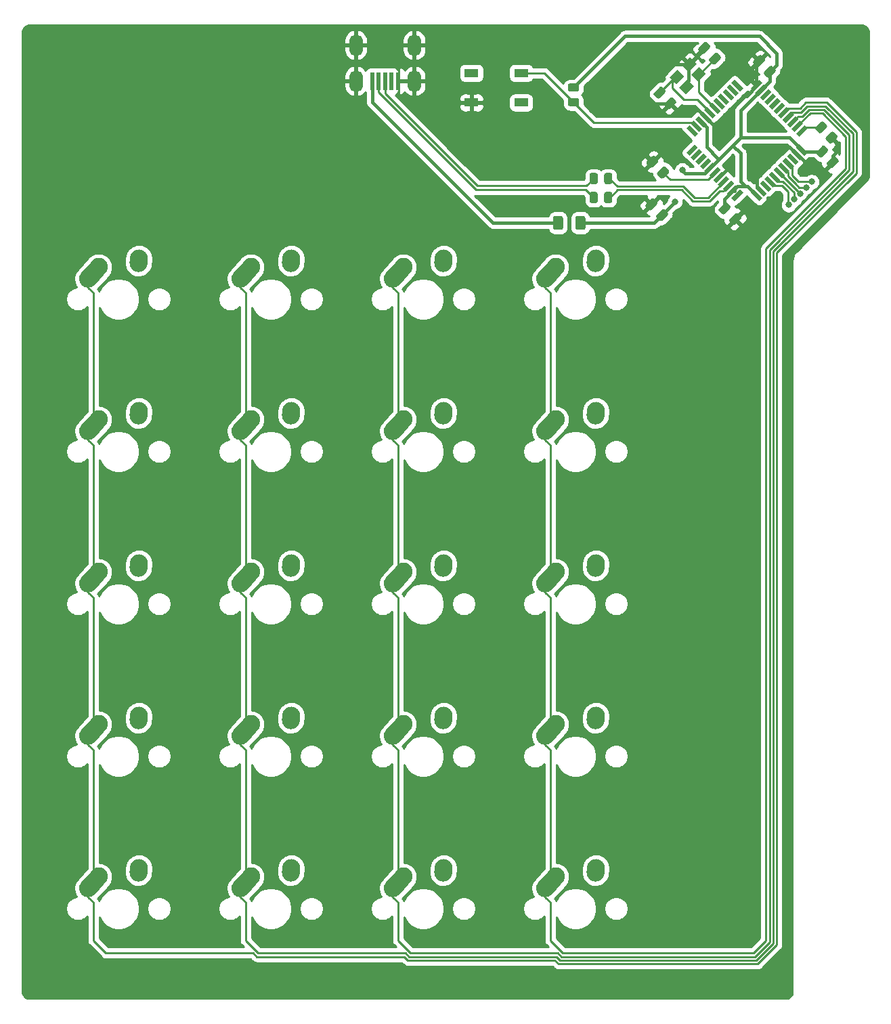
<source format=gbr>
%TF.GenerationSoftware,KiCad,Pcbnew,(5.1.9)-1*%
%TF.CreationDate,2021-04-12T01:02:27-04:00*%
%TF.ProjectId,Genesis Numpad,47656e65-7369-4732-904e-756d7061642e,rev?*%
%TF.SameCoordinates,Original*%
%TF.FileFunction,Copper,L2,Bot*%
%TF.FilePolarity,Positive*%
%FSLAX46Y46*%
G04 Gerber Fmt 4.6, Leading zero omitted, Abs format (unit mm)*
G04 Created by KiCad (PCBNEW (5.1.9)-1) date 2021-04-12 01:02:27*
%MOMM*%
%LPD*%
G01*
G04 APERTURE LIST*
%TA.AperFunction,SMDPad,CuDef*%
%ADD10C,0.100000*%
%TD*%
%TA.AperFunction,ComponentPad*%
%ADD11O,1.700000X2.700000*%
%TD*%
%TA.AperFunction,SMDPad,CuDef*%
%ADD12R,0.500000X2.250000*%
%TD*%
%TA.AperFunction,SMDPad,CuDef*%
%ADD13R,1.800000X1.100000*%
%TD*%
%TA.AperFunction,ComponentPad*%
%ADD14C,2.250000*%
%TD*%
%TA.AperFunction,ViaPad*%
%ADD15C,0.800000*%
%TD*%
%TA.AperFunction,Conductor*%
%ADD16C,0.381000*%
%TD*%
%TA.AperFunction,Conductor*%
%ADD17C,0.250000*%
%TD*%
%TA.AperFunction,Conductor*%
%ADD18C,0.254000*%
%TD*%
%TA.AperFunction,Conductor*%
%ADD19C,0.100000*%
%TD*%
G04 APERTURE END LIST*
%TA.AperFunction,SMDPad,CuDef*%
D10*
%TO.P,Y1,4*%
%TO.N,GND*%
G36*
X115899130Y-23723180D02*
G01*
X116747658Y-24571708D01*
X115757708Y-25561658D01*
X114909180Y-24713130D01*
X115899130Y-23723180D01*
G37*
%TD.AperFunction*%
%TA.AperFunction,SMDPad,CuDef*%
%TO.P,Y1,3*%
%TO.N,Net-(C4-Pad1)*%
G36*
X114343495Y-25278815D02*
G01*
X115192023Y-26127343D01*
X114202073Y-27117293D01*
X113353545Y-26268765D01*
X114343495Y-25278815D01*
G37*
%TD.AperFunction*%
%TA.AperFunction,SMDPad,CuDef*%
%TO.P,Y1,2*%
%TO.N,GND*%
G36*
X115545576Y-26480896D02*
G01*
X116394104Y-27329424D01*
X115404154Y-28319374D01*
X114555626Y-27470846D01*
X115545576Y-26480896D01*
G37*
%TD.AperFunction*%
%TA.AperFunction,SMDPad,CuDef*%
%TO.P,Y1,1*%
%TO.N,Net-(C3-Pad1)*%
G36*
X117101211Y-24925261D02*
G01*
X117949739Y-25773789D01*
X116959789Y-26763739D01*
X116111261Y-25915211D01*
X117101211Y-24925261D01*
G37*
%TD.AperFunction*%
%TD*%
D11*
%TO.P,USB1,6*%
%TO.N,GND*%
X74137500Y-22225000D03*
X81437500Y-22225000D03*
X81437500Y-26725000D03*
X74137500Y-26725000D03*
D12*
%TO.P,USB1,5*%
%TO.N,VCC*%
X76187500Y-26725000D03*
%TO.P,USB1,4*%
%TO.N,D-*%
X76987500Y-26725000D03*
%TO.P,USB1,3*%
%TO.N,D+*%
X77787500Y-26725000D03*
%TO.P,USB1,2*%
%TO.N,Net-(USB1-Pad2)*%
X78587500Y-26725000D03*
%TO.P,USB1,1*%
%TO.N,GND*%
X79387500Y-26725000D03*
%TD*%
%TA.AperFunction,SMDPad,CuDef*%
D10*
%TO.P,U1,44*%
%TO.N,+5V*%
G36*
X123508548Y-40654310D02*
G01*
X123897456Y-40265402D01*
X124958116Y-41326062D01*
X124569208Y-41714970D01*
X123508548Y-40654310D01*
G37*
%TD.AperFunction*%
%TA.AperFunction,SMDPad,CuDef*%
%TO.P,U1,43*%
%TO.N,GND*%
G36*
X124074233Y-40088624D02*
G01*
X124463141Y-39699716D01*
X125523801Y-40760376D01*
X125134893Y-41149284D01*
X124074233Y-40088624D01*
G37*
%TD.AperFunction*%
%TA.AperFunction,SMDPad,CuDef*%
%TO.P,U1,42*%
%TO.N,Net-(U1-Pad42)*%
G36*
X124639918Y-39522939D02*
G01*
X125028826Y-39134031D01*
X126089486Y-40194691D01*
X125700578Y-40583599D01*
X124639918Y-39522939D01*
G37*
%TD.AperFunction*%
%TA.AperFunction,SMDPad,CuDef*%
%TO.P,U1,41*%
%TO.N,ROW0*%
G36*
X125205604Y-38957254D02*
G01*
X125594512Y-38568346D01*
X126655172Y-39629006D01*
X126266264Y-40017914D01*
X125205604Y-38957254D01*
G37*
%TD.AperFunction*%
%TA.AperFunction,SMDPad,CuDef*%
%TO.P,U1,40*%
%TO.N,ROW1*%
G36*
X125771289Y-38391568D02*
G01*
X126160197Y-38002660D01*
X127220857Y-39063320D01*
X126831949Y-39452228D01*
X125771289Y-38391568D01*
G37*
%TD.AperFunction*%
%TA.AperFunction,SMDPad,CuDef*%
%TO.P,U1,39*%
%TO.N,ROW2*%
G36*
X126336975Y-37825883D02*
G01*
X126725883Y-37436975D01*
X127786543Y-38497635D01*
X127397635Y-38886543D01*
X126336975Y-37825883D01*
G37*
%TD.AperFunction*%
%TA.AperFunction,SMDPad,CuDef*%
%TO.P,U1,38*%
%TO.N,ROW3*%
G36*
X126902660Y-37260197D02*
G01*
X127291568Y-36871289D01*
X128352228Y-37931949D01*
X127963320Y-38320857D01*
X126902660Y-37260197D01*
G37*
%TD.AperFunction*%
%TA.AperFunction,SMDPad,CuDef*%
%TO.P,U1,37*%
%TO.N,ROW4*%
G36*
X127468346Y-36694512D02*
G01*
X127857254Y-36305604D01*
X128917914Y-37366264D01*
X128529006Y-37755172D01*
X127468346Y-36694512D01*
G37*
%TD.AperFunction*%
%TA.AperFunction,SMDPad,CuDef*%
%TO.P,U1,36*%
%TO.N,Net-(U1-Pad36)*%
G36*
X128034031Y-36128826D02*
G01*
X128422939Y-35739918D01*
X129483599Y-36800578D01*
X129094691Y-37189486D01*
X128034031Y-36128826D01*
G37*
%TD.AperFunction*%
%TA.AperFunction,SMDPad,CuDef*%
%TO.P,U1,35*%
%TO.N,GND*%
G36*
X128599716Y-35563141D02*
G01*
X128988624Y-35174233D01*
X130049284Y-36234893D01*
X129660376Y-36623801D01*
X128599716Y-35563141D01*
G37*
%TD.AperFunction*%
%TA.AperFunction,SMDPad,CuDef*%
%TO.P,U1,34*%
%TO.N,+5V*%
G36*
X129165402Y-34997456D02*
G01*
X129554310Y-34608548D01*
X130614970Y-35669208D01*
X130226062Y-36058116D01*
X129165402Y-34997456D01*
G37*
%TD.AperFunction*%
%TA.AperFunction,SMDPad,CuDef*%
%TO.P,U1,33*%
%TO.N,Net-(R4-Pad2)*%
G36*
X129554310Y-33653952D02*
G01*
X129165402Y-33265044D01*
X130226062Y-32204384D01*
X130614970Y-32593292D01*
X129554310Y-33653952D01*
G37*
%TD.AperFunction*%
%TA.AperFunction,SMDPad,CuDef*%
%TO.P,U1,32*%
%TO.N,COL3*%
G36*
X128988624Y-33088267D02*
G01*
X128599716Y-32699359D01*
X129660376Y-31638699D01*
X130049284Y-32027607D01*
X128988624Y-33088267D01*
G37*
%TD.AperFunction*%
%TA.AperFunction,SMDPad,CuDef*%
%TO.P,U1,31*%
%TO.N,COL2*%
G36*
X128422939Y-32522582D02*
G01*
X128034031Y-32133674D01*
X129094691Y-31073014D01*
X129483599Y-31461922D01*
X128422939Y-32522582D01*
G37*
%TD.AperFunction*%
%TA.AperFunction,SMDPad,CuDef*%
%TO.P,U1,30*%
%TO.N,COL1*%
G36*
X127857254Y-31956896D02*
G01*
X127468346Y-31567988D01*
X128529006Y-30507328D01*
X128917914Y-30896236D01*
X127857254Y-31956896D01*
G37*
%TD.AperFunction*%
%TA.AperFunction,SMDPad,CuDef*%
%TO.P,U1,29*%
%TO.N,COL0*%
G36*
X127291568Y-31391211D02*
G01*
X126902660Y-31002303D01*
X127963320Y-29941643D01*
X128352228Y-30330551D01*
X127291568Y-31391211D01*
G37*
%TD.AperFunction*%
%TA.AperFunction,SMDPad,CuDef*%
%TO.P,U1,28*%
%TO.N,Net-(U1-Pad28)*%
G36*
X126725883Y-30825525D02*
G01*
X126336975Y-30436617D01*
X127397635Y-29375957D01*
X127786543Y-29764865D01*
X126725883Y-30825525D01*
G37*
%TD.AperFunction*%
%TA.AperFunction,SMDPad,CuDef*%
%TO.P,U1,27*%
%TO.N,Net-(U1-Pad27)*%
G36*
X126160197Y-30259840D02*
G01*
X125771289Y-29870932D01*
X126831949Y-28810272D01*
X127220857Y-29199180D01*
X126160197Y-30259840D01*
G37*
%TD.AperFunction*%
%TA.AperFunction,SMDPad,CuDef*%
%TO.P,U1,26*%
%TO.N,Net-(U1-Pad26)*%
G36*
X125594512Y-29694154D02*
G01*
X125205604Y-29305246D01*
X126266264Y-28244586D01*
X126655172Y-28633494D01*
X125594512Y-29694154D01*
G37*
%TD.AperFunction*%
%TA.AperFunction,SMDPad,CuDef*%
%TO.P,U1,25*%
%TO.N,Net-(U1-Pad25)*%
G36*
X125028826Y-29128469D02*
G01*
X124639918Y-28739561D01*
X125700578Y-27678901D01*
X126089486Y-28067809D01*
X125028826Y-29128469D01*
G37*
%TD.AperFunction*%
%TA.AperFunction,SMDPad,CuDef*%
%TO.P,U1,24*%
%TO.N,+5V*%
G36*
X124463141Y-28562784D02*
G01*
X124074233Y-28173876D01*
X125134893Y-27113216D01*
X125523801Y-27502124D01*
X124463141Y-28562784D01*
G37*
%TD.AperFunction*%
%TA.AperFunction,SMDPad,CuDef*%
%TO.P,U1,23*%
%TO.N,GND*%
G36*
X123897456Y-27997098D02*
G01*
X123508548Y-27608190D01*
X124569208Y-26547530D01*
X124958116Y-26936438D01*
X123897456Y-27997098D01*
G37*
%TD.AperFunction*%
%TA.AperFunction,SMDPad,CuDef*%
%TO.P,U1,22*%
%TO.N,Net-(U1-Pad22)*%
G36*
X121104384Y-26936438D02*
G01*
X121493292Y-26547530D01*
X122553952Y-27608190D01*
X122165044Y-27997098D01*
X121104384Y-26936438D01*
G37*
%TD.AperFunction*%
%TA.AperFunction,SMDPad,CuDef*%
%TO.P,U1,21*%
%TO.N,Net-(U1-Pad21)*%
G36*
X120538699Y-27502124D02*
G01*
X120927607Y-27113216D01*
X121988267Y-28173876D01*
X121599359Y-28562784D01*
X120538699Y-27502124D01*
G37*
%TD.AperFunction*%
%TA.AperFunction,SMDPad,CuDef*%
%TO.P,U1,20*%
%TO.N,Net-(U1-Pad20)*%
G36*
X119973014Y-28067809D02*
G01*
X120361922Y-27678901D01*
X121422582Y-28739561D01*
X121033674Y-29128469D01*
X119973014Y-28067809D01*
G37*
%TD.AperFunction*%
%TA.AperFunction,SMDPad,CuDef*%
%TO.P,U1,19*%
%TO.N,Net-(U1-Pad19)*%
G36*
X119407328Y-28633494D02*
G01*
X119796236Y-28244586D01*
X120856896Y-29305246D01*
X120467988Y-29694154D01*
X119407328Y-28633494D01*
G37*
%TD.AperFunction*%
%TA.AperFunction,SMDPad,CuDef*%
%TO.P,U1,18*%
%TO.N,Net-(U1-Pad18)*%
G36*
X118841643Y-29199180D02*
G01*
X119230551Y-28810272D01*
X120291211Y-29870932D01*
X119902303Y-30259840D01*
X118841643Y-29199180D01*
G37*
%TD.AperFunction*%
%TA.AperFunction,SMDPad,CuDef*%
%TO.P,U1,17*%
%TO.N,Net-(C3-Pad1)*%
G36*
X118275957Y-29764865D02*
G01*
X118664865Y-29375957D01*
X119725525Y-30436617D01*
X119336617Y-30825525D01*
X118275957Y-29764865D01*
G37*
%TD.AperFunction*%
%TA.AperFunction,SMDPad,CuDef*%
%TO.P,U1,16*%
%TO.N,Net-(C4-Pad1)*%
G36*
X117710272Y-30330551D02*
G01*
X118099180Y-29941643D01*
X119159840Y-31002303D01*
X118770932Y-31391211D01*
X117710272Y-30330551D01*
G37*
%TD.AperFunction*%
%TA.AperFunction,SMDPad,CuDef*%
%TO.P,U1,15*%
%TO.N,GND*%
G36*
X117144586Y-30896236D02*
G01*
X117533494Y-30507328D01*
X118594154Y-31567988D01*
X118205246Y-31956896D01*
X117144586Y-30896236D01*
G37*
%TD.AperFunction*%
%TA.AperFunction,SMDPad,CuDef*%
%TO.P,U1,14*%
%TO.N,+5V*%
G36*
X116578901Y-31461922D02*
G01*
X116967809Y-31073014D01*
X118028469Y-32133674D01*
X117639561Y-32522582D01*
X116578901Y-31461922D01*
G37*
%TD.AperFunction*%
%TA.AperFunction,SMDPad,CuDef*%
%TO.P,U1,13*%
%TO.N,Net-(R3-Pad2)*%
G36*
X116013216Y-32027607D02*
G01*
X116402124Y-31638699D01*
X117462784Y-32699359D01*
X117073876Y-33088267D01*
X116013216Y-32027607D01*
G37*
%TD.AperFunction*%
%TA.AperFunction,SMDPad,CuDef*%
%TO.P,U1,12*%
%TO.N,Net-(U1-Pad12)*%
G36*
X115447530Y-32593292D02*
G01*
X115836438Y-32204384D01*
X116897098Y-33265044D01*
X116508190Y-33653952D01*
X115447530Y-32593292D01*
G37*
%TD.AperFunction*%
%TA.AperFunction,SMDPad,CuDef*%
%TO.P,U1,11*%
%TO.N,Net-(U1-Pad11)*%
G36*
X115836438Y-36058116D02*
G01*
X115447530Y-35669208D01*
X116508190Y-34608548D01*
X116897098Y-34997456D01*
X115836438Y-36058116D01*
G37*
%TD.AperFunction*%
%TA.AperFunction,SMDPad,CuDef*%
%TO.P,U1,10*%
%TO.N,Net-(U1-Pad10)*%
G36*
X116402124Y-36623801D02*
G01*
X116013216Y-36234893D01*
X117073876Y-35174233D01*
X117462784Y-35563141D01*
X116402124Y-36623801D01*
G37*
%TD.AperFunction*%
%TA.AperFunction,SMDPad,CuDef*%
%TO.P,U1,9*%
%TO.N,Net-(U1-Pad9)*%
G36*
X116967809Y-37189486D02*
G01*
X116578901Y-36800578D01*
X117639561Y-35739918D01*
X118028469Y-36128826D01*
X116967809Y-37189486D01*
G37*
%TD.AperFunction*%
%TA.AperFunction,SMDPad,CuDef*%
%TO.P,U1,8*%
%TO.N,Net-(U1-Pad8)*%
G36*
X117533494Y-37755172D02*
G01*
X117144586Y-37366264D01*
X118205246Y-36305604D01*
X118594154Y-36694512D01*
X117533494Y-37755172D01*
G37*
%TD.AperFunction*%
%TA.AperFunction,SMDPad,CuDef*%
%TO.P,U1,7*%
%TO.N,+5V*%
G36*
X118099180Y-38320857D02*
G01*
X117710272Y-37931949D01*
X118770932Y-36871289D01*
X119159840Y-37260197D01*
X118099180Y-38320857D01*
G37*
%TD.AperFunction*%
%TA.AperFunction,SMDPad,CuDef*%
%TO.P,U1,6*%
%TO.N,Net-(C7-Pad1)*%
G36*
X118664865Y-38886543D02*
G01*
X118275957Y-38497635D01*
X119336617Y-37436975D01*
X119725525Y-37825883D01*
X118664865Y-38886543D01*
G37*
%TD.AperFunction*%
%TA.AperFunction,SMDPad,CuDef*%
%TO.P,U1,5*%
%TO.N,GND*%
G36*
X119230551Y-39452228D02*
G01*
X118841643Y-39063320D01*
X119902303Y-38002660D01*
X120291211Y-38391568D01*
X119230551Y-39452228D01*
G37*
%TD.AperFunction*%
%TA.AperFunction,SMDPad,CuDef*%
%TO.P,U1,4*%
%TO.N,Net-(R2-Pad1)*%
G36*
X119796236Y-40017914D02*
G01*
X119407328Y-39629006D01*
X120467988Y-38568346D01*
X120856896Y-38957254D01*
X119796236Y-40017914D01*
G37*
%TD.AperFunction*%
%TA.AperFunction,SMDPad,CuDef*%
%TO.P,U1,3*%
%TO.N,Net-(R1-Pad1)*%
G36*
X120361922Y-40583599D02*
G01*
X119973014Y-40194691D01*
X121033674Y-39134031D01*
X121422582Y-39522939D01*
X120361922Y-40583599D01*
G37*
%TD.AperFunction*%
%TA.AperFunction,SMDPad,CuDef*%
%TO.P,U1,2*%
%TO.N,+5V*%
G36*
X120927607Y-41149284D02*
G01*
X120538699Y-40760376D01*
X121599359Y-39699716D01*
X121988267Y-40088624D01*
X120927607Y-41149284D01*
G37*
%TD.AperFunction*%
%TA.AperFunction,SMDPad,CuDef*%
%TO.P,U1,1*%
%TO.N,Net-(U1-Pad1)*%
G36*
X121493292Y-41714970D02*
G01*
X121104384Y-41326062D01*
X122165044Y-40265402D01*
X122553952Y-40654310D01*
X121493292Y-41714970D01*
G37*
%TD.AperFunction*%
%TD*%
D13*
%TO.P,SW1,4*%
%TO.N,N/C*%
X94794000Y-29409000D03*
%TO.P,SW1,3*%
X88594000Y-25709000D03*
%TO.P,SW1,2*%
%TO.N,Net-(R3-Pad2)*%
X94794000Y-25709000D03*
%TO.P,SW1,1*%
%TO.N,GND*%
X88594000Y-29409000D03*
%TD*%
%TO.P,R4,2*%
%TO.N,Net-(R4-Pad2)*%
%TA.AperFunction,SMDPad,CuDef*%
G36*
G01*
X133004356Y-32545958D02*
X132367958Y-33182356D01*
G75*
G02*
X132014406Y-33182356I-176776J176776D01*
G01*
X131643174Y-32811124D01*
G75*
G02*
X131643174Y-32457572I176776J176776D01*
G01*
X132279572Y-31821174D01*
G75*
G02*
X132633124Y-31821174I176776J-176776D01*
G01*
X133004356Y-32192406D01*
G75*
G02*
X133004356Y-32545958I-176776J-176776D01*
G01*
G37*
%TD.AperFunction*%
%TO.P,R4,1*%
%TO.N,GND*%
%TA.AperFunction,SMDPad,CuDef*%
G36*
G01*
X134294826Y-33836428D02*
X133658428Y-34472826D01*
G75*
G02*
X133304876Y-34472826I-176776J176776D01*
G01*
X132933644Y-34101594D01*
G75*
G02*
X132933644Y-33748042I176776J176776D01*
G01*
X133570042Y-33111644D01*
G75*
G02*
X133923594Y-33111644I176776J-176776D01*
G01*
X134294826Y-33482876D01*
G75*
G02*
X134294826Y-33836428I-176776J-176776D01*
G01*
G37*
%TD.AperFunction*%
%TD*%
%TO.P,R3,2*%
%TO.N,Net-(R3-Pad2)*%
%TA.AperFunction,SMDPad,CuDef*%
G36*
G01*
X100895999Y-28848000D02*
X101796001Y-28848000D01*
G75*
G02*
X102046000Y-29097999I0J-249999D01*
G01*
X102046000Y-29623001D01*
G75*
G02*
X101796001Y-29873000I-249999J0D01*
G01*
X100895999Y-29873000D01*
G75*
G02*
X100646000Y-29623001I0J249999D01*
G01*
X100646000Y-29097999D01*
G75*
G02*
X100895999Y-28848000I249999J0D01*
G01*
G37*
%TD.AperFunction*%
%TO.P,R3,1*%
%TO.N,+5V*%
%TA.AperFunction,SMDPad,CuDef*%
G36*
G01*
X100895999Y-27023000D02*
X101796001Y-27023000D01*
G75*
G02*
X102046000Y-27272999I0J-249999D01*
G01*
X102046000Y-27798001D01*
G75*
G02*
X101796001Y-28048000I-249999J0D01*
G01*
X100895999Y-28048000D01*
G75*
G02*
X100646000Y-27798001I0J249999D01*
G01*
X100646000Y-27272999D01*
G75*
G02*
X100895999Y-27023000I249999J0D01*
G01*
G37*
%TD.AperFunction*%
%TD*%
%TO.P,R2,2*%
%TO.N,D+*%
%TA.AperFunction,SMDPad,CuDef*%
G36*
G01*
X104375000Y-38443749D02*
X104375000Y-39343751D01*
G75*
G02*
X104125001Y-39593750I-249999J0D01*
G01*
X103599999Y-39593750D01*
G75*
G02*
X103350000Y-39343751I0J249999D01*
G01*
X103350000Y-38443749D01*
G75*
G02*
X103599999Y-38193750I249999J0D01*
G01*
X104125001Y-38193750D01*
G75*
G02*
X104375000Y-38443749I0J-249999D01*
G01*
G37*
%TD.AperFunction*%
%TO.P,R2,1*%
%TO.N,Net-(R2-Pad1)*%
%TA.AperFunction,SMDPad,CuDef*%
G36*
G01*
X106200000Y-38443749D02*
X106200000Y-39343751D01*
G75*
G02*
X105950001Y-39593750I-249999J0D01*
G01*
X105424999Y-39593750D01*
G75*
G02*
X105175000Y-39343751I0J249999D01*
G01*
X105175000Y-38443749D01*
G75*
G02*
X105424999Y-38193750I249999J0D01*
G01*
X105950001Y-38193750D01*
G75*
G02*
X106200000Y-38443749I0J-249999D01*
G01*
G37*
%TD.AperFunction*%
%TD*%
%TO.P,R1,2*%
%TO.N,D-*%
%TA.AperFunction,SMDPad,CuDef*%
G36*
G01*
X104375000Y-40824999D02*
X104375000Y-41725001D01*
G75*
G02*
X104125001Y-41975000I-249999J0D01*
G01*
X103599999Y-41975000D01*
G75*
G02*
X103350000Y-41725001I0J249999D01*
G01*
X103350000Y-40824999D01*
G75*
G02*
X103599999Y-40575000I249999J0D01*
G01*
X104125001Y-40575000D01*
G75*
G02*
X104375000Y-40824999I0J-249999D01*
G01*
G37*
%TD.AperFunction*%
%TO.P,R1,1*%
%TO.N,Net-(R1-Pad1)*%
%TA.AperFunction,SMDPad,CuDef*%
G36*
G01*
X106200000Y-40824999D02*
X106200000Y-41725001D01*
G75*
G02*
X105950001Y-41975000I-249999J0D01*
G01*
X105424999Y-41975000D01*
G75*
G02*
X105175000Y-41725001I0J249999D01*
G01*
X105175000Y-40824999D01*
G75*
G02*
X105424999Y-40575000I249999J0D01*
G01*
X105950001Y-40575000D01*
G75*
G02*
X106200000Y-40824999I0J-249999D01*
G01*
G37*
%TD.AperFunction*%
%TD*%
D14*
%TO.P,MX20,1*%
%TO.N,COL3*%
X99100000Y-126175000D03*
%TA.AperFunction,ComponentPad*%
G36*
G01*
X97038688Y-128472350D02*
X97038683Y-128472345D01*
G75*
G02*
X96952655Y-126883683I751317J837345D01*
G01*
X98262657Y-125423683D01*
G75*
G02*
X99851319Y-125337655I837345J-751317D01*
G01*
X99851319Y-125337655D01*
G75*
G02*
X99937347Y-126926317I-751317J-837345D01*
G01*
X98627345Y-128386317D01*
G75*
G02*
X97038683Y-128472345I-837345J751317D01*
G01*
G37*
%TD.AperFunction*%
%TO.P,MX20,2*%
%TO.N,Net-(D20-Pad2)*%
X104140000Y-125095000D03*
%TA.AperFunction,ComponentPad*%
G36*
G01*
X104023483Y-126797395D02*
X104022597Y-126797334D01*
G75*
G02*
X102977666Y-125597597I77403J1122334D01*
G01*
X103017666Y-125017597D01*
G75*
G02*
X104217403Y-123972666I1122334J-77403D01*
G01*
X104217403Y-123972666D01*
G75*
G02*
X105262334Y-125172403I-77403J-1122334D01*
G01*
X105222334Y-125752403D01*
G75*
G02*
X104022597Y-126797334I-1122334J77403D01*
G01*
G37*
%TD.AperFunction*%
%TD*%
%TO.P,MX19,1*%
%TO.N,COL3*%
X99100000Y-107125000D03*
%TA.AperFunction,ComponentPad*%
G36*
G01*
X97038688Y-109422350D02*
X97038683Y-109422345D01*
G75*
G02*
X96952655Y-107833683I751317J837345D01*
G01*
X98262657Y-106373683D01*
G75*
G02*
X99851319Y-106287655I837345J-751317D01*
G01*
X99851319Y-106287655D01*
G75*
G02*
X99937347Y-107876317I-751317J-837345D01*
G01*
X98627345Y-109336317D01*
G75*
G02*
X97038683Y-109422345I-837345J751317D01*
G01*
G37*
%TD.AperFunction*%
%TO.P,MX19,2*%
%TO.N,Net-(D19-Pad2)*%
X104140000Y-106045000D03*
%TA.AperFunction,ComponentPad*%
G36*
G01*
X104023483Y-107747395D02*
X104022597Y-107747334D01*
G75*
G02*
X102977666Y-106547597I77403J1122334D01*
G01*
X103017666Y-105967597D01*
G75*
G02*
X104217403Y-104922666I1122334J-77403D01*
G01*
X104217403Y-104922666D01*
G75*
G02*
X105262334Y-106122403I-77403J-1122334D01*
G01*
X105222334Y-106702403D01*
G75*
G02*
X104022597Y-107747334I-1122334J77403D01*
G01*
G37*
%TD.AperFunction*%
%TD*%
%TO.P,MX18,1*%
%TO.N,COL3*%
X99100000Y-88075000D03*
%TA.AperFunction,ComponentPad*%
G36*
G01*
X97038688Y-90372350D02*
X97038683Y-90372345D01*
G75*
G02*
X96952655Y-88783683I751317J837345D01*
G01*
X98262657Y-87323683D01*
G75*
G02*
X99851319Y-87237655I837345J-751317D01*
G01*
X99851319Y-87237655D01*
G75*
G02*
X99937347Y-88826317I-751317J-837345D01*
G01*
X98627345Y-90286317D01*
G75*
G02*
X97038683Y-90372345I-837345J751317D01*
G01*
G37*
%TD.AperFunction*%
%TO.P,MX18,2*%
%TO.N,Net-(D18-Pad2)*%
X104140000Y-86995000D03*
%TA.AperFunction,ComponentPad*%
G36*
G01*
X104023483Y-88697395D02*
X104022597Y-88697334D01*
G75*
G02*
X102977666Y-87497597I77403J1122334D01*
G01*
X103017666Y-86917597D01*
G75*
G02*
X104217403Y-85872666I1122334J-77403D01*
G01*
X104217403Y-85872666D01*
G75*
G02*
X105262334Y-87072403I-77403J-1122334D01*
G01*
X105222334Y-87652403D01*
G75*
G02*
X104022597Y-88697334I-1122334J77403D01*
G01*
G37*
%TD.AperFunction*%
%TD*%
%TO.P,MX17,1*%
%TO.N,COL3*%
X99100000Y-69025000D03*
%TA.AperFunction,ComponentPad*%
G36*
G01*
X97038688Y-71322350D02*
X97038683Y-71322345D01*
G75*
G02*
X96952655Y-69733683I751317J837345D01*
G01*
X98262657Y-68273683D01*
G75*
G02*
X99851319Y-68187655I837345J-751317D01*
G01*
X99851319Y-68187655D01*
G75*
G02*
X99937347Y-69776317I-751317J-837345D01*
G01*
X98627345Y-71236317D01*
G75*
G02*
X97038683Y-71322345I-837345J751317D01*
G01*
G37*
%TD.AperFunction*%
%TO.P,MX17,2*%
%TO.N,Net-(D17-Pad2)*%
X104140000Y-67945000D03*
%TA.AperFunction,ComponentPad*%
G36*
G01*
X104023483Y-69647395D02*
X104022597Y-69647334D01*
G75*
G02*
X102977666Y-68447597I77403J1122334D01*
G01*
X103017666Y-67867597D01*
G75*
G02*
X104217403Y-66822666I1122334J-77403D01*
G01*
X104217403Y-66822666D01*
G75*
G02*
X105262334Y-68022403I-77403J-1122334D01*
G01*
X105222334Y-68602403D01*
G75*
G02*
X104022597Y-69647334I-1122334J77403D01*
G01*
G37*
%TD.AperFunction*%
%TD*%
%TO.P,MX16,1*%
%TO.N,COL3*%
X99100000Y-49975000D03*
%TA.AperFunction,ComponentPad*%
G36*
G01*
X97038688Y-52272350D02*
X97038683Y-52272345D01*
G75*
G02*
X96952655Y-50683683I751317J837345D01*
G01*
X98262657Y-49223683D01*
G75*
G02*
X99851319Y-49137655I837345J-751317D01*
G01*
X99851319Y-49137655D01*
G75*
G02*
X99937347Y-50726317I-751317J-837345D01*
G01*
X98627345Y-52186317D01*
G75*
G02*
X97038683Y-52272345I-837345J751317D01*
G01*
G37*
%TD.AperFunction*%
%TO.P,MX16,2*%
%TO.N,Net-(D16-Pad2)*%
X104140000Y-48895000D03*
%TA.AperFunction,ComponentPad*%
G36*
G01*
X104023483Y-50597395D02*
X104022597Y-50597334D01*
G75*
G02*
X102977666Y-49397597I77403J1122334D01*
G01*
X103017666Y-48817597D01*
G75*
G02*
X104217403Y-47772666I1122334J-77403D01*
G01*
X104217403Y-47772666D01*
G75*
G02*
X105262334Y-48972403I-77403J-1122334D01*
G01*
X105222334Y-49552403D01*
G75*
G02*
X104022597Y-50597334I-1122334J77403D01*
G01*
G37*
%TD.AperFunction*%
%TD*%
%TO.P,MX15,1*%
%TO.N,COL2*%
X80050000Y-126175000D03*
%TA.AperFunction,ComponentPad*%
G36*
G01*
X77988688Y-128472350D02*
X77988683Y-128472345D01*
G75*
G02*
X77902655Y-126883683I751317J837345D01*
G01*
X79212657Y-125423683D01*
G75*
G02*
X80801319Y-125337655I837345J-751317D01*
G01*
X80801319Y-125337655D01*
G75*
G02*
X80887347Y-126926317I-751317J-837345D01*
G01*
X79577345Y-128386317D01*
G75*
G02*
X77988683Y-128472345I-837345J751317D01*
G01*
G37*
%TD.AperFunction*%
%TO.P,MX15,2*%
%TO.N,Net-(D15-Pad2)*%
X85090000Y-125095000D03*
%TA.AperFunction,ComponentPad*%
G36*
G01*
X84973483Y-126797395D02*
X84972597Y-126797334D01*
G75*
G02*
X83927666Y-125597597I77403J1122334D01*
G01*
X83967666Y-125017597D01*
G75*
G02*
X85167403Y-123972666I1122334J-77403D01*
G01*
X85167403Y-123972666D01*
G75*
G02*
X86212334Y-125172403I-77403J-1122334D01*
G01*
X86172334Y-125752403D01*
G75*
G02*
X84972597Y-126797334I-1122334J77403D01*
G01*
G37*
%TD.AperFunction*%
%TD*%
%TO.P,MX14,1*%
%TO.N,COL2*%
X80050000Y-107125000D03*
%TA.AperFunction,ComponentPad*%
G36*
G01*
X77988688Y-109422350D02*
X77988683Y-109422345D01*
G75*
G02*
X77902655Y-107833683I751317J837345D01*
G01*
X79212657Y-106373683D01*
G75*
G02*
X80801319Y-106287655I837345J-751317D01*
G01*
X80801319Y-106287655D01*
G75*
G02*
X80887347Y-107876317I-751317J-837345D01*
G01*
X79577345Y-109336317D01*
G75*
G02*
X77988683Y-109422345I-837345J751317D01*
G01*
G37*
%TD.AperFunction*%
%TO.P,MX14,2*%
%TO.N,Net-(D14-Pad2)*%
X85090000Y-106045000D03*
%TA.AperFunction,ComponentPad*%
G36*
G01*
X84973483Y-107747395D02*
X84972597Y-107747334D01*
G75*
G02*
X83927666Y-106547597I77403J1122334D01*
G01*
X83967666Y-105967597D01*
G75*
G02*
X85167403Y-104922666I1122334J-77403D01*
G01*
X85167403Y-104922666D01*
G75*
G02*
X86212334Y-106122403I-77403J-1122334D01*
G01*
X86172334Y-106702403D01*
G75*
G02*
X84972597Y-107747334I-1122334J77403D01*
G01*
G37*
%TD.AperFunction*%
%TD*%
%TO.P,MX13,1*%
%TO.N,COL2*%
X80050000Y-88075000D03*
%TA.AperFunction,ComponentPad*%
G36*
G01*
X77988688Y-90372350D02*
X77988683Y-90372345D01*
G75*
G02*
X77902655Y-88783683I751317J837345D01*
G01*
X79212657Y-87323683D01*
G75*
G02*
X80801319Y-87237655I837345J-751317D01*
G01*
X80801319Y-87237655D01*
G75*
G02*
X80887347Y-88826317I-751317J-837345D01*
G01*
X79577345Y-90286317D01*
G75*
G02*
X77988683Y-90372345I-837345J751317D01*
G01*
G37*
%TD.AperFunction*%
%TO.P,MX13,2*%
%TO.N,Net-(D13-Pad2)*%
X85090000Y-86995000D03*
%TA.AperFunction,ComponentPad*%
G36*
G01*
X84973483Y-88697395D02*
X84972597Y-88697334D01*
G75*
G02*
X83927666Y-87497597I77403J1122334D01*
G01*
X83967666Y-86917597D01*
G75*
G02*
X85167403Y-85872666I1122334J-77403D01*
G01*
X85167403Y-85872666D01*
G75*
G02*
X86212334Y-87072403I-77403J-1122334D01*
G01*
X86172334Y-87652403D01*
G75*
G02*
X84972597Y-88697334I-1122334J77403D01*
G01*
G37*
%TD.AperFunction*%
%TD*%
%TO.P,MX12,1*%
%TO.N,COL2*%
X80050000Y-69025000D03*
%TA.AperFunction,ComponentPad*%
G36*
G01*
X77988688Y-71322350D02*
X77988683Y-71322345D01*
G75*
G02*
X77902655Y-69733683I751317J837345D01*
G01*
X79212657Y-68273683D01*
G75*
G02*
X80801319Y-68187655I837345J-751317D01*
G01*
X80801319Y-68187655D01*
G75*
G02*
X80887347Y-69776317I-751317J-837345D01*
G01*
X79577345Y-71236317D01*
G75*
G02*
X77988683Y-71322345I-837345J751317D01*
G01*
G37*
%TD.AperFunction*%
%TO.P,MX12,2*%
%TO.N,Net-(D12-Pad2)*%
X85090000Y-67945000D03*
%TA.AperFunction,ComponentPad*%
G36*
G01*
X84973483Y-69647395D02*
X84972597Y-69647334D01*
G75*
G02*
X83927666Y-68447597I77403J1122334D01*
G01*
X83967666Y-67867597D01*
G75*
G02*
X85167403Y-66822666I1122334J-77403D01*
G01*
X85167403Y-66822666D01*
G75*
G02*
X86212334Y-68022403I-77403J-1122334D01*
G01*
X86172334Y-68602403D01*
G75*
G02*
X84972597Y-69647334I-1122334J77403D01*
G01*
G37*
%TD.AperFunction*%
%TD*%
%TO.P,MX11,1*%
%TO.N,COL2*%
X80050000Y-49975000D03*
%TA.AperFunction,ComponentPad*%
G36*
G01*
X77988688Y-52272350D02*
X77988683Y-52272345D01*
G75*
G02*
X77902655Y-50683683I751317J837345D01*
G01*
X79212657Y-49223683D01*
G75*
G02*
X80801319Y-49137655I837345J-751317D01*
G01*
X80801319Y-49137655D01*
G75*
G02*
X80887347Y-50726317I-751317J-837345D01*
G01*
X79577345Y-52186317D01*
G75*
G02*
X77988683Y-52272345I-837345J751317D01*
G01*
G37*
%TD.AperFunction*%
%TO.P,MX11,2*%
%TO.N,Net-(D11-Pad2)*%
X85090000Y-48895000D03*
%TA.AperFunction,ComponentPad*%
G36*
G01*
X84973483Y-50597395D02*
X84972597Y-50597334D01*
G75*
G02*
X83927666Y-49397597I77403J1122334D01*
G01*
X83967666Y-48817597D01*
G75*
G02*
X85167403Y-47772666I1122334J-77403D01*
G01*
X85167403Y-47772666D01*
G75*
G02*
X86212334Y-48972403I-77403J-1122334D01*
G01*
X86172334Y-49552403D01*
G75*
G02*
X84972597Y-50597334I-1122334J77403D01*
G01*
G37*
%TD.AperFunction*%
%TD*%
%TO.P,MX10,1*%
%TO.N,COL1*%
X61000000Y-126175000D03*
%TA.AperFunction,ComponentPad*%
G36*
G01*
X58938688Y-128472350D02*
X58938683Y-128472345D01*
G75*
G02*
X58852655Y-126883683I751317J837345D01*
G01*
X60162657Y-125423683D01*
G75*
G02*
X61751319Y-125337655I837345J-751317D01*
G01*
X61751319Y-125337655D01*
G75*
G02*
X61837347Y-126926317I-751317J-837345D01*
G01*
X60527345Y-128386317D01*
G75*
G02*
X58938683Y-128472345I-837345J751317D01*
G01*
G37*
%TD.AperFunction*%
%TO.P,MX10,2*%
%TO.N,Net-(D10-Pad2)*%
X66040000Y-125095000D03*
%TA.AperFunction,ComponentPad*%
G36*
G01*
X65923483Y-126797395D02*
X65922597Y-126797334D01*
G75*
G02*
X64877666Y-125597597I77403J1122334D01*
G01*
X64917666Y-125017597D01*
G75*
G02*
X66117403Y-123972666I1122334J-77403D01*
G01*
X66117403Y-123972666D01*
G75*
G02*
X67162334Y-125172403I-77403J-1122334D01*
G01*
X67122334Y-125752403D01*
G75*
G02*
X65922597Y-126797334I-1122334J77403D01*
G01*
G37*
%TD.AperFunction*%
%TD*%
%TO.P,MX9,1*%
%TO.N,COL1*%
X61000000Y-107125000D03*
%TA.AperFunction,ComponentPad*%
G36*
G01*
X58938688Y-109422350D02*
X58938683Y-109422345D01*
G75*
G02*
X58852655Y-107833683I751317J837345D01*
G01*
X60162657Y-106373683D01*
G75*
G02*
X61751319Y-106287655I837345J-751317D01*
G01*
X61751319Y-106287655D01*
G75*
G02*
X61837347Y-107876317I-751317J-837345D01*
G01*
X60527345Y-109336317D01*
G75*
G02*
X58938683Y-109422345I-837345J751317D01*
G01*
G37*
%TD.AperFunction*%
%TO.P,MX9,2*%
%TO.N,Net-(D9-Pad2)*%
X66040000Y-106045000D03*
%TA.AperFunction,ComponentPad*%
G36*
G01*
X65923483Y-107747395D02*
X65922597Y-107747334D01*
G75*
G02*
X64877666Y-106547597I77403J1122334D01*
G01*
X64917666Y-105967597D01*
G75*
G02*
X66117403Y-104922666I1122334J-77403D01*
G01*
X66117403Y-104922666D01*
G75*
G02*
X67162334Y-106122403I-77403J-1122334D01*
G01*
X67122334Y-106702403D01*
G75*
G02*
X65922597Y-107747334I-1122334J77403D01*
G01*
G37*
%TD.AperFunction*%
%TD*%
%TO.P,MX8,1*%
%TO.N,COL1*%
X61000000Y-88075000D03*
%TA.AperFunction,ComponentPad*%
G36*
G01*
X58938688Y-90372350D02*
X58938683Y-90372345D01*
G75*
G02*
X58852655Y-88783683I751317J837345D01*
G01*
X60162657Y-87323683D01*
G75*
G02*
X61751319Y-87237655I837345J-751317D01*
G01*
X61751319Y-87237655D01*
G75*
G02*
X61837347Y-88826317I-751317J-837345D01*
G01*
X60527345Y-90286317D01*
G75*
G02*
X58938683Y-90372345I-837345J751317D01*
G01*
G37*
%TD.AperFunction*%
%TO.P,MX8,2*%
%TO.N,Net-(D8-Pad2)*%
X66040000Y-86995000D03*
%TA.AperFunction,ComponentPad*%
G36*
G01*
X65923483Y-88697395D02*
X65922597Y-88697334D01*
G75*
G02*
X64877666Y-87497597I77403J1122334D01*
G01*
X64917666Y-86917597D01*
G75*
G02*
X66117403Y-85872666I1122334J-77403D01*
G01*
X66117403Y-85872666D01*
G75*
G02*
X67162334Y-87072403I-77403J-1122334D01*
G01*
X67122334Y-87652403D01*
G75*
G02*
X65922597Y-88697334I-1122334J77403D01*
G01*
G37*
%TD.AperFunction*%
%TD*%
%TO.P,MX7,1*%
%TO.N,COL1*%
X61000000Y-69025000D03*
%TA.AperFunction,ComponentPad*%
G36*
G01*
X58938688Y-71322350D02*
X58938683Y-71322345D01*
G75*
G02*
X58852655Y-69733683I751317J837345D01*
G01*
X60162657Y-68273683D01*
G75*
G02*
X61751319Y-68187655I837345J-751317D01*
G01*
X61751319Y-68187655D01*
G75*
G02*
X61837347Y-69776317I-751317J-837345D01*
G01*
X60527345Y-71236317D01*
G75*
G02*
X58938683Y-71322345I-837345J751317D01*
G01*
G37*
%TD.AperFunction*%
%TO.P,MX7,2*%
%TO.N,Net-(D7-Pad2)*%
X66040000Y-67945000D03*
%TA.AperFunction,ComponentPad*%
G36*
G01*
X65923483Y-69647395D02*
X65922597Y-69647334D01*
G75*
G02*
X64877666Y-68447597I77403J1122334D01*
G01*
X64917666Y-67867597D01*
G75*
G02*
X66117403Y-66822666I1122334J-77403D01*
G01*
X66117403Y-66822666D01*
G75*
G02*
X67162334Y-68022403I-77403J-1122334D01*
G01*
X67122334Y-68602403D01*
G75*
G02*
X65922597Y-69647334I-1122334J77403D01*
G01*
G37*
%TD.AperFunction*%
%TD*%
%TO.P,MX6,1*%
%TO.N,COL1*%
X61000000Y-49975000D03*
%TA.AperFunction,ComponentPad*%
G36*
G01*
X58938688Y-52272350D02*
X58938683Y-52272345D01*
G75*
G02*
X58852655Y-50683683I751317J837345D01*
G01*
X60162657Y-49223683D01*
G75*
G02*
X61751319Y-49137655I837345J-751317D01*
G01*
X61751319Y-49137655D01*
G75*
G02*
X61837347Y-50726317I-751317J-837345D01*
G01*
X60527345Y-52186317D01*
G75*
G02*
X58938683Y-52272345I-837345J751317D01*
G01*
G37*
%TD.AperFunction*%
%TO.P,MX6,2*%
%TO.N,Net-(D6-Pad2)*%
X66040000Y-48895000D03*
%TA.AperFunction,ComponentPad*%
G36*
G01*
X65923483Y-50597395D02*
X65922597Y-50597334D01*
G75*
G02*
X64877666Y-49397597I77403J1122334D01*
G01*
X64917666Y-48817597D01*
G75*
G02*
X66117403Y-47772666I1122334J-77403D01*
G01*
X66117403Y-47772666D01*
G75*
G02*
X67162334Y-48972403I-77403J-1122334D01*
G01*
X67122334Y-49552403D01*
G75*
G02*
X65922597Y-50597334I-1122334J77403D01*
G01*
G37*
%TD.AperFunction*%
%TD*%
%TO.P,MX5,1*%
%TO.N,COL0*%
X41950000Y-126175000D03*
%TA.AperFunction,ComponentPad*%
G36*
G01*
X39888688Y-128472350D02*
X39888683Y-128472345D01*
G75*
G02*
X39802655Y-126883683I751317J837345D01*
G01*
X41112657Y-125423683D01*
G75*
G02*
X42701319Y-125337655I837345J-751317D01*
G01*
X42701319Y-125337655D01*
G75*
G02*
X42787347Y-126926317I-751317J-837345D01*
G01*
X41477345Y-128386317D01*
G75*
G02*
X39888683Y-128472345I-837345J751317D01*
G01*
G37*
%TD.AperFunction*%
%TO.P,MX5,2*%
%TO.N,Net-(D5-Pad2)*%
X46990000Y-125095000D03*
%TA.AperFunction,ComponentPad*%
G36*
G01*
X46873483Y-126797395D02*
X46872597Y-126797334D01*
G75*
G02*
X45827666Y-125597597I77403J1122334D01*
G01*
X45867666Y-125017597D01*
G75*
G02*
X47067403Y-123972666I1122334J-77403D01*
G01*
X47067403Y-123972666D01*
G75*
G02*
X48112334Y-125172403I-77403J-1122334D01*
G01*
X48072334Y-125752403D01*
G75*
G02*
X46872597Y-126797334I-1122334J77403D01*
G01*
G37*
%TD.AperFunction*%
%TD*%
%TO.P,MX4,1*%
%TO.N,COL0*%
X41950000Y-107125000D03*
%TA.AperFunction,ComponentPad*%
G36*
G01*
X39888688Y-109422350D02*
X39888683Y-109422345D01*
G75*
G02*
X39802655Y-107833683I751317J837345D01*
G01*
X41112657Y-106373683D01*
G75*
G02*
X42701319Y-106287655I837345J-751317D01*
G01*
X42701319Y-106287655D01*
G75*
G02*
X42787347Y-107876317I-751317J-837345D01*
G01*
X41477345Y-109336317D01*
G75*
G02*
X39888683Y-109422345I-837345J751317D01*
G01*
G37*
%TD.AperFunction*%
%TO.P,MX4,2*%
%TO.N,Net-(D4-Pad2)*%
X46990000Y-106045000D03*
%TA.AperFunction,ComponentPad*%
G36*
G01*
X46873483Y-107747395D02*
X46872597Y-107747334D01*
G75*
G02*
X45827666Y-106547597I77403J1122334D01*
G01*
X45867666Y-105967597D01*
G75*
G02*
X47067403Y-104922666I1122334J-77403D01*
G01*
X47067403Y-104922666D01*
G75*
G02*
X48112334Y-106122403I-77403J-1122334D01*
G01*
X48072334Y-106702403D01*
G75*
G02*
X46872597Y-107747334I-1122334J77403D01*
G01*
G37*
%TD.AperFunction*%
%TD*%
%TO.P,MX3,1*%
%TO.N,COL0*%
X41950000Y-88075000D03*
%TA.AperFunction,ComponentPad*%
G36*
G01*
X39888688Y-90372350D02*
X39888683Y-90372345D01*
G75*
G02*
X39802655Y-88783683I751317J837345D01*
G01*
X41112657Y-87323683D01*
G75*
G02*
X42701319Y-87237655I837345J-751317D01*
G01*
X42701319Y-87237655D01*
G75*
G02*
X42787347Y-88826317I-751317J-837345D01*
G01*
X41477345Y-90286317D01*
G75*
G02*
X39888683Y-90372345I-837345J751317D01*
G01*
G37*
%TD.AperFunction*%
%TO.P,MX3,2*%
%TO.N,Net-(D3-Pad2)*%
X46990000Y-86995000D03*
%TA.AperFunction,ComponentPad*%
G36*
G01*
X46873483Y-88697395D02*
X46872597Y-88697334D01*
G75*
G02*
X45827666Y-87497597I77403J1122334D01*
G01*
X45867666Y-86917597D01*
G75*
G02*
X47067403Y-85872666I1122334J-77403D01*
G01*
X47067403Y-85872666D01*
G75*
G02*
X48112334Y-87072403I-77403J-1122334D01*
G01*
X48072334Y-87652403D01*
G75*
G02*
X46872597Y-88697334I-1122334J77403D01*
G01*
G37*
%TD.AperFunction*%
%TD*%
%TO.P,MX2,1*%
%TO.N,COL0*%
X41950000Y-69025000D03*
%TA.AperFunction,ComponentPad*%
G36*
G01*
X39888688Y-71322350D02*
X39888683Y-71322345D01*
G75*
G02*
X39802655Y-69733683I751317J837345D01*
G01*
X41112657Y-68273683D01*
G75*
G02*
X42701319Y-68187655I837345J-751317D01*
G01*
X42701319Y-68187655D01*
G75*
G02*
X42787347Y-69776317I-751317J-837345D01*
G01*
X41477345Y-71236317D01*
G75*
G02*
X39888683Y-71322345I-837345J751317D01*
G01*
G37*
%TD.AperFunction*%
%TO.P,MX2,2*%
%TO.N,Net-(D2-Pad2)*%
X46990000Y-67945000D03*
%TA.AperFunction,ComponentPad*%
G36*
G01*
X46873483Y-69647395D02*
X46872597Y-69647334D01*
G75*
G02*
X45827666Y-68447597I77403J1122334D01*
G01*
X45867666Y-67867597D01*
G75*
G02*
X47067403Y-66822666I1122334J-77403D01*
G01*
X47067403Y-66822666D01*
G75*
G02*
X48112334Y-68022403I-77403J-1122334D01*
G01*
X48072334Y-68602403D01*
G75*
G02*
X46872597Y-69647334I-1122334J77403D01*
G01*
G37*
%TD.AperFunction*%
%TD*%
%TO.P,MX1,1*%
%TO.N,COL0*%
X41950000Y-49975000D03*
%TA.AperFunction,ComponentPad*%
G36*
G01*
X39888688Y-52272350D02*
X39888683Y-52272345D01*
G75*
G02*
X39802655Y-50683683I751317J837345D01*
G01*
X41112657Y-49223683D01*
G75*
G02*
X42701319Y-49137655I837345J-751317D01*
G01*
X42701319Y-49137655D01*
G75*
G02*
X42787347Y-50726317I-751317J-837345D01*
G01*
X41477345Y-52186317D01*
G75*
G02*
X39888683Y-52272345I-837345J751317D01*
G01*
G37*
%TD.AperFunction*%
%TO.P,MX1,2*%
%TO.N,Net-(D1-Pad2)*%
X46990000Y-48895000D03*
%TA.AperFunction,ComponentPad*%
G36*
G01*
X46873483Y-50597395D02*
X46872597Y-50597334D01*
G75*
G02*
X45827666Y-49397597I77403J1122334D01*
G01*
X45867666Y-48817597D01*
G75*
G02*
X47067403Y-47772666I1122334J-77403D01*
G01*
X47067403Y-47772666D01*
G75*
G02*
X48112334Y-48972403I-77403J-1122334D01*
G01*
X48072334Y-49552403D01*
G75*
G02*
X46872597Y-50597334I-1122334J77403D01*
G01*
G37*
%TD.AperFunction*%
%TD*%
%TO.P,F1,2*%
%TO.N,VCC*%
%TA.AperFunction,SMDPad,CuDef*%
G36*
G01*
X100031250Y-43825000D02*
X100031250Y-45075000D01*
G75*
G02*
X99781250Y-45325000I-250000J0D01*
G01*
X99031250Y-45325000D01*
G75*
G02*
X98781250Y-45075000I0J250000D01*
G01*
X98781250Y-43825000D01*
G75*
G02*
X99031250Y-43575000I250000J0D01*
G01*
X99781250Y-43575000D01*
G75*
G02*
X100031250Y-43825000I0J-250000D01*
G01*
G37*
%TD.AperFunction*%
%TO.P,F1,1*%
%TO.N,+5V*%
%TA.AperFunction,SMDPad,CuDef*%
G36*
G01*
X102831250Y-43825000D02*
X102831250Y-45075000D01*
G75*
G02*
X102581250Y-45325000I-250000J0D01*
G01*
X101831250Y-45325000D01*
G75*
G02*
X101581250Y-45075000I0J250000D01*
G01*
X101581250Y-43825000D01*
G75*
G02*
X101831250Y-43575000I250000J0D01*
G01*
X102581250Y-43575000D01*
G75*
G02*
X102831250Y-43825000I0J-250000D01*
G01*
G37*
%TD.AperFunction*%
%TD*%
%TO.P,C7,2*%
%TO.N,GND*%
%TA.AperFunction,SMDPad,CuDef*%
G36*
G01*
X111904678Y-36810927D02*
X111232927Y-37482678D01*
G75*
G02*
X110879373Y-37482678I-176777J176777D01*
G01*
X110525820Y-37129125D01*
G75*
G02*
X110525820Y-36775571I176777J176777D01*
G01*
X111197571Y-36103820D01*
G75*
G02*
X111551125Y-36103820I176777J-176777D01*
G01*
X111904678Y-36457373D01*
G75*
G02*
X111904678Y-36810927I-176777J-176777D01*
G01*
G37*
%TD.AperFunction*%
%TO.P,C7,1*%
%TO.N,Net-(C7-Pad1)*%
%TA.AperFunction,SMDPad,CuDef*%
G36*
G01*
X113248180Y-38154429D02*
X112576429Y-38826180D01*
G75*
G02*
X112222875Y-38826180I-176777J176777D01*
G01*
X111869322Y-38472627D01*
G75*
G02*
X111869322Y-38119073I176777J176777D01*
G01*
X112541073Y-37447322D01*
G75*
G02*
X112894627Y-37447322I176777J-176777D01*
G01*
X113248180Y-37800875D01*
G75*
G02*
X113248180Y-38154429I-176777J-176777D01*
G01*
G37*
%TD.AperFunction*%
%TD*%
%TO.P,C6,2*%
%TO.N,GND*%
%TA.AperFunction,SMDPad,CuDef*%
G36*
G01*
X111777678Y-42144927D02*
X111105927Y-42816678D01*
G75*
G02*
X110752373Y-42816678I-176777J176777D01*
G01*
X110398820Y-42463125D01*
G75*
G02*
X110398820Y-42109571I176777J176777D01*
G01*
X111070571Y-41437820D01*
G75*
G02*
X111424125Y-41437820I176777J-176777D01*
G01*
X111777678Y-41791373D01*
G75*
G02*
X111777678Y-42144927I-176777J-176777D01*
G01*
G37*
%TD.AperFunction*%
%TO.P,C6,1*%
%TO.N,+5V*%
%TA.AperFunction,SMDPad,CuDef*%
G36*
G01*
X113121180Y-43488429D02*
X112449429Y-44160180D01*
G75*
G02*
X112095875Y-44160180I-176777J176777D01*
G01*
X111742322Y-43806627D01*
G75*
G02*
X111742322Y-43453073I176777J176777D01*
G01*
X112414073Y-42781322D01*
G75*
G02*
X112767627Y-42781322I176777J-176777D01*
G01*
X113121180Y-43134875D01*
G75*
G02*
X113121180Y-43488429I-176777J-176777D01*
G01*
G37*
%TD.AperFunction*%
%TD*%
%TO.P,C5,2*%
%TO.N,GND*%
%TA.AperFunction,SMDPad,CuDef*%
G36*
G01*
X120886322Y-43961073D02*
X121558073Y-43289322D01*
G75*
G02*
X121911627Y-43289322I176777J-176777D01*
G01*
X122265180Y-43642875D01*
G75*
G02*
X122265180Y-43996429I-176777J-176777D01*
G01*
X121593429Y-44668180D01*
G75*
G02*
X121239875Y-44668180I-176777J176777D01*
G01*
X120886322Y-44314627D01*
G75*
G02*
X120886322Y-43961073I176777J176777D01*
G01*
G37*
%TD.AperFunction*%
%TO.P,C5,1*%
%TO.N,+5V*%
%TA.AperFunction,SMDPad,CuDef*%
G36*
G01*
X119542820Y-42617571D02*
X120214571Y-41945820D01*
G75*
G02*
X120568125Y-41945820I176777J-176777D01*
G01*
X120921678Y-42299373D01*
G75*
G02*
X120921678Y-42652927I-176777J-176777D01*
G01*
X120249927Y-43324678D01*
G75*
G02*
X119896373Y-43324678I-176777J176777D01*
G01*
X119542820Y-42971125D01*
G75*
G02*
X119542820Y-42617571I176777J176777D01*
G01*
G37*
%TD.AperFunction*%
%TD*%
%TO.P,C4,2*%
%TO.N,GND*%
%TA.AperFunction,SMDPad,CuDef*%
G36*
G01*
X112758322Y-29483073D02*
X113430073Y-28811322D01*
G75*
G02*
X113783627Y-28811322I176777J-176777D01*
G01*
X114137180Y-29164875D01*
G75*
G02*
X114137180Y-29518429I-176777J-176777D01*
G01*
X113465429Y-30190180D01*
G75*
G02*
X113111875Y-30190180I-176777J176777D01*
G01*
X112758322Y-29836627D01*
G75*
G02*
X112758322Y-29483073I176777J176777D01*
G01*
G37*
%TD.AperFunction*%
%TO.P,C4,1*%
%TO.N,Net-(C4-Pad1)*%
%TA.AperFunction,SMDPad,CuDef*%
G36*
G01*
X111414820Y-28139571D02*
X112086571Y-27467820D01*
G75*
G02*
X112440125Y-27467820I176777J-176777D01*
G01*
X112793678Y-27821373D01*
G75*
G02*
X112793678Y-28174927I-176777J-176777D01*
G01*
X112121927Y-28846678D01*
G75*
G02*
X111768373Y-28846678I-176777J176777D01*
G01*
X111414820Y-28493125D01*
G75*
G02*
X111414820Y-28139571I176777J176777D01*
G01*
G37*
%TD.AperFunction*%
%TD*%
%TO.P,C3,2*%
%TO.N,GND*%
%TA.AperFunction,SMDPad,CuDef*%
G36*
G01*
X118381678Y-22586927D02*
X117709927Y-23258678D01*
G75*
G02*
X117356373Y-23258678I-176777J176777D01*
G01*
X117002820Y-22905125D01*
G75*
G02*
X117002820Y-22551571I176777J176777D01*
G01*
X117674571Y-21879820D01*
G75*
G02*
X118028125Y-21879820I176777J-176777D01*
G01*
X118381678Y-22233373D01*
G75*
G02*
X118381678Y-22586927I-176777J-176777D01*
G01*
G37*
%TD.AperFunction*%
%TO.P,C3,1*%
%TO.N,Net-(C3-Pad1)*%
%TA.AperFunction,SMDPad,CuDef*%
G36*
G01*
X119725180Y-23930429D02*
X119053429Y-24602180D01*
G75*
G02*
X118699875Y-24602180I-176777J176777D01*
G01*
X118346322Y-24248627D01*
G75*
G02*
X118346322Y-23895073I176777J176777D01*
G01*
X119018073Y-23223322D01*
G75*
G02*
X119371627Y-23223322I176777J-176777D01*
G01*
X119725180Y-23576875D01*
G75*
G02*
X119725180Y-23930429I-176777J-176777D01*
G01*
G37*
%TD.AperFunction*%
%TD*%
%TO.P,C2,2*%
%TO.N,GND*%
%TA.AperFunction,SMDPad,CuDef*%
G36*
G01*
X133078322Y-36849073D02*
X133750073Y-36177322D01*
G75*
G02*
X134103627Y-36177322I176777J-176777D01*
G01*
X134457180Y-36530875D01*
G75*
G02*
X134457180Y-36884429I-176777J-176777D01*
G01*
X133785429Y-37556180D01*
G75*
G02*
X133431875Y-37556180I-176777J176777D01*
G01*
X133078322Y-37202627D01*
G75*
G02*
X133078322Y-36849073I176777J176777D01*
G01*
G37*
%TD.AperFunction*%
%TO.P,C2,1*%
%TO.N,+5V*%
%TA.AperFunction,SMDPad,CuDef*%
G36*
G01*
X131734820Y-35505571D02*
X132406571Y-34833820D01*
G75*
G02*
X132760125Y-34833820I176777J-176777D01*
G01*
X133113678Y-35187373D01*
G75*
G02*
X133113678Y-35540927I-176777J-176777D01*
G01*
X132441927Y-36212678D01*
G75*
G02*
X132088373Y-36212678I-176777J176777D01*
G01*
X131734820Y-35859125D01*
G75*
G02*
X131734820Y-35505571I176777J176777D01*
G01*
G37*
%TD.AperFunction*%
%TD*%
%TO.P,C1,2*%
%TO.N,GND*%
%TA.AperFunction,SMDPad,CuDef*%
G36*
G01*
X125239678Y-24237927D02*
X124567927Y-24909678D01*
G75*
G02*
X124214373Y-24909678I-176777J176777D01*
G01*
X123860820Y-24556125D01*
G75*
G02*
X123860820Y-24202571I176777J176777D01*
G01*
X124532571Y-23530820D01*
G75*
G02*
X124886125Y-23530820I176777J-176777D01*
G01*
X125239678Y-23884373D01*
G75*
G02*
X125239678Y-24237927I-176777J-176777D01*
G01*
G37*
%TD.AperFunction*%
%TO.P,C1,1*%
%TO.N,+5V*%
%TA.AperFunction,SMDPad,CuDef*%
G36*
G01*
X126583180Y-25581429D02*
X125911429Y-26253180D01*
G75*
G02*
X125557875Y-26253180I-176777J176777D01*
G01*
X125204322Y-25899627D01*
G75*
G02*
X125204322Y-25546073I176777J176777D01*
G01*
X125876073Y-24874322D01*
G75*
G02*
X126229627Y-24874322I176777J-176777D01*
G01*
X126583180Y-25227875D01*
G75*
G02*
X126583180Y-25581429I-176777J-176777D01*
G01*
G37*
%TD.AperFunction*%
%TD*%
D15*
%TO.N,GND*%
X124618750Y-35718750D03*
X124618750Y-32543750D03*
X120650000Y-32543750D03*
X120904000Y-37211000D03*
%TO.N,+5V*%
X114046000Y-41783000D03*
X114935000Y-37846000D03*
%TO.N,ROW0*%
X128252784Y-42181216D03*
%TO.N,ROW1*%
X128959892Y-41474108D03*
%TO.N,ROW2*%
X129667000Y-40767000D03*
%TO.N,ROW3*%
X130429000Y-40005000D03*
%TO.N,ROW4*%
X131136108Y-39297892D03*
%TD*%
D16*
%TO.N,GND*%
X117692249Y-22778589D02*
X115828419Y-24642419D01*
X117692249Y-22569249D02*
X117692249Y-22778589D01*
X115828419Y-24665331D02*
X115828419Y-24642419D01*
X115720751Y-24772999D02*
X115828419Y-24665331D01*
X115474865Y-27400135D02*
X115582533Y-27292467D01*
X115582533Y-27292467D02*
X115582533Y-27038467D01*
X115474865Y-27400135D02*
X115474865Y-26892135D01*
X115474865Y-26892135D02*
X115697000Y-26670000D01*
X115697000Y-24773838D02*
X115828419Y-24642419D01*
X115697000Y-26670000D02*
X115697000Y-24773838D01*
X113447751Y-29500751D02*
X111288751Y-29500751D01*
X111288751Y-29500751D02*
X110617000Y-28829000D01*
X110617000Y-28829000D02*
X110617000Y-27686000D01*
X113660581Y-24642419D02*
X115828419Y-24642419D01*
X110617000Y-27686000D02*
X113660581Y-24642419D01*
X124233332Y-24537166D02*
X124550249Y-24220249D01*
X124233332Y-27272314D02*
X124233332Y-24537166D01*
X119566427Y-38727444D02*
X120650000Y-37643871D01*
X129324500Y-35899017D02*
X128350483Y-34925000D01*
X117869370Y-31232112D02*
X118418979Y-31781721D01*
X124249408Y-36088092D02*
X124618750Y-35718750D01*
X124249408Y-39874891D02*
X124249408Y-36088092D01*
X124799017Y-40424500D02*
X124249408Y-39874891D01*
X117869370Y-31232112D02*
X117846112Y-31232112D01*
X117846112Y-31232112D02*
X116967000Y-30353000D01*
X119181008Y-32543750D02*
X117869370Y-31232112D01*
X120650000Y-32543750D02*
X119181008Y-32543750D01*
X129324500Y-35899017D02*
X130175000Y-36749517D01*
X133767751Y-36866751D02*
X133767751Y-36094749D01*
X133767751Y-36094749D02*
X134143750Y-35718750D01*
X134143750Y-35718750D02*
X134143750Y-34925000D01*
X124233332Y-27272314D02*
X124233332Y-27372918D01*
X124233332Y-27372918D02*
X123031250Y-28575000D01*
%TO.N,+5V*%
X125893751Y-26743266D02*
X125893751Y-25563751D01*
X124799017Y-27838000D02*
X125893751Y-26743266D01*
X125893751Y-25563751D02*
X126746000Y-24711502D01*
X126746000Y-24711502D02*
X126746000Y-23241000D01*
X126746000Y-23241000D02*
X124587000Y-21082000D01*
X107799500Y-21082000D02*
X101346000Y-27535500D01*
X124587000Y-21082000D02*
X107799500Y-21082000D01*
X120232249Y-41455734D02*
X121263483Y-40424500D01*
X120232249Y-42635249D02*
X120232249Y-41455734D01*
X111452502Y-44450000D02*
X112431751Y-43470751D01*
X102206250Y-44450000D02*
X111452502Y-44450000D01*
X112431751Y-43397249D02*
X114046000Y-41783000D01*
X112431751Y-43470751D02*
X112431751Y-43397249D01*
X117785130Y-38245999D02*
X118435056Y-37596073D01*
X115334999Y-38245999D02*
X117785130Y-38245999D01*
X114935000Y-37846000D02*
X115334999Y-38245999D01*
X124799017Y-27838000D02*
X124799017Y-27854983D01*
X121263483Y-40424500D02*
X121453680Y-40424500D01*
X121263483Y-40424500D02*
X121263483Y-40407517D01*
X130080103Y-35523249D02*
X129890186Y-35333332D01*
X132424249Y-35523249D02*
X130080103Y-35523249D01*
X122237500Y-30399517D02*
X124799017Y-27838000D01*
X122237500Y-33793629D02*
X122237500Y-30399517D01*
X128350483Y-33793629D02*
X122237500Y-33793629D01*
X129890186Y-35333332D02*
X128350483Y-33793629D01*
X121813091Y-39874892D02*
X121263483Y-40424500D01*
X124233332Y-40990186D02*
X123118038Y-39874892D01*
X122843858Y-39874892D02*
X122237500Y-39268534D01*
X123118038Y-39874892D02*
X122843858Y-39874892D01*
X122843858Y-39874892D02*
X121813091Y-39874892D01*
X122237500Y-35718750D02*
X121274940Y-34756190D01*
X122237500Y-39268534D02*
X122237500Y-35718750D01*
X121274940Y-34756190D02*
X122237500Y-33793629D01*
X119417564Y-36613564D02*
X119417564Y-36359564D01*
X118435056Y-37596073D02*
X119417564Y-36613564D01*
X119417564Y-36613564D02*
X121274940Y-34756190D01*
X119417564Y-36359564D02*
X117983000Y-34925000D01*
X117983000Y-32477113D02*
X117303685Y-31797798D01*
X117983000Y-34925000D02*
X117983000Y-32477113D01*
D17*
%TO.N,Net-(C3-Pad1)*%
X117104002Y-25844500D02*
X117030500Y-25844500D01*
X119035751Y-23912751D02*
X117104002Y-25844500D01*
X117030500Y-28130500D02*
X119000741Y-30100741D01*
X117030500Y-25844500D02*
X117030500Y-28130500D01*
%TO.N,Net-(C4-Pad1)*%
X113745944Y-26198054D02*
X114272784Y-26198054D01*
X114063444Y-26198054D02*
X114272784Y-26198054D01*
X112104249Y-28157249D02*
X114063444Y-26198054D01*
X114272784Y-26198054D02*
X113665000Y-26805838D01*
X113665000Y-26805838D02*
X113665000Y-27559000D01*
%TO.N,Net-(U1-Pad18)*%
X119093947Y-29039318D02*
X119578056Y-29523427D01*
%TO.N,Net-(C4-Pad1)*%
X113665000Y-27559000D02*
X115145318Y-29039318D01*
X116807947Y-29039318D02*
X118435056Y-30666427D01*
X115145318Y-29039318D02*
X116807947Y-29039318D01*
%TO.N,Net-(C7-Pad1)*%
X112558751Y-38136751D02*
X113411000Y-38989000D01*
X118173500Y-38989000D02*
X119000741Y-38161759D01*
X113411000Y-38989000D02*
X118173500Y-38989000D01*
%TO.N,ROW0*%
X125930388Y-39316388D02*
X125930388Y-39293130D01*
X126414496Y-39777238D02*
X127404418Y-39777238D01*
X125930388Y-39293130D02*
X126414496Y-39777238D01*
X128252784Y-42181216D02*
X128205090Y-42133522D01*
X128205090Y-40577910D02*
X127824090Y-40196910D01*
X128205090Y-42133522D02*
X128205090Y-40577910D01*
X127824090Y-40196910D02*
X128014590Y-40387410D01*
X127404418Y-39777238D02*
X127824090Y-40196910D01*
%TO.N,ROW1*%
X126496073Y-38727444D02*
X127012334Y-39243705D01*
X127012334Y-39243705D02*
X127507295Y-39243705D01*
X127507295Y-39243705D02*
X128904295Y-40640705D01*
X128904295Y-41418511D02*
X128959892Y-41474108D01*
X128904295Y-40640705D02*
X128904295Y-41418511D01*
%TO.N,ROW2*%
X127061759Y-38161759D02*
X129667000Y-40767000D01*
%TO.N,ROW3*%
X127627444Y-37596073D02*
X128143705Y-38112334D01*
X128143705Y-38112334D02*
X128143705Y-38607295D01*
X128143705Y-38607295D02*
X129096205Y-39559795D01*
X129541410Y-40005000D02*
X130429000Y-40005000D01*
X129096205Y-39559795D02*
X129541410Y-40005000D01*
%TO.N,ROW4*%
X131118215Y-39279999D02*
X131136108Y-39297892D01*
X131081216Y-39243000D02*
X131136108Y-39297892D01*
X129415820Y-39243000D02*
X131081216Y-39243000D01*
X128677238Y-38504418D02*
X129415820Y-39243000D01*
X128677238Y-37514496D02*
X128677238Y-38504418D01*
X128193130Y-37030388D02*
X128677238Y-37514496D01*
D16*
%TO.N,VCC*%
X76187500Y-26725000D02*
X76187500Y-29356250D01*
X91281250Y-44450000D02*
X99406250Y-44450000D01*
X76187500Y-29356250D02*
X91281250Y-44450000D01*
D17*
%TO.N,COL0*%
X41275000Y-68350000D02*
X41950000Y-69025000D01*
X41275000Y-53181250D02*
X41275000Y-68350000D01*
X40640000Y-52546250D02*
X41275000Y-53181250D01*
X40640000Y-51435000D02*
X40640000Y-52546250D01*
X41275000Y-87400000D02*
X41950000Y-88075000D01*
X41275000Y-72231250D02*
X41275000Y-87400000D01*
X40640000Y-71596250D02*
X41275000Y-72231250D01*
X40640000Y-70485000D02*
X40640000Y-71596250D01*
X41275000Y-106450000D02*
X41950000Y-107125000D01*
X41275000Y-91281250D02*
X41275000Y-106450000D01*
X40640000Y-90646250D02*
X41275000Y-91281250D01*
X40640000Y-89535000D02*
X40640000Y-90646250D01*
X41275000Y-125500000D02*
X41950000Y-126175000D01*
X41275000Y-110331250D02*
X41275000Y-125500000D01*
X40640000Y-109696250D02*
X41275000Y-110331250D01*
X40640000Y-108585000D02*
X40640000Y-109696250D01*
X40640000Y-127635000D02*
X40640000Y-128746250D01*
X40640000Y-128746250D02*
X41275000Y-129381250D01*
X41275000Y-129381250D02*
X41275000Y-134143750D01*
X41275000Y-134143750D02*
X42862500Y-135731250D01*
X42862500Y-135731250D02*
X60325000Y-135731250D01*
X61276090Y-135731250D02*
X61726100Y-136181260D01*
X60325000Y-135731250D02*
X61276090Y-135731250D01*
X61726100Y-136181260D02*
X62992000Y-136181260D01*
X80589700Y-136631270D02*
X81347600Y-136631270D01*
X80139690Y-136181260D02*
X80589700Y-136631270D01*
X62992000Y-136181260D02*
X80139690Y-136181260D01*
X81347600Y-136631270D02*
X82296000Y-136631270D01*
X99003292Y-136631270D02*
X99453302Y-137081278D01*
X82296000Y-136631270D02*
X99003292Y-136631270D01*
X99453302Y-137081278D02*
X112268001Y-137081277D01*
X112268001Y-137081277D02*
X124384203Y-137081277D01*
X126762530Y-134702950D02*
X126097240Y-135368240D01*
X126762530Y-48184200D02*
X126762530Y-134702950D01*
X136732028Y-33095802D02*
X136732027Y-38214703D01*
X130394784Y-29383971D02*
X133020202Y-29383972D01*
X133020202Y-29383972D02*
X136732028Y-33095802D01*
X129678886Y-30099867D02*
X130394784Y-29383971D01*
X127627444Y-30614556D02*
X128142133Y-30099867D01*
X136732027Y-38214703D02*
X126762530Y-48184200D01*
X128142133Y-30099867D02*
X129678886Y-30099867D01*
X127627444Y-30666427D02*
X127627444Y-30614556D01*
X126097240Y-135368240D02*
X126287740Y-135177740D01*
X124384203Y-137081277D02*
X126097240Y-135368240D01*
%TO.N,COL1*%
X60325000Y-68350000D02*
X61000000Y-69025000D01*
X60325000Y-53181250D02*
X60325000Y-68350000D01*
X59690000Y-52546250D02*
X60325000Y-53181250D01*
X59690000Y-51435000D02*
X59690000Y-52546250D01*
X60325000Y-87400000D02*
X61000000Y-88075000D01*
X60325000Y-72231250D02*
X60325000Y-87400000D01*
X59690000Y-71596250D02*
X60325000Y-72231250D01*
X59690000Y-70485000D02*
X59690000Y-71596250D01*
X60325000Y-106450000D02*
X61000000Y-107125000D01*
X59690000Y-90646250D02*
X60325000Y-91281250D01*
X60325000Y-91281250D02*
X60325000Y-106450000D01*
X59690000Y-89535000D02*
X59690000Y-90646250D01*
X60325000Y-125500000D02*
X61000000Y-126175000D01*
X60325000Y-110331250D02*
X60325000Y-125500000D01*
X59690000Y-109696250D02*
X60325000Y-110331250D01*
X59690000Y-108585000D02*
X59690000Y-109696250D01*
X59690000Y-127635000D02*
X59690000Y-128746250D01*
X59690000Y-128746250D02*
X60325000Y-129381250D01*
X60325000Y-129381250D02*
X60325000Y-134143750D01*
X60325000Y-134143750D02*
X61912500Y-135731250D01*
X61912500Y-135731250D02*
X80168750Y-135731250D01*
X80326090Y-135731250D02*
X80776100Y-136181260D01*
X80168750Y-135731250D02*
X80326090Y-135731250D01*
X80776100Y-136181260D02*
X81534000Y-136181260D01*
X99189690Y-136181260D02*
X99639701Y-136631269D01*
X81534000Y-136181260D02*
X99189690Y-136181260D01*
X99639701Y-136631269D02*
X124197802Y-136631268D01*
X136282019Y-33282201D02*
X136282018Y-38028302D01*
X132833801Y-29833981D02*
X136282019Y-33282201D01*
X126312520Y-134516550D02*
X126033035Y-134796035D01*
X129750173Y-30664990D02*
X130581183Y-29833980D01*
X126312520Y-47997800D02*
X126312520Y-134516550D01*
X128193130Y-31191870D02*
X128720010Y-30664990D01*
X136282018Y-38028302D02*
X126312520Y-47997800D01*
X128720010Y-30664990D02*
X129750173Y-30664990D01*
X128193130Y-31232112D02*
X128193130Y-31191870D01*
X126033035Y-134796035D02*
X126223535Y-134605535D01*
X130581183Y-29833980D02*
X132833801Y-29833981D01*
X124197802Y-136631268D02*
X126033035Y-134796035D01*
%TO.N,COL2*%
X79375000Y-68350000D02*
X80050000Y-69025000D01*
X79375000Y-53181250D02*
X79375000Y-68350000D01*
X78740000Y-52546250D02*
X79375000Y-53181250D01*
X78740000Y-51435000D02*
X78740000Y-52546250D01*
X79375000Y-87400000D02*
X80050000Y-88075000D01*
X79375000Y-72231250D02*
X79375000Y-87400000D01*
X78740000Y-71596250D02*
X79375000Y-72231250D01*
X78740000Y-70485000D02*
X78740000Y-71596250D01*
X79375000Y-106450000D02*
X80050000Y-107125000D01*
X78740000Y-90646250D02*
X79375000Y-91281250D01*
X79375000Y-91281250D02*
X79375000Y-106450000D01*
X78740000Y-89535000D02*
X78740000Y-90646250D01*
X79375000Y-125500000D02*
X80050000Y-126175000D01*
X79375000Y-110331250D02*
X79375000Y-125500000D01*
X78740000Y-109696250D02*
X79375000Y-110331250D01*
X78740000Y-108585000D02*
X78740000Y-109696250D01*
X78740000Y-127635000D02*
X78740000Y-128746250D01*
X78740000Y-128746250D02*
X79375000Y-129381250D01*
X79375000Y-129381250D02*
X79375000Y-134143750D01*
X79375000Y-134143750D02*
X80962500Y-135731250D01*
X80962500Y-135731250D02*
X99218750Y-135731250D01*
X99376090Y-135731250D02*
X99826100Y-136181260D01*
X99218750Y-135731250D02*
X99376090Y-135731250D01*
X99826100Y-136181260D02*
X124011401Y-136181259D01*
X125862510Y-134330150D02*
X125778330Y-134414330D01*
X125862510Y-47811400D02*
X125862510Y-134330150D01*
X135832010Y-33468600D02*
X135832009Y-37841901D01*
X132647400Y-30283990D02*
X135832010Y-33468600D01*
X130767583Y-30283990D02*
X132647400Y-30283990D01*
X129936573Y-31115000D02*
X130767583Y-30283990D01*
X129413000Y-31115000D02*
X129936573Y-31115000D01*
X135832009Y-37841901D02*
X125862510Y-47811400D01*
X128758815Y-31769185D02*
X129413000Y-31115000D01*
X128758815Y-31797798D02*
X128758815Y-31769185D01*
X124011401Y-136181259D02*
X125778330Y-134414330D01*
%TO.N,COL3*%
X98425000Y-68350000D02*
X99100000Y-69025000D01*
X98425000Y-53181250D02*
X98425000Y-68350000D01*
X97790000Y-52546250D02*
X98425000Y-53181250D01*
X97790000Y-51435000D02*
X97790000Y-52546250D01*
X98425000Y-87400000D02*
X99100000Y-88075000D01*
X98425000Y-72231250D02*
X98425000Y-87400000D01*
X97790000Y-71596250D02*
X98425000Y-72231250D01*
X97790000Y-70485000D02*
X97790000Y-71596250D01*
X98425000Y-106450000D02*
X99100000Y-107125000D01*
X98425000Y-91281250D02*
X98425000Y-106450000D01*
X97790000Y-90646250D02*
X98425000Y-91281250D01*
X97790000Y-89535000D02*
X97790000Y-90646250D01*
X98425000Y-125500000D02*
X99100000Y-126175000D01*
X98425000Y-110331250D02*
X98425000Y-125500000D01*
X97790000Y-109696250D02*
X98425000Y-110331250D01*
X97790000Y-108585000D02*
X97790000Y-109696250D01*
X132461000Y-30734000D02*
X130953983Y-30734000D01*
X135382000Y-33655000D02*
X132461000Y-30734000D01*
X125412500Y-47625000D02*
X135382000Y-37655500D01*
X123825000Y-135731250D02*
X125412500Y-134143750D01*
X125412500Y-134143750D02*
X125412500Y-47625000D01*
X100012500Y-135731250D02*
X123825000Y-135731250D01*
X98425000Y-134143750D02*
X100012500Y-135731250D01*
X98425000Y-129381250D02*
X98425000Y-134143750D01*
X135382000Y-37655500D02*
X135382000Y-33655000D01*
X97790000Y-128746250D02*
X98425000Y-129381250D01*
X130953983Y-30734000D02*
X129324500Y-32363483D01*
X97790000Y-127635000D02*
X97790000Y-128746250D01*
%TO.N,D-*%
X102870000Y-40282500D02*
X103862500Y-41275000D01*
X102870000Y-40259000D02*
X102870000Y-40282500D01*
X89146500Y-40259000D02*
X102870000Y-40259000D01*
X76987500Y-28100000D02*
X89146500Y-40259000D01*
X76987500Y-26725000D02*
X76987500Y-28100000D01*
%TO.N,Net-(R1-Pad1)*%
X119591326Y-40470326D02*
X120086287Y-40470326D01*
X120086287Y-40470326D02*
X120697798Y-39858815D01*
X118336643Y-41725009D02*
X119591326Y-40470326D01*
X114875600Y-40328010D02*
X116272600Y-41725010D01*
X116272600Y-41725010D02*
X118336643Y-41725009D01*
X106864990Y-40328010D02*
X114875600Y-40328010D01*
X105918000Y-41275000D02*
X106864990Y-40328010D01*
X105687500Y-41275000D02*
X105918000Y-41275000D01*
%TO.N,D+*%
X102947260Y-39808990D02*
X103862500Y-38893750D01*
X89332900Y-39808990D02*
X102947260Y-39808990D01*
X77787500Y-28263590D02*
X89332900Y-39808990D01*
X77787500Y-26725000D02*
X77787500Y-28263590D01*
%TO.N,Net-(R2-Pad1)*%
X118150242Y-41275000D02*
X120132112Y-39293130D01*
X116459000Y-41275000D02*
X118150242Y-41275000D01*
X115062000Y-39878000D02*
X116459000Y-41275000D01*
X106807000Y-39878000D02*
X115062000Y-39878000D01*
X105822750Y-38893750D02*
X106807000Y-39878000D01*
X105687500Y-38893750D02*
X105822750Y-38893750D01*
%TO.N,Net-(R3-Pad2)*%
X103864874Y-31879374D02*
X101346000Y-29360500D01*
X116253891Y-31879374D02*
X103864874Y-31879374D01*
X116738000Y-32363483D02*
X116253891Y-31879374D01*
X97694500Y-25709000D02*
X101346000Y-29360500D01*
X94794000Y-25709000D02*
X97694500Y-25709000D01*
%TO.N,Net-(R4-Pad2)*%
X129890186Y-32929168D02*
X129890186Y-32923814D01*
X130312235Y-32501765D02*
X132323765Y-32501765D01*
X129890186Y-32923814D02*
X130312235Y-32501765D01*
%TD*%
D18*
%TO.N,GND*%
X137498288Y-19730769D02*
X137670987Y-19782910D01*
X137830268Y-19867602D01*
X137970069Y-19981619D01*
X138085058Y-20120617D01*
X138170860Y-20279305D01*
X138224205Y-20451635D01*
X138246250Y-20661380D01*
X138246251Y-38670964D01*
X138234337Y-38792474D01*
X138208424Y-38878302D01*
X138166336Y-38957459D01*
X138089295Y-39051920D01*
X129242640Y-47952763D01*
X129242584Y-47952819D01*
X129239818Y-47955594D01*
X129239777Y-47955644D01*
X129219066Y-47976482D01*
X129203775Y-47995231D01*
X129201676Y-47997286D01*
X129195802Y-48004387D01*
X129057337Y-48174162D01*
X129024227Y-48223997D01*
X128990439Y-48273343D01*
X128986056Y-48281449D01*
X128883204Y-48474885D01*
X128860415Y-48530177D01*
X128836843Y-48585173D01*
X128834118Y-48593976D01*
X128770797Y-48803705D01*
X128759179Y-48862382D01*
X128746741Y-48920897D01*
X128745778Y-48930062D01*
X128724400Y-49148097D01*
X128721250Y-49180082D01*
X128721251Y-140461460D01*
X128700481Y-140673288D01*
X128648341Y-140845986D01*
X128563649Y-141005268D01*
X128449628Y-141145071D01*
X128310635Y-141260056D01*
X128151945Y-141345860D01*
X127979615Y-141399205D01*
X127769869Y-141421250D01*
X33369780Y-141421250D01*
X33157962Y-141400481D01*
X32985264Y-141348341D01*
X32825982Y-141263649D01*
X32686179Y-141149628D01*
X32571194Y-141010635D01*
X32485390Y-140851945D01*
X32432045Y-140679615D01*
X32410000Y-140469869D01*
X32410000Y-53826278D01*
X37860000Y-53826278D01*
X37860000Y-54123722D01*
X37918029Y-54415451D01*
X38031856Y-54690253D01*
X38197107Y-54937569D01*
X38407431Y-55147893D01*
X38654747Y-55313144D01*
X38929549Y-55426971D01*
X39221278Y-55485000D01*
X39518722Y-55485000D01*
X39810451Y-55426971D01*
X40085253Y-55313144D01*
X40332569Y-55147893D01*
X40515000Y-54965462D01*
X40515001Y-67988941D01*
X39272284Y-69373953D01*
X39118558Y-69583414D01*
X38971901Y-69897556D01*
X38889349Y-70234274D01*
X38874073Y-70580626D01*
X38926661Y-70923304D01*
X39045091Y-71249139D01*
X39207875Y-71517666D01*
X38929549Y-71573029D01*
X38654747Y-71686856D01*
X38407431Y-71852107D01*
X38197107Y-72062431D01*
X38031856Y-72309747D01*
X37918029Y-72584549D01*
X37860000Y-72876278D01*
X37860000Y-73173722D01*
X37918029Y-73465451D01*
X38031856Y-73740253D01*
X38197107Y-73987569D01*
X38407431Y-74197893D01*
X38654747Y-74363144D01*
X38929549Y-74476971D01*
X39221278Y-74535000D01*
X39518722Y-74535000D01*
X39810451Y-74476971D01*
X40085253Y-74363144D01*
X40332569Y-74197893D01*
X40515000Y-74015462D01*
X40515001Y-87038941D01*
X39272284Y-88423953D01*
X39118558Y-88633414D01*
X38971901Y-88947556D01*
X38889349Y-89284274D01*
X38874073Y-89630626D01*
X38926661Y-89973304D01*
X39045091Y-90299139D01*
X39207875Y-90567666D01*
X38929549Y-90623029D01*
X38654747Y-90736856D01*
X38407431Y-90902107D01*
X38197107Y-91112431D01*
X38031856Y-91359747D01*
X37918029Y-91634549D01*
X37860000Y-91926278D01*
X37860000Y-92223722D01*
X37918029Y-92515451D01*
X38031856Y-92790253D01*
X38197107Y-93037569D01*
X38407431Y-93247893D01*
X38654747Y-93413144D01*
X38929549Y-93526971D01*
X39221278Y-93585000D01*
X39518722Y-93585000D01*
X39810451Y-93526971D01*
X40085253Y-93413144D01*
X40332569Y-93247893D01*
X40515000Y-93065462D01*
X40515001Y-106088941D01*
X39272284Y-107473953D01*
X39118558Y-107683414D01*
X38971901Y-107997556D01*
X38889349Y-108334274D01*
X38874073Y-108680626D01*
X38926661Y-109023304D01*
X39045091Y-109349139D01*
X39207875Y-109617666D01*
X38929549Y-109673029D01*
X38654747Y-109786856D01*
X38407431Y-109952107D01*
X38197107Y-110162431D01*
X38031856Y-110409747D01*
X37918029Y-110684549D01*
X37860000Y-110976278D01*
X37860000Y-111273722D01*
X37918029Y-111565451D01*
X38031856Y-111840253D01*
X38197107Y-112087569D01*
X38407431Y-112297893D01*
X38654747Y-112463144D01*
X38929549Y-112576971D01*
X39221278Y-112635000D01*
X39518722Y-112635000D01*
X39810451Y-112576971D01*
X40085253Y-112463144D01*
X40332569Y-112297893D01*
X40515000Y-112115462D01*
X40515001Y-125138941D01*
X39272284Y-126523953D01*
X39118558Y-126733414D01*
X38971901Y-127047556D01*
X38889349Y-127384274D01*
X38874073Y-127730626D01*
X38926661Y-128073304D01*
X39045091Y-128399139D01*
X39207875Y-128667666D01*
X38929549Y-128723029D01*
X38654747Y-128836856D01*
X38407431Y-129002107D01*
X38197107Y-129212431D01*
X38031856Y-129459747D01*
X37918029Y-129734549D01*
X37860000Y-130026278D01*
X37860000Y-130323722D01*
X37918029Y-130615451D01*
X38031856Y-130890253D01*
X38197107Y-131137569D01*
X38407431Y-131347893D01*
X38654747Y-131513144D01*
X38929549Y-131626971D01*
X39221278Y-131685000D01*
X39518722Y-131685000D01*
X39810451Y-131626971D01*
X40085253Y-131513144D01*
X40332569Y-131347893D01*
X40515000Y-131165462D01*
X40515001Y-134106418D01*
X40511324Y-134143750D01*
X40515001Y-134181082D01*
X40515001Y-134181083D01*
X40525998Y-134292736D01*
X40532233Y-134313289D01*
X40569454Y-134435996D01*
X40640026Y-134568026D01*
X40684647Y-134622396D01*
X40735000Y-134683751D01*
X40763998Y-134707549D01*
X42298700Y-136242252D01*
X42322499Y-136271251D01*
X42351497Y-136295049D01*
X42438223Y-136366224D01*
X42570253Y-136436796D01*
X42713514Y-136480253D01*
X42825167Y-136491250D01*
X42825176Y-136491250D01*
X42862499Y-136494926D01*
X42899822Y-136491250D01*
X60961289Y-136491250D01*
X61162296Y-136692257D01*
X61186099Y-136721261D01*
X61301824Y-136816234D01*
X61433853Y-136886806D01*
X61577114Y-136930263D01*
X61688767Y-136941260D01*
X61688776Y-136941260D01*
X61726099Y-136944936D01*
X61763422Y-136941260D01*
X79824889Y-136941260D01*
X80025896Y-137142267D01*
X80049699Y-137171271D01*
X80165424Y-137266244D01*
X80297453Y-137336816D01*
X80440714Y-137380273D01*
X80552367Y-137391270D01*
X80552376Y-137391270D01*
X80589699Y-137394946D01*
X80627022Y-137391270D01*
X98688492Y-137391270D01*
X98889505Y-137592282D01*
X98913302Y-137621279D01*
X98942299Y-137645076D01*
X98942301Y-137645078D01*
X99029027Y-137716253D01*
X99115067Y-137762242D01*
X99161056Y-137786824D01*
X99304317Y-137830281D01*
X99415970Y-137841278D01*
X99415978Y-137841278D01*
X99453303Y-137844954D01*
X99490626Y-137841278D01*
X112230658Y-137841276D01*
X112230668Y-137841277D01*
X124346881Y-137841277D01*
X124384203Y-137844953D01*
X124421525Y-137841277D01*
X124421536Y-137841277D01*
X124533189Y-137830280D01*
X124676450Y-137786823D01*
X124808479Y-137716251D01*
X124924204Y-137621278D01*
X124948007Y-137592274D01*
X126661039Y-135879243D01*
X126661044Y-135879237D01*
X126851539Y-135688742D01*
X127273532Y-135266750D01*
X127302531Y-135242951D01*
X127355830Y-135178006D01*
X127397504Y-135127227D01*
X127468076Y-134995197D01*
X127484569Y-134940826D01*
X127511533Y-134851936D01*
X127522530Y-134740283D01*
X127522530Y-134740274D01*
X127526206Y-134702951D01*
X127522530Y-134665628D01*
X127522530Y-48499001D01*
X137243034Y-38778498D01*
X137272027Y-38754704D01*
X137295821Y-38725711D01*
X137295826Y-38725706D01*
X137367001Y-38638979D01*
X137437573Y-38506950D01*
X137481029Y-38363689D01*
X137495703Y-38214703D01*
X137492026Y-38177370D01*
X137492028Y-33133125D01*
X137495704Y-33095802D01*
X137492028Y-33058479D01*
X137492028Y-33058470D01*
X137481031Y-32946817D01*
X137446696Y-32833627D01*
X137437574Y-32803555D01*
X137367001Y-32671525D01*
X137295827Y-32584799D01*
X137295823Y-32584795D01*
X137272029Y-32555802D01*
X137243037Y-32532009D01*
X133583997Y-28872965D01*
X133560203Y-28843972D01*
X133531210Y-28820178D01*
X133531205Y-28820173D01*
X133444478Y-28748999D01*
X133312448Y-28678426D01*
X133169188Y-28634970D01*
X133079252Y-28626112D01*
X133057535Y-28623973D01*
X133020202Y-28620296D01*
X132982870Y-28623973D01*
X130432107Y-28623971D01*
X130394784Y-28620295D01*
X130357461Y-28623971D01*
X130357452Y-28623971D01*
X130245799Y-28634968D01*
X130102538Y-28678425D01*
X129970508Y-28748997D01*
X129883781Y-28820171D01*
X129883771Y-28820181D01*
X129854784Y-28843970D01*
X129830995Y-28872957D01*
X129364085Y-29339867D01*
X128259219Y-29339867D01*
X128237728Y-29313680D01*
X127848820Y-28924772D01*
X127752129Y-28845420D01*
X127751649Y-28845164D01*
X127751394Y-28844686D01*
X127672042Y-28747995D01*
X127283134Y-28359087D01*
X127186443Y-28279735D01*
X127185965Y-28279480D01*
X127185709Y-28279000D01*
X127106357Y-28182309D01*
X126717449Y-27793401D01*
X126620758Y-27714049D01*
X126620278Y-27713793D01*
X126620023Y-27713315D01*
X126540671Y-27616624D01*
X126364249Y-27440202D01*
X126448797Y-27355654D01*
X126480292Y-27329807D01*
X126506140Y-27298311D01*
X126506143Y-27298308D01*
X126583450Y-27204109D01*
X126660104Y-27060700D01*
X126679973Y-26995201D01*
X126707307Y-26905092D01*
X126719251Y-26783819D01*
X126719251Y-26783817D01*
X126723245Y-26743266D01*
X126719251Y-26702716D01*
X126719251Y-26347728D01*
X127034365Y-26032614D01*
X127144808Y-25898038D01*
X127226875Y-25744502D01*
X127277411Y-25577906D01*
X127294475Y-25404652D01*
X127287823Y-25337112D01*
X127301040Y-25323895D01*
X127332541Y-25298043D01*
X127388822Y-25229464D01*
X127435699Y-25172345D01*
X127512353Y-25028936D01*
X127521020Y-25000365D01*
X127559556Y-24873328D01*
X127571500Y-24752055D01*
X127571500Y-24752053D01*
X127575494Y-24711503D01*
X127571500Y-24670952D01*
X127571500Y-23281550D01*
X127575494Y-23240999D01*
X127569440Y-23179533D01*
X127559556Y-23079174D01*
X127512353Y-22923566D01*
X127501284Y-22902858D01*
X127435699Y-22780157D01*
X127358391Y-22685958D01*
X127332541Y-22654459D01*
X127301039Y-22628606D01*
X125199398Y-20526966D01*
X125173541Y-20495459D01*
X125047842Y-20392301D01*
X124904434Y-20315647D01*
X124748826Y-20268444D01*
X124627553Y-20256500D01*
X124627550Y-20256500D01*
X124587000Y-20252506D01*
X124546450Y-20256500D01*
X107840050Y-20256500D01*
X107799499Y-20252506D01*
X107758949Y-20256500D01*
X107758947Y-20256500D01*
X107637674Y-20268444D01*
X107482066Y-20315647D01*
X107388611Y-20365601D01*
X107338657Y-20392301D01*
X107310542Y-20415375D01*
X107212959Y-20495459D01*
X107187107Y-20526960D01*
X101329140Y-26384928D01*
X100895999Y-26384928D01*
X100722745Y-26401992D01*
X100556149Y-26452528D01*
X100402613Y-26534595D01*
X100268038Y-26645038D01*
X100157595Y-26779613D01*
X100075528Y-26933149D01*
X100056425Y-26996124D01*
X98258304Y-25198003D01*
X98234501Y-25168999D01*
X98118776Y-25074026D01*
X97986747Y-25003454D01*
X97843486Y-24959997D01*
X97731833Y-24949000D01*
X97731822Y-24949000D01*
X97694500Y-24945324D01*
X97657178Y-24949000D01*
X96293870Y-24949000D01*
X96283502Y-24914820D01*
X96224537Y-24804506D01*
X96145185Y-24707815D01*
X96048494Y-24628463D01*
X95938180Y-24569498D01*
X95818482Y-24533188D01*
X95694000Y-24520928D01*
X93894000Y-24520928D01*
X93769518Y-24533188D01*
X93649820Y-24569498D01*
X93539506Y-24628463D01*
X93442815Y-24707815D01*
X93363463Y-24804506D01*
X93304498Y-24914820D01*
X93268188Y-25034518D01*
X93255928Y-25159000D01*
X93255928Y-26259000D01*
X93268188Y-26383482D01*
X93304498Y-26503180D01*
X93363463Y-26613494D01*
X93442815Y-26710185D01*
X93539506Y-26789537D01*
X93649820Y-26848502D01*
X93769518Y-26884812D01*
X93894000Y-26897072D01*
X95694000Y-26897072D01*
X95818482Y-26884812D01*
X95938180Y-26848502D01*
X96048494Y-26789537D01*
X96145185Y-26710185D01*
X96224537Y-26613494D01*
X96283502Y-26503180D01*
X96293870Y-26469000D01*
X97379699Y-26469000D01*
X100007997Y-29097299D01*
X100007928Y-29097999D01*
X100007928Y-29623001D01*
X100024992Y-29796255D01*
X100075528Y-29962851D01*
X100157595Y-30116387D01*
X100268038Y-30250962D01*
X100402613Y-30361405D01*
X100556149Y-30443472D01*
X100722745Y-30494008D01*
X100895999Y-30511072D01*
X101421771Y-30511072D01*
X103301074Y-32390376D01*
X103324873Y-32419375D01*
X103440598Y-32514348D01*
X103572627Y-32584920D01*
X103715888Y-32628377D01*
X103827541Y-32639374D01*
X103827549Y-32639374D01*
X103864874Y-32643050D01*
X103902199Y-32639374D01*
X114813997Y-32639374D01*
X114821718Y-32717774D01*
X114858028Y-32837472D01*
X114916993Y-32947786D01*
X114996345Y-33044477D01*
X116057005Y-34105137D01*
X116088824Y-34131250D01*
X116057005Y-34157363D01*
X114996345Y-35218023D01*
X114916993Y-35314714D01*
X114858028Y-35425028D01*
X114821718Y-35544726D01*
X114809458Y-35669208D01*
X114821718Y-35793690D01*
X114858028Y-35913388D01*
X114916993Y-36023702D01*
X114996345Y-36120393D01*
X115385253Y-36509301D01*
X115481944Y-36588653D01*
X115482424Y-36588909D01*
X115482679Y-36589387D01*
X115562031Y-36686078D01*
X115950939Y-37074986D01*
X116047630Y-37154338D01*
X116048108Y-37154594D01*
X116048364Y-37155072D01*
X116127716Y-37251763D01*
X116296452Y-37420499D01*
X115879028Y-37420499D01*
X115852205Y-37355744D01*
X115738937Y-37186226D01*
X115594774Y-37042063D01*
X115425256Y-36928795D01*
X115236898Y-36850774D01*
X115036939Y-36811000D01*
X114833061Y-36811000D01*
X114633102Y-36850774D01*
X114444744Y-36928795D01*
X114275226Y-37042063D01*
X114131063Y-37186226D01*
X114017795Y-37355744D01*
X113939774Y-37544102D01*
X113909548Y-37696061D01*
X113891875Y-37637802D01*
X113809808Y-37484266D01*
X113699365Y-37349690D01*
X113345812Y-36996137D01*
X113211236Y-36885694D01*
X113057700Y-36803627D01*
X112891104Y-36753091D01*
X112717850Y-36736027D01*
X112709411Y-36736858D01*
X112719527Y-36634150D01*
X112707266Y-36509669D01*
X112670957Y-36389970D01*
X112611993Y-36279656D01*
X112532640Y-36182965D01*
X112378970Y-36033640D01*
X112154464Y-36033640D01*
X111394854Y-36793249D01*
X111408997Y-36807392D01*
X111229392Y-36986997D01*
X111215249Y-36972854D01*
X110455640Y-37732464D01*
X110455640Y-37956970D01*
X110604965Y-38110640D01*
X110701656Y-38189993D01*
X110811970Y-38248957D01*
X110931669Y-38285266D01*
X111056150Y-38297527D01*
X111158858Y-38287411D01*
X111158027Y-38295850D01*
X111175091Y-38469104D01*
X111225627Y-38635700D01*
X111307694Y-38789236D01*
X111418137Y-38923812D01*
X111612325Y-39118000D01*
X107121802Y-39118000D01*
X106838072Y-38834271D01*
X106838072Y-38443749D01*
X106821008Y-38270495D01*
X106770472Y-38103899D01*
X106688405Y-37950363D01*
X106577962Y-37815788D01*
X106443387Y-37705345D01*
X106289851Y-37623278D01*
X106123255Y-37572742D01*
X105950001Y-37555678D01*
X105424999Y-37555678D01*
X105251745Y-37572742D01*
X105085149Y-37623278D01*
X104931613Y-37705345D01*
X104797038Y-37815788D01*
X104775000Y-37842641D01*
X104752962Y-37815788D01*
X104618387Y-37705345D01*
X104464851Y-37623278D01*
X104298255Y-37572742D01*
X104125001Y-37555678D01*
X103599999Y-37555678D01*
X103426745Y-37572742D01*
X103260149Y-37623278D01*
X103106613Y-37705345D01*
X102972038Y-37815788D01*
X102861595Y-37950363D01*
X102779528Y-38103899D01*
X102728992Y-38270495D01*
X102711928Y-38443749D01*
X102711928Y-38969521D01*
X102632459Y-39048990D01*
X89647702Y-39048990D01*
X87551060Y-36952348D01*
X109710971Y-36952348D01*
X109723232Y-37076829D01*
X109759541Y-37196528D01*
X109818505Y-37306842D01*
X109897858Y-37403533D01*
X110051528Y-37552858D01*
X110276034Y-37552858D01*
X111035644Y-36793249D01*
X110435133Y-36192739D01*
X110210627Y-36192739D01*
X109897858Y-36501163D01*
X109818505Y-36597854D01*
X109759541Y-36708168D01*
X109723232Y-36827867D01*
X109710971Y-36952348D01*
X87551060Y-36952348D01*
X86387339Y-35788627D01*
X110614739Y-35788627D01*
X110614739Y-36013133D01*
X111215249Y-36613644D01*
X111974858Y-35854034D01*
X111974858Y-35629528D01*
X111825533Y-35475858D01*
X111728842Y-35396505D01*
X111618528Y-35337541D01*
X111498829Y-35301232D01*
X111374348Y-35288971D01*
X111249867Y-35301232D01*
X111130168Y-35337541D01*
X111019854Y-35396505D01*
X110923163Y-35475858D01*
X110614739Y-35788627D01*
X86387339Y-35788627D01*
X80557712Y-29959000D01*
X87055928Y-29959000D01*
X87068188Y-30083482D01*
X87104498Y-30203180D01*
X87163463Y-30313494D01*
X87242815Y-30410185D01*
X87339506Y-30489537D01*
X87449820Y-30548502D01*
X87569518Y-30584812D01*
X87694000Y-30597072D01*
X88308250Y-30594000D01*
X88467000Y-30435250D01*
X88467000Y-29536000D01*
X88721000Y-29536000D01*
X88721000Y-30435250D01*
X88879750Y-30594000D01*
X89494000Y-30597072D01*
X89618482Y-30584812D01*
X89738180Y-30548502D01*
X89848494Y-30489537D01*
X89945185Y-30410185D01*
X90024537Y-30313494D01*
X90083502Y-30203180D01*
X90119812Y-30083482D01*
X90132072Y-29959000D01*
X90129000Y-29694750D01*
X89970250Y-29536000D01*
X88721000Y-29536000D01*
X88467000Y-29536000D01*
X87217750Y-29536000D01*
X87059000Y-29694750D01*
X87055928Y-29959000D01*
X80557712Y-29959000D01*
X79457712Y-28859000D01*
X87055928Y-28859000D01*
X87059000Y-29123250D01*
X87217750Y-29282000D01*
X88467000Y-29282000D01*
X88467000Y-28382750D01*
X88721000Y-28382750D01*
X88721000Y-29282000D01*
X89970250Y-29282000D01*
X90129000Y-29123250D01*
X90132072Y-28859000D01*
X93255928Y-28859000D01*
X93255928Y-29959000D01*
X93268188Y-30083482D01*
X93304498Y-30203180D01*
X93363463Y-30313494D01*
X93442815Y-30410185D01*
X93539506Y-30489537D01*
X93649820Y-30548502D01*
X93769518Y-30584812D01*
X93894000Y-30597072D01*
X95694000Y-30597072D01*
X95818482Y-30584812D01*
X95938180Y-30548502D01*
X96048494Y-30489537D01*
X96145185Y-30410185D01*
X96224537Y-30313494D01*
X96283502Y-30203180D01*
X96319812Y-30083482D01*
X96332072Y-29959000D01*
X96332072Y-28859000D01*
X96319812Y-28734518D01*
X96283502Y-28614820D01*
X96224537Y-28504506D01*
X96145185Y-28407815D01*
X96048494Y-28328463D01*
X95938180Y-28269498D01*
X95818482Y-28233188D01*
X95694000Y-28220928D01*
X93894000Y-28220928D01*
X93769518Y-28233188D01*
X93649820Y-28269498D01*
X93539506Y-28328463D01*
X93442815Y-28407815D01*
X93363463Y-28504506D01*
X93304498Y-28614820D01*
X93268188Y-28734518D01*
X93255928Y-28859000D01*
X90132072Y-28859000D01*
X90119812Y-28734518D01*
X90083502Y-28614820D01*
X90024537Y-28504506D01*
X89945185Y-28407815D01*
X89848494Y-28328463D01*
X89738180Y-28269498D01*
X89618482Y-28233188D01*
X89494000Y-28220928D01*
X88879750Y-28224000D01*
X88721000Y-28382750D01*
X88467000Y-28382750D01*
X88308250Y-28224000D01*
X87694000Y-28220928D01*
X87569518Y-28233188D01*
X87449820Y-28269498D01*
X87339506Y-28328463D01*
X87242815Y-28407815D01*
X87163463Y-28504506D01*
X87104498Y-28614820D01*
X87068188Y-28734518D01*
X87055928Y-28859000D01*
X79457712Y-28859000D01*
X79081088Y-28482377D01*
X79105750Y-28485000D01*
X79264500Y-28326250D01*
X79264500Y-28321033D01*
X79288685Y-28301185D01*
X79368037Y-28204494D01*
X79427002Y-28094180D01*
X79463312Y-27974482D01*
X79475572Y-27850000D01*
X79475572Y-26852000D01*
X79510500Y-26852000D01*
X79510500Y-28326250D01*
X79669250Y-28485000D01*
X79768861Y-28474404D01*
X79888152Y-28436779D01*
X79997811Y-28376604D01*
X80093623Y-28296193D01*
X80171906Y-28198634D01*
X80229443Y-28088082D01*
X80273324Y-28155619D01*
X80477248Y-28364857D01*
X80718074Y-28530291D01*
X80986547Y-28645563D01*
X81080610Y-28666476D01*
X81310500Y-28545155D01*
X81310500Y-26852000D01*
X81564500Y-26852000D01*
X81564500Y-28545155D01*
X81794390Y-28666476D01*
X81888453Y-28645563D01*
X82156926Y-28530291D01*
X82397752Y-28364857D01*
X82601676Y-28155619D01*
X82760861Y-27910618D01*
X82869190Y-27639269D01*
X82922500Y-27352000D01*
X82922500Y-26852000D01*
X81564500Y-26852000D01*
X81310500Y-26852000D01*
X79510500Y-26852000D01*
X79475572Y-26852000D01*
X79475572Y-25600000D01*
X79463312Y-25475518D01*
X79427002Y-25355820D01*
X79368037Y-25245506D01*
X79288685Y-25148815D01*
X79264500Y-25128967D01*
X79264500Y-25123750D01*
X79510500Y-25123750D01*
X79510500Y-26598000D01*
X81310500Y-26598000D01*
X81310500Y-24904845D01*
X81564500Y-24904845D01*
X81564500Y-26598000D01*
X82922500Y-26598000D01*
X82922500Y-26098000D01*
X82869190Y-25810731D01*
X82760861Y-25539382D01*
X82601676Y-25294381D01*
X82469734Y-25159000D01*
X87055928Y-25159000D01*
X87055928Y-26259000D01*
X87068188Y-26383482D01*
X87104498Y-26503180D01*
X87163463Y-26613494D01*
X87242815Y-26710185D01*
X87339506Y-26789537D01*
X87449820Y-26848502D01*
X87569518Y-26884812D01*
X87694000Y-26897072D01*
X89494000Y-26897072D01*
X89618482Y-26884812D01*
X89738180Y-26848502D01*
X89848494Y-26789537D01*
X89945185Y-26710185D01*
X90024537Y-26613494D01*
X90083502Y-26503180D01*
X90119812Y-26383482D01*
X90132072Y-26259000D01*
X90132072Y-25159000D01*
X90119812Y-25034518D01*
X90083502Y-24914820D01*
X90024537Y-24804506D01*
X89945185Y-24707815D01*
X89848494Y-24628463D01*
X89738180Y-24569498D01*
X89618482Y-24533188D01*
X89494000Y-24520928D01*
X87694000Y-24520928D01*
X87569518Y-24533188D01*
X87449820Y-24569498D01*
X87339506Y-24628463D01*
X87242815Y-24707815D01*
X87163463Y-24804506D01*
X87104498Y-24914820D01*
X87068188Y-25034518D01*
X87055928Y-25159000D01*
X82469734Y-25159000D01*
X82397752Y-25085143D01*
X82156926Y-24919709D01*
X81888453Y-24804437D01*
X81794390Y-24783524D01*
X81564500Y-24904845D01*
X81310500Y-24904845D01*
X81080610Y-24783524D01*
X80986547Y-24804437D01*
X80718074Y-24919709D01*
X80477248Y-25085143D01*
X80273324Y-25294381D01*
X80229443Y-25361918D01*
X80171906Y-25251366D01*
X80093623Y-25153807D01*
X79997811Y-25073396D01*
X79888152Y-25013221D01*
X79768861Y-24975596D01*
X79669250Y-24965000D01*
X79510500Y-25123750D01*
X79264500Y-25123750D01*
X79105750Y-24965000D01*
X79006139Y-24975596D01*
X78986766Y-24981706D01*
X78961982Y-24974188D01*
X78837500Y-24961928D01*
X78337500Y-24961928D01*
X78213018Y-24974188D01*
X78187500Y-24981929D01*
X78161982Y-24974188D01*
X78037500Y-24961928D01*
X77537500Y-24961928D01*
X77413018Y-24974188D01*
X77387500Y-24981929D01*
X77361982Y-24974188D01*
X77237500Y-24961928D01*
X76737500Y-24961928D01*
X76613018Y-24974188D01*
X76587500Y-24981929D01*
X76561982Y-24974188D01*
X76437500Y-24961928D01*
X75937500Y-24961928D01*
X75813018Y-24974188D01*
X75693320Y-25010498D01*
X75583006Y-25069463D01*
X75486315Y-25148815D01*
X75406963Y-25245506D01*
X75347998Y-25355820D01*
X75345960Y-25362538D01*
X75301676Y-25294381D01*
X75097752Y-25085143D01*
X74856926Y-24919709D01*
X74588453Y-24804437D01*
X74494390Y-24783524D01*
X74264500Y-24904845D01*
X74264500Y-26598000D01*
X74284500Y-26598000D01*
X74284500Y-26852000D01*
X74264500Y-26852000D01*
X74264500Y-28545155D01*
X74494390Y-28666476D01*
X74588453Y-28645563D01*
X74856926Y-28530291D01*
X75097752Y-28364857D01*
X75301676Y-28155619D01*
X75345960Y-28087462D01*
X75347998Y-28094180D01*
X75362001Y-28120376D01*
X75362001Y-29315690D01*
X75358006Y-29356250D01*
X75373945Y-29518076D01*
X75421147Y-29673683D01*
X75497801Y-29817092D01*
X75540617Y-29869263D01*
X75600960Y-29942791D01*
X75632461Y-29968643D01*
X90668857Y-45005040D01*
X90694709Y-45036541D01*
X90741572Y-45075000D01*
X90820407Y-45139699D01*
X90963816Y-45216353D01*
X91119424Y-45263556D01*
X91240697Y-45275500D01*
X91240699Y-45275500D01*
X91281250Y-45279494D01*
X91321800Y-45275500D01*
X98168507Y-45275500D01*
X98210778Y-45414850D01*
X98292845Y-45568386D01*
X98403288Y-45702962D01*
X98537864Y-45813405D01*
X98691400Y-45895472D01*
X98857996Y-45946008D01*
X99031250Y-45963072D01*
X99781250Y-45963072D01*
X99954504Y-45946008D01*
X100121100Y-45895472D01*
X100274636Y-45813405D01*
X100409212Y-45702962D01*
X100519655Y-45568386D01*
X100601722Y-45414850D01*
X100652258Y-45248254D01*
X100669322Y-45075000D01*
X100669322Y-43825000D01*
X100652258Y-43651746D01*
X100601722Y-43485150D01*
X100519655Y-43331614D01*
X100409212Y-43197038D01*
X100274636Y-43086595D01*
X100121100Y-43004528D01*
X99954504Y-42953992D01*
X99781250Y-42936928D01*
X99031250Y-42936928D01*
X98857996Y-42953992D01*
X98691400Y-43004528D01*
X98537864Y-43086595D01*
X98403288Y-43197038D01*
X98292845Y-43331614D01*
X98210778Y-43485150D01*
X98168507Y-43624500D01*
X91623183Y-43624500D01*
X89007688Y-41009005D01*
X89109167Y-41019000D01*
X89109175Y-41019000D01*
X89146500Y-41022676D01*
X89183825Y-41019000D01*
X102531699Y-41019000D01*
X102711928Y-41199229D01*
X102711928Y-41725001D01*
X102728992Y-41898255D01*
X102779528Y-42064851D01*
X102861595Y-42218387D01*
X102972038Y-42352962D01*
X103106613Y-42463405D01*
X103260149Y-42545472D01*
X103426745Y-42596008D01*
X103599999Y-42613072D01*
X104125001Y-42613072D01*
X104298255Y-42596008D01*
X104464851Y-42545472D01*
X104618387Y-42463405D01*
X104752962Y-42352962D01*
X104775000Y-42326109D01*
X104797038Y-42352962D01*
X104931613Y-42463405D01*
X105085149Y-42545472D01*
X105251745Y-42596008D01*
X105424999Y-42613072D01*
X105950001Y-42613072D01*
X106123255Y-42596008D01*
X106289851Y-42545472D01*
X106443387Y-42463405D01*
X106577962Y-42352962D01*
X106632630Y-42286348D01*
X109583971Y-42286348D01*
X109596232Y-42410829D01*
X109632541Y-42530528D01*
X109691505Y-42640842D01*
X109770858Y-42737533D01*
X109924528Y-42886858D01*
X110149034Y-42886858D01*
X110908644Y-42127249D01*
X110308133Y-41526739D01*
X110083627Y-41526739D01*
X109770858Y-41835163D01*
X109691505Y-41931854D01*
X109632541Y-42042168D01*
X109596232Y-42161867D01*
X109583971Y-42286348D01*
X106632630Y-42286348D01*
X106688405Y-42218387D01*
X106770472Y-42064851D01*
X106821008Y-41898255D01*
X106838072Y-41725001D01*
X106838072Y-41429729D01*
X107179792Y-41088010D01*
X110521875Y-41088010D01*
X110487739Y-41122627D01*
X110487739Y-41347133D01*
X111088249Y-41947644D01*
X111847858Y-41188034D01*
X111847858Y-41088010D01*
X113277279Y-41088010D01*
X113242063Y-41123226D01*
X113128795Y-41292744D01*
X113050774Y-41481102D01*
X113018572Y-41642995D01*
X112591478Y-42070089D01*
X112590850Y-42070027D01*
X112582411Y-42070858D01*
X112592527Y-41968150D01*
X112580266Y-41843669D01*
X112543957Y-41723970D01*
X112484993Y-41613656D01*
X112405640Y-41516965D01*
X112251970Y-41367640D01*
X112027464Y-41367640D01*
X111267854Y-42127249D01*
X111281997Y-42141392D01*
X111102392Y-42320997D01*
X111088249Y-42306854D01*
X110328640Y-43066464D01*
X110328640Y-43290970D01*
X110477965Y-43444640D01*
X110574656Y-43523993D01*
X110684970Y-43582957D01*
X110804669Y-43619266D01*
X110857808Y-43624500D01*
X103443993Y-43624500D01*
X103401722Y-43485150D01*
X103319655Y-43331614D01*
X103209212Y-43197038D01*
X103074636Y-43086595D01*
X102921100Y-43004528D01*
X102754504Y-42953992D01*
X102581250Y-42936928D01*
X101831250Y-42936928D01*
X101657996Y-42953992D01*
X101491400Y-43004528D01*
X101337864Y-43086595D01*
X101203288Y-43197038D01*
X101092845Y-43331614D01*
X101010778Y-43485150D01*
X100960242Y-43651746D01*
X100943178Y-43825000D01*
X100943178Y-45075000D01*
X100960242Y-45248254D01*
X101010778Y-45414850D01*
X101092845Y-45568386D01*
X101203288Y-45702962D01*
X101337864Y-45813405D01*
X101491400Y-45895472D01*
X101657996Y-45946008D01*
X101831250Y-45963072D01*
X102581250Y-45963072D01*
X102754504Y-45946008D01*
X102921100Y-45895472D01*
X103074636Y-45813405D01*
X103209212Y-45702962D01*
X103319655Y-45568386D01*
X103401722Y-45414850D01*
X103443993Y-45275500D01*
X111411952Y-45275500D01*
X111452502Y-45279494D01*
X111493052Y-45275500D01*
X111493055Y-45275500D01*
X111614328Y-45263556D01*
X111769936Y-45216353D01*
X111913344Y-45139699D01*
X112039043Y-45036541D01*
X112064900Y-45005034D01*
X112151968Y-44917966D01*
X120816142Y-44917966D01*
X120816142Y-45142472D01*
X120965467Y-45296142D01*
X121062158Y-45375495D01*
X121172472Y-45434459D01*
X121292171Y-45470768D01*
X121416652Y-45483029D01*
X121541133Y-45470768D01*
X121660832Y-45434459D01*
X121771146Y-45375495D01*
X121867837Y-45296142D01*
X122176261Y-44983373D01*
X122176261Y-44758867D01*
X121575751Y-44158356D01*
X120816142Y-44917966D01*
X112151968Y-44917966D01*
X112205111Y-44864823D01*
X112272652Y-44871475D01*
X112445906Y-44854411D01*
X112612502Y-44803875D01*
X112766038Y-44721808D01*
X112900614Y-44611365D01*
X113572365Y-43939614D01*
X113682808Y-43805038D01*
X113764875Y-43651502D01*
X113815411Y-43484906D01*
X113832475Y-43311652D01*
X113819233Y-43177200D01*
X114186005Y-42810428D01*
X114347898Y-42778226D01*
X114536256Y-42700205D01*
X114705774Y-42586937D01*
X114849937Y-42442774D01*
X114963205Y-42273256D01*
X115041226Y-42084898D01*
X115081000Y-41884939D01*
X115081000Y-41681061D01*
X115062911Y-41590123D01*
X115708806Y-42236018D01*
X115732600Y-42265011D01*
X115761593Y-42288805D01*
X115761597Y-42288809D01*
X115848323Y-42359983D01*
X115848325Y-42359984D01*
X115980354Y-42430556D01*
X116123615Y-42474013D01*
X116235268Y-42485010D01*
X116235276Y-42485010D01*
X116272599Y-42488686D01*
X116309922Y-42485010D01*
X118299311Y-42485008D01*
X118336643Y-42488685D01*
X118373976Y-42485008D01*
X118485629Y-42474011D01*
X118549956Y-42454498D01*
X118628889Y-42430555D01*
X118760919Y-42359983D01*
X118847645Y-42288808D01*
X118847646Y-42288807D01*
X118876644Y-42265009D01*
X118900442Y-42236011D01*
X119406750Y-41729704D01*
X119406750Y-41851271D01*
X119091635Y-42166386D01*
X118981192Y-42300962D01*
X118899125Y-42454498D01*
X118848589Y-42621094D01*
X118831525Y-42794348D01*
X118848589Y-42967602D01*
X118899125Y-43134198D01*
X118981192Y-43287734D01*
X119091635Y-43422310D01*
X119445188Y-43775863D01*
X119579764Y-43886306D01*
X119733300Y-43968373D01*
X119899896Y-44018909D01*
X120073150Y-44035973D01*
X120081589Y-44035142D01*
X120071473Y-44137850D01*
X120083734Y-44262331D01*
X120120043Y-44382030D01*
X120179007Y-44492344D01*
X120258360Y-44589035D01*
X120412030Y-44738360D01*
X120636536Y-44738360D01*
X121396146Y-43978751D01*
X121755356Y-43978751D01*
X122355867Y-44579261D01*
X122580373Y-44579261D01*
X122893142Y-44270837D01*
X122972495Y-44174146D01*
X123031459Y-44063832D01*
X123067768Y-43944133D01*
X123080029Y-43819652D01*
X123067768Y-43695171D01*
X123031459Y-43575472D01*
X122972495Y-43465158D01*
X122893142Y-43368467D01*
X122739472Y-43219142D01*
X122514966Y-43219142D01*
X121755356Y-43978751D01*
X121396146Y-43978751D01*
X121382004Y-43964609D01*
X121561609Y-43785004D01*
X121575751Y-43799146D01*
X122335360Y-43039536D01*
X122335360Y-42815030D01*
X122186035Y-42661360D01*
X122089344Y-42582007D01*
X121979030Y-42523043D01*
X121859331Y-42486734D01*
X121734850Y-42474473D01*
X121632142Y-42484589D01*
X121632973Y-42476150D01*
X121619586Y-42340232D01*
X121737472Y-42304472D01*
X121847786Y-42245507D01*
X121944477Y-42166155D01*
X123005137Y-41105495D01*
X123031250Y-41073676D01*
X123057363Y-41105495D01*
X124118023Y-42166155D01*
X124214714Y-42245507D01*
X124325028Y-42304472D01*
X124444726Y-42340782D01*
X124569208Y-42353042D01*
X124693690Y-42340782D01*
X124813388Y-42304472D01*
X124923702Y-42245507D01*
X125020393Y-42166155D01*
X125409301Y-41777247D01*
X125488653Y-41680556D01*
X125489235Y-41679468D01*
X125576304Y-41605899D01*
X125576304Y-41475677D01*
X125583928Y-41450544D01*
X125596188Y-41326062D01*
X125584784Y-41210267D01*
X125700578Y-41221671D01*
X125825060Y-41209411D01*
X125850193Y-41201787D01*
X125980416Y-41201787D01*
X126053985Y-41114717D01*
X126055072Y-41114136D01*
X126151763Y-41034784D01*
X126540671Y-40645876D01*
X126620023Y-40549185D01*
X126620278Y-40548707D01*
X126620758Y-40548451D01*
X126634421Y-40537238D01*
X127089617Y-40537238D01*
X127445091Y-40892712D01*
X127445090Y-41527064D01*
X127335579Y-41690960D01*
X127257558Y-41879318D01*
X127217784Y-42079277D01*
X127217784Y-42283155D01*
X127257558Y-42483114D01*
X127335579Y-42671472D01*
X127448847Y-42840990D01*
X127593010Y-42985153D01*
X127762528Y-43098421D01*
X127950886Y-43176442D01*
X128150845Y-43216216D01*
X128354723Y-43216216D01*
X128554682Y-43176442D01*
X128743040Y-43098421D01*
X128912558Y-42985153D01*
X129056721Y-42840990D01*
X129169989Y-42671472D01*
X129248010Y-42483114D01*
X129250296Y-42471620D01*
X129261790Y-42469334D01*
X129450148Y-42391313D01*
X129619666Y-42278045D01*
X129763829Y-42133882D01*
X129877097Y-41964364D01*
X129955118Y-41776006D01*
X129957404Y-41764512D01*
X129968898Y-41762226D01*
X130157256Y-41684205D01*
X130326774Y-41570937D01*
X130470937Y-41426774D01*
X130584205Y-41257256D01*
X130662226Y-41068898D01*
X130673619Y-41011619D01*
X130730898Y-41000226D01*
X130919256Y-40922205D01*
X131088774Y-40808937D01*
X131232937Y-40664774D01*
X131346205Y-40495256D01*
X131424226Y-40306898D01*
X131426512Y-40295404D01*
X131438006Y-40293118D01*
X131626364Y-40215097D01*
X131795882Y-40101829D01*
X131940045Y-39957666D01*
X132053313Y-39788148D01*
X132131334Y-39599790D01*
X132171108Y-39399831D01*
X132171108Y-39195953D01*
X132131334Y-38995994D01*
X132053313Y-38807636D01*
X131940045Y-38638118D01*
X131795882Y-38493955D01*
X131626364Y-38380687D01*
X131438006Y-38302666D01*
X131238047Y-38262892D01*
X131034169Y-38262892D01*
X130834210Y-38302666D01*
X130645852Y-38380687D01*
X130492729Y-38483000D01*
X129730622Y-38483000D01*
X129437238Y-38189617D01*
X129437238Y-37734421D01*
X129448451Y-37720758D01*
X129448707Y-37720278D01*
X129449185Y-37720023D01*
X129545876Y-37640671D01*
X129934784Y-37251763D01*
X130014136Y-37155072D01*
X130014717Y-37153985D01*
X130101787Y-37080416D01*
X130101787Y-36950193D01*
X130109411Y-36925060D01*
X130121671Y-36800578D01*
X130110267Y-36684784D01*
X130226062Y-36696188D01*
X130350544Y-36683928D01*
X130375677Y-36676304D01*
X130505899Y-36676304D01*
X130579468Y-36589235D01*
X130580556Y-36588653D01*
X130677247Y-36509301D01*
X130837799Y-36348749D01*
X131322074Y-36348749D01*
X131637188Y-36663863D01*
X131771764Y-36774306D01*
X131925300Y-36856373D01*
X132091896Y-36906909D01*
X132265150Y-36923973D01*
X132273589Y-36923142D01*
X132263473Y-37025850D01*
X132275734Y-37150331D01*
X132312043Y-37270030D01*
X132371007Y-37380344D01*
X132450360Y-37477035D01*
X132604030Y-37626360D01*
X132828536Y-37626360D01*
X133588146Y-36866751D01*
X133574004Y-36852609D01*
X133753609Y-36673004D01*
X133767751Y-36687146D01*
X133781893Y-36673003D01*
X133961499Y-36852609D01*
X133947356Y-36866751D01*
X133961499Y-36880893D01*
X133781893Y-37060499D01*
X133767751Y-37046356D01*
X133008142Y-37805966D01*
X133008142Y-38030472D01*
X133157467Y-38184142D01*
X133254158Y-38263495D01*
X133364472Y-38322459D01*
X133484171Y-38358768D01*
X133593192Y-38369506D01*
X124901498Y-47061201D01*
X124872500Y-47084999D01*
X124848702Y-47113997D01*
X124848701Y-47113998D01*
X124777526Y-47200724D01*
X124706954Y-47332754D01*
X124680331Y-47420523D01*
X124669024Y-47457799D01*
X124663498Y-47476015D01*
X124648824Y-47625000D01*
X124652501Y-47662333D01*
X124652500Y-133828948D01*
X123510199Y-134971250D01*
X100327302Y-134971250D01*
X99185000Y-133828949D01*
X99185000Y-131214321D01*
X99270299Y-131420251D01*
X99558000Y-131850826D01*
X99924174Y-132217000D01*
X100354749Y-132504701D01*
X100833178Y-132702873D01*
X101341076Y-132803900D01*
X101858924Y-132803900D01*
X102366822Y-132702873D01*
X102845251Y-132504701D01*
X103275826Y-132217000D01*
X103642000Y-131850826D01*
X103929701Y-131420251D01*
X104127873Y-130941822D01*
X104228900Y-130433924D01*
X104228900Y-130026278D01*
X105170000Y-130026278D01*
X105170000Y-130323722D01*
X105228029Y-130615451D01*
X105341856Y-130890253D01*
X105507107Y-131137569D01*
X105717431Y-131347893D01*
X105964747Y-131513144D01*
X106239549Y-131626971D01*
X106531278Y-131685000D01*
X106828722Y-131685000D01*
X107120451Y-131626971D01*
X107395253Y-131513144D01*
X107642569Y-131347893D01*
X107852893Y-131137569D01*
X108018144Y-130890253D01*
X108131971Y-130615451D01*
X108190000Y-130323722D01*
X108190000Y-130026278D01*
X108131971Y-129734549D01*
X108018144Y-129459747D01*
X107852893Y-129212431D01*
X107642569Y-129002107D01*
X107395253Y-128836856D01*
X107120451Y-128723029D01*
X106828722Y-128665000D01*
X106531278Y-128665000D01*
X106239549Y-128723029D01*
X105964747Y-128836856D01*
X105717431Y-129002107D01*
X105507107Y-129212431D01*
X105341856Y-129459747D01*
X105228029Y-129734549D01*
X105170000Y-130026278D01*
X104228900Y-130026278D01*
X104228900Y-129916076D01*
X104127873Y-129408178D01*
X103929701Y-128929749D01*
X103642000Y-128499174D01*
X103275826Y-128133000D01*
X102845251Y-127845299D01*
X102366822Y-127647127D01*
X101858924Y-127546100D01*
X101341076Y-127546100D01*
X100833178Y-127647127D01*
X100354749Y-127845299D01*
X99924174Y-128133000D01*
X99558000Y-128499174D01*
X99270299Y-128929749D01*
X99161739Y-129191835D01*
X99130546Y-129089003D01*
X99059974Y-128956974D01*
X99013833Y-128900751D01*
X99042243Y-128874742D01*
X100378200Y-127385816D01*
X100467081Y-127296935D01*
X100541827Y-127185070D01*
X100621444Y-127076587D01*
X100637979Y-127041169D01*
X100659692Y-127008673D01*
X100711175Y-126884382D01*
X100768101Y-126762445D01*
X100777410Y-126724476D01*
X100792364Y-126688373D01*
X100818610Y-126556426D01*
X100850653Y-126425727D01*
X100852375Y-126386677D01*
X100860000Y-126348345D01*
X100860000Y-126213802D01*
X100865929Y-126079374D01*
X100860000Y-126040739D01*
X100860000Y-126001655D01*
X100833751Y-125869691D01*
X100813341Y-125736696D01*
X100799989Y-125699961D01*
X100792364Y-125661627D01*
X100783471Y-125640157D01*
X102338223Y-125640157D01*
X102345840Y-125899862D01*
X102423413Y-126237761D01*
X102565419Y-126554034D01*
X102766396Y-126836526D01*
X103018624Y-127074381D01*
X103312408Y-127258459D01*
X103636459Y-127381684D01*
X103978323Y-127439324D01*
X104324862Y-127429160D01*
X104662761Y-127351587D01*
X104979034Y-127209581D01*
X105261526Y-127008604D01*
X105499381Y-126756376D01*
X105683459Y-126462592D01*
X105806684Y-126138541D01*
X105849881Y-125882339D01*
X105888099Y-125328175D01*
X105900000Y-125268345D01*
X105900000Y-125155611D01*
X105901777Y-125129844D01*
X105900000Y-125069256D01*
X105900000Y-124921655D01*
X105894922Y-124896128D01*
X105894160Y-124870137D01*
X105861159Y-124726387D01*
X105832364Y-124581627D01*
X105822407Y-124557588D01*
X105816587Y-124532238D01*
X105756177Y-124397694D01*
X105699692Y-124261327D01*
X105685230Y-124239683D01*
X105674581Y-124215966D01*
X105589096Y-124095809D01*
X105507081Y-123973065D01*
X105488678Y-123954662D01*
X105473604Y-123933474D01*
X105366311Y-123832295D01*
X105261935Y-123727919D01*
X105240294Y-123713459D01*
X105221376Y-123695619D01*
X105096407Y-123617316D01*
X104973673Y-123535308D01*
X104949628Y-123525348D01*
X104927592Y-123511541D01*
X104789740Y-123459121D01*
X104653373Y-123402636D01*
X104627846Y-123397558D01*
X104603541Y-123388316D01*
X104458108Y-123363795D01*
X104313345Y-123335000D01*
X104287323Y-123335000D01*
X104261677Y-123330676D01*
X104114237Y-123335000D01*
X103966655Y-123335000D01*
X103941133Y-123340077D01*
X103915138Y-123340839D01*
X103771375Y-123373844D01*
X103626627Y-123402636D01*
X103602587Y-123412594D01*
X103577239Y-123418413D01*
X103442689Y-123478825D01*
X103306327Y-123535308D01*
X103284687Y-123549767D01*
X103260966Y-123560418D01*
X103140796Y-123645913D01*
X103018065Y-123727919D01*
X102999662Y-123746322D01*
X102978474Y-123761396D01*
X102877288Y-123868696D01*
X102772919Y-123973065D01*
X102758461Y-123994703D01*
X102740619Y-124013623D01*
X102662310Y-124138602D01*
X102580308Y-124261327D01*
X102570348Y-124285372D01*
X102556541Y-124307408D01*
X102504119Y-124445264D01*
X102447636Y-124581627D01*
X102442559Y-124607152D01*
X102433316Y-124631458D01*
X102408794Y-124776898D01*
X102380000Y-124921655D01*
X102380000Y-125034386D01*
X102338223Y-125640157D01*
X100783471Y-125640157D01*
X100740874Y-125537320D01*
X100694911Y-125410861D01*
X100674650Y-125377438D01*
X100659692Y-125341327D01*
X100584935Y-125229446D01*
X100515189Y-125114393D01*
X100488798Y-125085566D01*
X100467081Y-125053065D01*
X100371934Y-124957918D01*
X100281083Y-124858683D01*
X100249575Y-124835559D01*
X100221935Y-124807919D01*
X100110050Y-124733159D01*
X100001588Y-124653558D01*
X99966176Y-124637026D01*
X99933673Y-124615308D01*
X99809353Y-124563813D01*
X99687446Y-124506901D01*
X99649486Y-124497595D01*
X99613373Y-124482636D01*
X99481388Y-124456382D01*
X99350728Y-124424349D01*
X99311689Y-124422627D01*
X99273345Y-124415000D01*
X99185000Y-124415000D01*
X99185000Y-112164321D01*
X99270299Y-112370251D01*
X99558000Y-112800826D01*
X99924174Y-113167000D01*
X100354749Y-113454701D01*
X100833178Y-113652873D01*
X101341076Y-113753900D01*
X101858924Y-113753900D01*
X102366822Y-113652873D01*
X102845251Y-113454701D01*
X103275826Y-113167000D01*
X103642000Y-112800826D01*
X103929701Y-112370251D01*
X104127873Y-111891822D01*
X104228900Y-111383924D01*
X104228900Y-110976278D01*
X105170000Y-110976278D01*
X105170000Y-111273722D01*
X105228029Y-111565451D01*
X105341856Y-111840253D01*
X105507107Y-112087569D01*
X105717431Y-112297893D01*
X105964747Y-112463144D01*
X106239549Y-112576971D01*
X106531278Y-112635000D01*
X106828722Y-112635000D01*
X107120451Y-112576971D01*
X107395253Y-112463144D01*
X107642569Y-112297893D01*
X107852893Y-112087569D01*
X108018144Y-111840253D01*
X108131971Y-111565451D01*
X108190000Y-111273722D01*
X108190000Y-110976278D01*
X108131971Y-110684549D01*
X108018144Y-110409747D01*
X107852893Y-110162431D01*
X107642569Y-109952107D01*
X107395253Y-109786856D01*
X107120451Y-109673029D01*
X106828722Y-109615000D01*
X106531278Y-109615000D01*
X106239549Y-109673029D01*
X105964747Y-109786856D01*
X105717431Y-109952107D01*
X105507107Y-110162431D01*
X105341856Y-110409747D01*
X105228029Y-110684549D01*
X105170000Y-110976278D01*
X104228900Y-110976278D01*
X104228900Y-110866076D01*
X104127873Y-110358178D01*
X103929701Y-109879749D01*
X103642000Y-109449174D01*
X103275826Y-109083000D01*
X102845251Y-108795299D01*
X102366822Y-108597127D01*
X101858924Y-108496100D01*
X101341076Y-108496100D01*
X100833178Y-108597127D01*
X100354749Y-108795299D01*
X99924174Y-109083000D01*
X99558000Y-109449174D01*
X99270299Y-109879749D01*
X99161739Y-110141835D01*
X99130546Y-110039003D01*
X99059974Y-109906974D01*
X99013833Y-109850751D01*
X99042243Y-109824742D01*
X100378200Y-108335816D01*
X100467081Y-108246935D01*
X100541827Y-108135070D01*
X100621444Y-108026587D01*
X100637979Y-107991169D01*
X100659692Y-107958673D01*
X100711175Y-107834382D01*
X100768101Y-107712445D01*
X100777410Y-107674476D01*
X100792364Y-107638373D01*
X100818610Y-107506426D01*
X100850653Y-107375727D01*
X100852375Y-107336677D01*
X100860000Y-107298345D01*
X100860000Y-107163802D01*
X100865929Y-107029374D01*
X100860000Y-106990739D01*
X100860000Y-106951655D01*
X100833751Y-106819691D01*
X100813341Y-106686696D01*
X100799989Y-106649961D01*
X100792364Y-106611627D01*
X100783471Y-106590157D01*
X102338223Y-106590157D01*
X102345840Y-106849862D01*
X102423413Y-107187761D01*
X102565419Y-107504034D01*
X102766396Y-107786526D01*
X103018624Y-108024381D01*
X103312408Y-108208459D01*
X103636459Y-108331684D01*
X103978323Y-108389324D01*
X104324862Y-108379160D01*
X104662761Y-108301587D01*
X104979034Y-108159581D01*
X105261526Y-107958604D01*
X105499381Y-107706376D01*
X105683459Y-107412592D01*
X105806684Y-107088541D01*
X105849881Y-106832339D01*
X105888099Y-106278175D01*
X105900000Y-106218345D01*
X105900000Y-106105611D01*
X105901777Y-106079844D01*
X105900000Y-106019256D01*
X105900000Y-105871655D01*
X105894922Y-105846128D01*
X105894160Y-105820137D01*
X105861159Y-105676387D01*
X105832364Y-105531627D01*
X105822407Y-105507588D01*
X105816587Y-105482238D01*
X105756177Y-105347694D01*
X105699692Y-105211327D01*
X105685230Y-105189683D01*
X105674581Y-105165966D01*
X105589096Y-105045809D01*
X105507081Y-104923065D01*
X105488678Y-104904662D01*
X105473604Y-104883474D01*
X105366311Y-104782295D01*
X105261935Y-104677919D01*
X105240294Y-104663459D01*
X105221376Y-104645619D01*
X105096407Y-104567316D01*
X104973673Y-104485308D01*
X104949628Y-104475348D01*
X104927592Y-104461541D01*
X104789740Y-104409121D01*
X104653373Y-104352636D01*
X104627846Y-104347558D01*
X104603541Y-104338316D01*
X104458108Y-104313795D01*
X104313345Y-104285000D01*
X104287323Y-104285000D01*
X104261677Y-104280676D01*
X104114237Y-104285000D01*
X103966655Y-104285000D01*
X103941133Y-104290077D01*
X103915138Y-104290839D01*
X103771375Y-104323844D01*
X103626627Y-104352636D01*
X103602587Y-104362594D01*
X103577239Y-104368413D01*
X103442689Y-104428825D01*
X103306327Y-104485308D01*
X103284687Y-104499767D01*
X103260966Y-104510418D01*
X103140796Y-104595913D01*
X103018065Y-104677919D01*
X102999662Y-104696322D01*
X102978474Y-104711396D01*
X102877288Y-104818696D01*
X102772919Y-104923065D01*
X102758461Y-104944703D01*
X102740619Y-104963623D01*
X102662310Y-105088602D01*
X102580308Y-105211327D01*
X102570348Y-105235372D01*
X102556541Y-105257408D01*
X102504119Y-105395264D01*
X102447636Y-105531627D01*
X102442559Y-105557152D01*
X102433316Y-105581458D01*
X102408794Y-105726898D01*
X102380000Y-105871655D01*
X102380000Y-105984386D01*
X102338223Y-106590157D01*
X100783471Y-106590157D01*
X100740874Y-106487320D01*
X100694911Y-106360861D01*
X100674650Y-106327438D01*
X100659692Y-106291327D01*
X100584935Y-106179446D01*
X100515189Y-106064393D01*
X100488798Y-106035566D01*
X100467081Y-106003065D01*
X100371934Y-105907918D01*
X100281083Y-105808683D01*
X100249575Y-105785559D01*
X100221935Y-105757919D01*
X100110050Y-105683159D01*
X100001588Y-105603558D01*
X99966176Y-105587026D01*
X99933673Y-105565308D01*
X99809353Y-105513813D01*
X99687446Y-105456901D01*
X99649486Y-105447595D01*
X99613373Y-105432636D01*
X99481388Y-105406382D01*
X99350728Y-105374349D01*
X99311689Y-105372627D01*
X99273345Y-105365000D01*
X99185000Y-105365000D01*
X99185000Y-93114321D01*
X99270299Y-93320251D01*
X99558000Y-93750826D01*
X99924174Y-94117000D01*
X100354749Y-94404701D01*
X100833178Y-94602873D01*
X101341076Y-94703900D01*
X101858924Y-94703900D01*
X102366822Y-94602873D01*
X102845251Y-94404701D01*
X103275826Y-94117000D01*
X103642000Y-93750826D01*
X103929701Y-93320251D01*
X104127873Y-92841822D01*
X104228900Y-92333924D01*
X104228900Y-91926278D01*
X105170000Y-91926278D01*
X105170000Y-92223722D01*
X105228029Y-92515451D01*
X105341856Y-92790253D01*
X105507107Y-93037569D01*
X105717431Y-93247893D01*
X105964747Y-93413144D01*
X106239549Y-93526971D01*
X106531278Y-93585000D01*
X106828722Y-93585000D01*
X107120451Y-93526971D01*
X107395253Y-93413144D01*
X107642569Y-93247893D01*
X107852893Y-93037569D01*
X108018144Y-92790253D01*
X108131971Y-92515451D01*
X108190000Y-92223722D01*
X108190000Y-91926278D01*
X108131971Y-91634549D01*
X108018144Y-91359747D01*
X107852893Y-91112431D01*
X107642569Y-90902107D01*
X107395253Y-90736856D01*
X107120451Y-90623029D01*
X106828722Y-90565000D01*
X106531278Y-90565000D01*
X106239549Y-90623029D01*
X105964747Y-90736856D01*
X105717431Y-90902107D01*
X105507107Y-91112431D01*
X105341856Y-91359747D01*
X105228029Y-91634549D01*
X105170000Y-91926278D01*
X104228900Y-91926278D01*
X104228900Y-91816076D01*
X104127873Y-91308178D01*
X103929701Y-90829749D01*
X103642000Y-90399174D01*
X103275826Y-90033000D01*
X102845251Y-89745299D01*
X102366822Y-89547127D01*
X101858924Y-89446100D01*
X101341076Y-89446100D01*
X100833178Y-89547127D01*
X100354749Y-89745299D01*
X99924174Y-90033000D01*
X99558000Y-90399174D01*
X99270299Y-90829749D01*
X99161739Y-91091835D01*
X99130546Y-90989003D01*
X99059974Y-90856974D01*
X99013833Y-90800751D01*
X99042243Y-90774742D01*
X100378200Y-89285816D01*
X100467081Y-89196935D01*
X100541827Y-89085070D01*
X100621444Y-88976587D01*
X100637979Y-88941169D01*
X100659692Y-88908673D01*
X100711175Y-88784382D01*
X100768101Y-88662445D01*
X100777410Y-88624476D01*
X100792364Y-88588373D01*
X100818610Y-88456426D01*
X100850653Y-88325727D01*
X100852375Y-88286677D01*
X100860000Y-88248345D01*
X100860000Y-88113802D01*
X100865929Y-87979374D01*
X100860000Y-87940739D01*
X100860000Y-87901655D01*
X100833751Y-87769691D01*
X100813341Y-87636696D01*
X100799989Y-87599961D01*
X100792364Y-87561627D01*
X100783471Y-87540157D01*
X102338223Y-87540157D01*
X102345840Y-87799862D01*
X102423413Y-88137761D01*
X102565419Y-88454034D01*
X102766396Y-88736526D01*
X103018624Y-88974381D01*
X103312408Y-89158459D01*
X103636459Y-89281684D01*
X103978323Y-89339324D01*
X104324862Y-89329160D01*
X104662761Y-89251587D01*
X104979034Y-89109581D01*
X105261526Y-88908604D01*
X105499381Y-88656376D01*
X105683459Y-88362592D01*
X105806684Y-88038541D01*
X105849881Y-87782339D01*
X105888099Y-87228175D01*
X105900000Y-87168345D01*
X105900000Y-87055611D01*
X105901777Y-87029844D01*
X105900000Y-86969256D01*
X105900000Y-86821655D01*
X105894922Y-86796128D01*
X105894160Y-86770137D01*
X105861159Y-86626387D01*
X105832364Y-86481627D01*
X105822407Y-86457588D01*
X105816587Y-86432238D01*
X105756177Y-86297694D01*
X105699692Y-86161327D01*
X105685230Y-86139683D01*
X105674581Y-86115966D01*
X105589096Y-85995809D01*
X105507081Y-85873065D01*
X105488678Y-85854662D01*
X105473604Y-85833474D01*
X105366311Y-85732295D01*
X105261935Y-85627919D01*
X105240294Y-85613459D01*
X105221376Y-85595619D01*
X105096407Y-85517316D01*
X104973673Y-85435308D01*
X104949628Y-85425348D01*
X104927592Y-85411541D01*
X104789740Y-85359121D01*
X104653373Y-85302636D01*
X104627846Y-85297558D01*
X104603541Y-85288316D01*
X104458108Y-85263795D01*
X104313345Y-85235000D01*
X104287323Y-85235000D01*
X104261677Y-85230676D01*
X104114237Y-85235000D01*
X103966655Y-85235000D01*
X103941133Y-85240077D01*
X103915138Y-85240839D01*
X103771375Y-85273844D01*
X103626627Y-85302636D01*
X103602587Y-85312594D01*
X103577239Y-85318413D01*
X103442689Y-85378825D01*
X103306327Y-85435308D01*
X103284687Y-85449767D01*
X103260966Y-85460418D01*
X103140796Y-85545913D01*
X103018065Y-85627919D01*
X102999662Y-85646322D01*
X102978474Y-85661396D01*
X102877288Y-85768696D01*
X102772919Y-85873065D01*
X102758461Y-85894703D01*
X102740619Y-85913623D01*
X102662310Y-86038602D01*
X102580308Y-86161327D01*
X102570348Y-86185372D01*
X102556541Y-86207408D01*
X102504119Y-86345264D01*
X102447636Y-86481627D01*
X102442559Y-86507152D01*
X102433316Y-86531458D01*
X102408794Y-86676898D01*
X102380000Y-86821655D01*
X102380000Y-86934386D01*
X102338223Y-87540157D01*
X100783471Y-87540157D01*
X100740874Y-87437320D01*
X100694911Y-87310861D01*
X100674650Y-87277438D01*
X100659692Y-87241327D01*
X100584935Y-87129446D01*
X100515189Y-87014393D01*
X100488798Y-86985566D01*
X100467081Y-86953065D01*
X100371934Y-86857918D01*
X100281083Y-86758683D01*
X100249575Y-86735559D01*
X100221935Y-86707919D01*
X100110050Y-86633159D01*
X100001588Y-86553558D01*
X99966176Y-86537026D01*
X99933673Y-86515308D01*
X99809353Y-86463813D01*
X99687446Y-86406901D01*
X99649486Y-86397595D01*
X99613373Y-86382636D01*
X99481388Y-86356382D01*
X99350728Y-86324349D01*
X99311689Y-86322627D01*
X99273345Y-86315000D01*
X99185000Y-86315000D01*
X99185000Y-74064321D01*
X99270299Y-74270251D01*
X99558000Y-74700826D01*
X99924174Y-75067000D01*
X100354749Y-75354701D01*
X100833178Y-75552873D01*
X101341076Y-75653900D01*
X101858924Y-75653900D01*
X102366822Y-75552873D01*
X102845251Y-75354701D01*
X103275826Y-75067000D01*
X103642000Y-74700826D01*
X103929701Y-74270251D01*
X104127873Y-73791822D01*
X104228900Y-73283924D01*
X104228900Y-72876278D01*
X105170000Y-72876278D01*
X105170000Y-73173722D01*
X105228029Y-73465451D01*
X105341856Y-73740253D01*
X105507107Y-73987569D01*
X105717431Y-74197893D01*
X105964747Y-74363144D01*
X106239549Y-74476971D01*
X106531278Y-74535000D01*
X106828722Y-74535000D01*
X107120451Y-74476971D01*
X107395253Y-74363144D01*
X107642569Y-74197893D01*
X107852893Y-73987569D01*
X108018144Y-73740253D01*
X108131971Y-73465451D01*
X108190000Y-73173722D01*
X108190000Y-72876278D01*
X108131971Y-72584549D01*
X108018144Y-72309747D01*
X107852893Y-72062431D01*
X107642569Y-71852107D01*
X107395253Y-71686856D01*
X107120451Y-71573029D01*
X106828722Y-71515000D01*
X106531278Y-71515000D01*
X106239549Y-71573029D01*
X105964747Y-71686856D01*
X105717431Y-71852107D01*
X105507107Y-72062431D01*
X105341856Y-72309747D01*
X105228029Y-72584549D01*
X105170000Y-72876278D01*
X104228900Y-72876278D01*
X104228900Y-72766076D01*
X104127873Y-72258178D01*
X103929701Y-71779749D01*
X103642000Y-71349174D01*
X103275826Y-70983000D01*
X102845251Y-70695299D01*
X102366822Y-70497127D01*
X101858924Y-70396100D01*
X101341076Y-70396100D01*
X100833178Y-70497127D01*
X100354749Y-70695299D01*
X99924174Y-70983000D01*
X99558000Y-71349174D01*
X99270299Y-71779749D01*
X99161739Y-72041835D01*
X99130546Y-71939003D01*
X99059974Y-71806974D01*
X99013833Y-71750751D01*
X99042243Y-71724742D01*
X100378200Y-70235816D01*
X100467081Y-70146935D01*
X100541827Y-70035070D01*
X100621444Y-69926587D01*
X100637979Y-69891169D01*
X100659692Y-69858673D01*
X100711175Y-69734382D01*
X100768101Y-69612445D01*
X100777410Y-69574476D01*
X100792364Y-69538373D01*
X100818610Y-69406426D01*
X100850653Y-69275727D01*
X100852375Y-69236677D01*
X100860000Y-69198345D01*
X100860000Y-69063802D01*
X100865929Y-68929374D01*
X100860000Y-68890739D01*
X100860000Y-68851655D01*
X100833751Y-68719691D01*
X100813341Y-68586696D01*
X100799989Y-68549961D01*
X100792364Y-68511627D01*
X100783471Y-68490157D01*
X102338223Y-68490157D01*
X102345840Y-68749862D01*
X102423413Y-69087761D01*
X102565419Y-69404034D01*
X102766396Y-69686526D01*
X103018624Y-69924381D01*
X103312408Y-70108459D01*
X103636459Y-70231684D01*
X103978323Y-70289324D01*
X104324862Y-70279160D01*
X104662761Y-70201587D01*
X104979034Y-70059581D01*
X105261526Y-69858604D01*
X105499381Y-69606376D01*
X105683459Y-69312592D01*
X105806684Y-68988541D01*
X105849881Y-68732339D01*
X105888099Y-68178175D01*
X105900000Y-68118345D01*
X105900000Y-68005611D01*
X105901777Y-67979844D01*
X105900000Y-67919256D01*
X105900000Y-67771655D01*
X105894922Y-67746128D01*
X105894160Y-67720137D01*
X105861159Y-67576387D01*
X105832364Y-67431627D01*
X105822407Y-67407588D01*
X105816587Y-67382238D01*
X105756177Y-67247694D01*
X105699692Y-67111327D01*
X105685230Y-67089683D01*
X105674581Y-67065966D01*
X105589096Y-66945809D01*
X105507081Y-66823065D01*
X105488678Y-66804662D01*
X105473604Y-66783474D01*
X105366311Y-66682295D01*
X105261935Y-66577919D01*
X105240294Y-66563459D01*
X105221376Y-66545619D01*
X105096407Y-66467316D01*
X104973673Y-66385308D01*
X104949628Y-66375348D01*
X104927592Y-66361541D01*
X104789740Y-66309121D01*
X104653373Y-66252636D01*
X104627846Y-66247558D01*
X104603541Y-66238316D01*
X104458108Y-66213795D01*
X104313345Y-66185000D01*
X104287323Y-66185000D01*
X104261677Y-66180676D01*
X104114237Y-66185000D01*
X103966655Y-66185000D01*
X103941133Y-66190077D01*
X103915138Y-66190839D01*
X103771375Y-66223844D01*
X103626627Y-66252636D01*
X103602587Y-66262594D01*
X103577239Y-66268413D01*
X103442689Y-66328825D01*
X103306327Y-66385308D01*
X103284687Y-66399767D01*
X103260966Y-66410418D01*
X103140796Y-66495913D01*
X103018065Y-66577919D01*
X102999662Y-66596322D01*
X102978474Y-66611396D01*
X102877288Y-66718696D01*
X102772919Y-66823065D01*
X102758461Y-66844703D01*
X102740619Y-66863623D01*
X102662310Y-66988602D01*
X102580308Y-67111327D01*
X102570348Y-67135372D01*
X102556541Y-67157408D01*
X102504119Y-67295264D01*
X102447636Y-67431627D01*
X102442559Y-67457152D01*
X102433316Y-67481458D01*
X102408794Y-67626898D01*
X102380000Y-67771655D01*
X102380000Y-67884386D01*
X102338223Y-68490157D01*
X100783471Y-68490157D01*
X100740874Y-68387320D01*
X100694911Y-68260861D01*
X100674650Y-68227438D01*
X100659692Y-68191327D01*
X100584935Y-68079446D01*
X100515189Y-67964393D01*
X100488798Y-67935566D01*
X100467081Y-67903065D01*
X100371934Y-67807918D01*
X100281083Y-67708683D01*
X100249575Y-67685559D01*
X100221935Y-67657919D01*
X100110050Y-67583159D01*
X100001588Y-67503558D01*
X99966176Y-67487026D01*
X99933673Y-67465308D01*
X99809353Y-67413813D01*
X99687446Y-67356901D01*
X99649486Y-67347595D01*
X99613373Y-67332636D01*
X99481388Y-67306382D01*
X99350728Y-67274349D01*
X99311689Y-67272627D01*
X99273345Y-67265000D01*
X99185000Y-67265000D01*
X99185000Y-55014321D01*
X99270299Y-55220251D01*
X99558000Y-55650826D01*
X99924174Y-56017000D01*
X100354749Y-56304701D01*
X100833178Y-56502873D01*
X101341076Y-56603900D01*
X101858924Y-56603900D01*
X102366822Y-56502873D01*
X102845251Y-56304701D01*
X103275826Y-56017000D01*
X103642000Y-55650826D01*
X103929701Y-55220251D01*
X104127873Y-54741822D01*
X104228900Y-54233924D01*
X104228900Y-53826278D01*
X105170000Y-53826278D01*
X105170000Y-54123722D01*
X105228029Y-54415451D01*
X105341856Y-54690253D01*
X105507107Y-54937569D01*
X105717431Y-55147893D01*
X105964747Y-55313144D01*
X106239549Y-55426971D01*
X106531278Y-55485000D01*
X106828722Y-55485000D01*
X107120451Y-55426971D01*
X107395253Y-55313144D01*
X107642569Y-55147893D01*
X107852893Y-54937569D01*
X108018144Y-54690253D01*
X108131971Y-54415451D01*
X108190000Y-54123722D01*
X108190000Y-53826278D01*
X108131971Y-53534549D01*
X108018144Y-53259747D01*
X107852893Y-53012431D01*
X107642569Y-52802107D01*
X107395253Y-52636856D01*
X107120451Y-52523029D01*
X106828722Y-52465000D01*
X106531278Y-52465000D01*
X106239549Y-52523029D01*
X105964747Y-52636856D01*
X105717431Y-52802107D01*
X105507107Y-53012431D01*
X105341856Y-53259747D01*
X105228029Y-53534549D01*
X105170000Y-53826278D01*
X104228900Y-53826278D01*
X104228900Y-53716076D01*
X104127873Y-53208178D01*
X103929701Y-52729749D01*
X103642000Y-52299174D01*
X103275826Y-51933000D01*
X102845251Y-51645299D01*
X102366822Y-51447127D01*
X101858924Y-51346100D01*
X101341076Y-51346100D01*
X100833178Y-51447127D01*
X100354749Y-51645299D01*
X99924174Y-51933000D01*
X99558000Y-52299174D01*
X99270299Y-52729749D01*
X99161739Y-52991835D01*
X99130546Y-52889003D01*
X99059974Y-52756974D01*
X99013833Y-52700751D01*
X99042243Y-52674742D01*
X100378200Y-51185816D01*
X100467081Y-51096935D01*
X100541827Y-50985070D01*
X100621444Y-50876587D01*
X100637979Y-50841169D01*
X100659692Y-50808673D01*
X100711175Y-50684382D01*
X100768101Y-50562445D01*
X100777410Y-50524476D01*
X100792364Y-50488373D01*
X100818610Y-50356426D01*
X100850653Y-50225727D01*
X100852375Y-50186677D01*
X100860000Y-50148345D01*
X100860000Y-50013802D01*
X100865929Y-49879374D01*
X100860000Y-49840739D01*
X100860000Y-49801655D01*
X100833751Y-49669691D01*
X100813341Y-49536696D01*
X100799989Y-49499961D01*
X100792364Y-49461627D01*
X100783471Y-49440157D01*
X102338223Y-49440157D01*
X102345840Y-49699862D01*
X102423413Y-50037761D01*
X102565419Y-50354034D01*
X102766396Y-50636526D01*
X103018624Y-50874381D01*
X103312408Y-51058459D01*
X103636459Y-51181684D01*
X103978323Y-51239324D01*
X104324862Y-51229160D01*
X104662761Y-51151587D01*
X104979034Y-51009581D01*
X105261526Y-50808604D01*
X105499381Y-50556376D01*
X105683459Y-50262592D01*
X105806684Y-49938541D01*
X105849881Y-49682339D01*
X105888099Y-49128175D01*
X105900000Y-49068345D01*
X105900000Y-48955611D01*
X105901777Y-48929844D01*
X105900000Y-48869256D01*
X105900000Y-48721655D01*
X105894922Y-48696128D01*
X105894160Y-48670137D01*
X105861159Y-48526387D01*
X105832364Y-48381627D01*
X105822407Y-48357588D01*
X105816587Y-48332238D01*
X105756177Y-48197694D01*
X105699692Y-48061327D01*
X105685230Y-48039683D01*
X105674581Y-48015966D01*
X105589096Y-47895809D01*
X105507081Y-47773065D01*
X105488678Y-47754662D01*
X105473604Y-47733474D01*
X105366311Y-47632295D01*
X105261935Y-47527919D01*
X105240294Y-47513459D01*
X105221376Y-47495619D01*
X105096407Y-47417316D01*
X104973673Y-47335308D01*
X104949628Y-47325348D01*
X104927592Y-47311541D01*
X104789740Y-47259121D01*
X104653373Y-47202636D01*
X104627846Y-47197558D01*
X104603541Y-47188316D01*
X104458108Y-47163795D01*
X104313345Y-47135000D01*
X104287323Y-47135000D01*
X104261677Y-47130676D01*
X104114237Y-47135000D01*
X103966655Y-47135000D01*
X103941133Y-47140077D01*
X103915138Y-47140839D01*
X103771375Y-47173844D01*
X103626627Y-47202636D01*
X103602587Y-47212594D01*
X103577239Y-47218413D01*
X103442689Y-47278825D01*
X103306327Y-47335308D01*
X103284687Y-47349767D01*
X103260966Y-47360418D01*
X103140796Y-47445913D01*
X103018065Y-47527919D01*
X102999662Y-47546322D01*
X102978474Y-47561396D01*
X102877288Y-47668696D01*
X102772919Y-47773065D01*
X102758461Y-47794703D01*
X102740619Y-47813623D01*
X102662310Y-47938602D01*
X102580308Y-48061327D01*
X102570348Y-48085372D01*
X102556541Y-48107408D01*
X102504119Y-48245264D01*
X102447636Y-48381627D01*
X102442559Y-48407152D01*
X102433316Y-48431458D01*
X102408794Y-48576898D01*
X102380000Y-48721655D01*
X102380000Y-48834386D01*
X102338223Y-49440157D01*
X100783471Y-49440157D01*
X100740874Y-49337320D01*
X100694911Y-49210861D01*
X100674650Y-49177438D01*
X100659692Y-49141327D01*
X100584935Y-49029446D01*
X100515189Y-48914393D01*
X100488798Y-48885566D01*
X100467081Y-48853065D01*
X100371934Y-48757918D01*
X100281083Y-48658683D01*
X100249575Y-48635559D01*
X100221935Y-48607919D01*
X100110050Y-48533159D01*
X100001588Y-48453558D01*
X99966176Y-48437026D01*
X99933673Y-48415308D01*
X99809353Y-48363813D01*
X99687446Y-48306901D01*
X99649486Y-48297595D01*
X99613373Y-48282636D01*
X99481388Y-48256382D01*
X99350728Y-48224349D01*
X99311689Y-48222627D01*
X99273345Y-48215000D01*
X99138758Y-48215000D01*
X99004375Y-48209073D01*
X98965753Y-48215000D01*
X98926655Y-48215000D01*
X98794644Y-48241259D01*
X98661697Y-48261661D01*
X98624976Y-48275008D01*
X98586627Y-48282636D01*
X98462269Y-48334147D01*
X98335863Y-48380091D01*
X98302454Y-48400344D01*
X98266327Y-48415308D01*
X98154400Y-48490095D01*
X98039394Y-48559813D01*
X98010578Y-48586195D01*
X97978065Y-48607919D01*
X97882887Y-48703097D01*
X97847758Y-48735258D01*
X97821837Y-48764147D01*
X97732919Y-48853065D01*
X97706273Y-48892943D01*
X96422284Y-50323953D01*
X96268558Y-50533414D01*
X96121901Y-50847556D01*
X96039349Y-51184274D01*
X96024073Y-51530626D01*
X96076661Y-51873304D01*
X96195091Y-52199139D01*
X96357875Y-52467666D01*
X96079549Y-52523029D01*
X95804747Y-52636856D01*
X95557431Y-52802107D01*
X95347107Y-53012431D01*
X95181856Y-53259747D01*
X95068029Y-53534549D01*
X95010000Y-53826278D01*
X95010000Y-54123722D01*
X95068029Y-54415451D01*
X95181856Y-54690253D01*
X95347107Y-54937569D01*
X95557431Y-55147893D01*
X95804747Y-55313144D01*
X96079549Y-55426971D01*
X96371278Y-55485000D01*
X96668722Y-55485000D01*
X96960451Y-55426971D01*
X97235253Y-55313144D01*
X97482569Y-55147893D01*
X97665000Y-54965462D01*
X97665001Y-67988941D01*
X96422284Y-69373953D01*
X96268558Y-69583414D01*
X96121901Y-69897556D01*
X96039349Y-70234274D01*
X96024073Y-70580626D01*
X96076661Y-70923304D01*
X96195091Y-71249139D01*
X96357875Y-71517666D01*
X96079549Y-71573029D01*
X95804747Y-71686856D01*
X95557431Y-71852107D01*
X95347107Y-72062431D01*
X95181856Y-72309747D01*
X95068029Y-72584549D01*
X95010000Y-72876278D01*
X95010000Y-73173722D01*
X95068029Y-73465451D01*
X95181856Y-73740253D01*
X95347107Y-73987569D01*
X95557431Y-74197893D01*
X95804747Y-74363144D01*
X96079549Y-74476971D01*
X96371278Y-74535000D01*
X96668722Y-74535000D01*
X96960451Y-74476971D01*
X97235253Y-74363144D01*
X97482569Y-74197893D01*
X97665000Y-74015462D01*
X97665001Y-87038941D01*
X96422284Y-88423953D01*
X96268558Y-88633414D01*
X96121901Y-88947556D01*
X96039349Y-89284274D01*
X96024073Y-89630626D01*
X96076661Y-89973304D01*
X96195091Y-90299139D01*
X96357875Y-90567666D01*
X96079549Y-90623029D01*
X95804747Y-90736856D01*
X95557431Y-90902107D01*
X95347107Y-91112431D01*
X95181856Y-91359747D01*
X95068029Y-91634549D01*
X95010000Y-91926278D01*
X95010000Y-92223722D01*
X95068029Y-92515451D01*
X95181856Y-92790253D01*
X95347107Y-93037569D01*
X95557431Y-93247893D01*
X95804747Y-93413144D01*
X96079549Y-93526971D01*
X96371278Y-93585000D01*
X96668722Y-93585000D01*
X96960451Y-93526971D01*
X97235253Y-93413144D01*
X97482569Y-93247893D01*
X97665000Y-93065462D01*
X97665001Y-106088941D01*
X96422284Y-107473953D01*
X96268558Y-107683414D01*
X96121901Y-107997556D01*
X96039349Y-108334274D01*
X96024073Y-108680626D01*
X96076661Y-109023304D01*
X96195091Y-109349139D01*
X96357875Y-109617666D01*
X96079549Y-109673029D01*
X95804747Y-109786856D01*
X95557431Y-109952107D01*
X95347107Y-110162431D01*
X95181856Y-110409747D01*
X95068029Y-110684549D01*
X95010000Y-110976278D01*
X95010000Y-111273722D01*
X95068029Y-111565451D01*
X95181856Y-111840253D01*
X95347107Y-112087569D01*
X95557431Y-112297893D01*
X95804747Y-112463144D01*
X96079549Y-112576971D01*
X96371278Y-112635000D01*
X96668722Y-112635000D01*
X96960451Y-112576971D01*
X97235253Y-112463144D01*
X97482569Y-112297893D01*
X97665000Y-112115462D01*
X97665001Y-125138941D01*
X96422284Y-126523953D01*
X96268558Y-126733414D01*
X96121901Y-127047556D01*
X96039349Y-127384274D01*
X96024073Y-127730626D01*
X96076661Y-128073304D01*
X96195091Y-128399139D01*
X96357875Y-128667666D01*
X96079549Y-128723029D01*
X95804747Y-128836856D01*
X95557431Y-129002107D01*
X95347107Y-129212431D01*
X95181856Y-129459747D01*
X95068029Y-129734549D01*
X95010000Y-130026278D01*
X95010000Y-130323722D01*
X95068029Y-130615451D01*
X95181856Y-130890253D01*
X95347107Y-131137569D01*
X95557431Y-131347893D01*
X95804747Y-131513144D01*
X96079549Y-131626971D01*
X96371278Y-131685000D01*
X96668722Y-131685000D01*
X96960451Y-131626971D01*
X97235253Y-131513144D01*
X97482569Y-131347893D01*
X97665000Y-131165462D01*
X97665001Y-134106418D01*
X97661324Y-134143750D01*
X97665001Y-134181082D01*
X97665001Y-134181083D01*
X97675998Y-134292736D01*
X97682233Y-134313289D01*
X97719454Y-134435996D01*
X97790026Y-134568026D01*
X97834647Y-134622396D01*
X97885000Y-134683751D01*
X97913998Y-134707549D01*
X98177699Y-134971250D01*
X81277302Y-134971250D01*
X80135000Y-133828949D01*
X80135000Y-131214321D01*
X80220299Y-131420251D01*
X80508000Y-131850826D01*
X80874174Y-132217000D01*
X81304749Y-132504701D01*
X81783178Y-132702873D01*
X82291076Y-132803900D01*
X82808924Y-132803900D01*
X83316822Y-132702873D01*
X83795251Y-132504701D01*
X84225826Y-132217000D01*
X84592000Y-131850826D01*
X84879701Y-131420251D01*
X85077873Y-130941822D01*
X85178900Y-130433924D01*
X85178900Y-130026278D01*
X86120000Y-130026278D01*
X86120000Y-130323722D01*
X86178029Y-130615451D01*
X86291856Y-130890253D01*
X86457107Y-131137569D01*
X86667431Y-131347893D01*
X86914747Y-131513144D01*
X87189549Y-131626971D01*
X87481278Y-131685000D01*
X87778722Y-131685000D01*
X88070451Y-131626971D01*
X88345253Y-131513144D01*
X88592569Y-131347893D01*
X88802893Y-131137569D01*
X88968144Y-130890253D01*
X89081971Y-130615451D01*
X89140000Y-130323722D01*
X89140000Y-130026278D01*
X89081971Y-129734549D01*
X88968144Y-129459747D01*
X88802893Y-129212431D01*
X88592569Y-129002107D01*
X88345253Y-128836856D01*
X88070451Y-128723029D01*
X87778722Y-128665000D01*
X87481278Y-128665000D01*
X87189549Y-128723029D01*
X86914747Y-128836856D01*
X86667431Y-129002107D01*
X86457107Y-129212431D01*
X86291856Y-129459747D01*
X86178029Y-129734549D01*
X86120000Y-130026278D01*
X85178900Y-130026278D01*
X85178900Y-129916076D01*
X85077873Y-129408178D01*
X84879701Y-128929749D01*
X84592000Y-128499174D01*
X84225826Y-128133000D01*
X83795251Y-127845299D01*
X83316822Y-127647127D01*
X82808924Y-127546100D01*
X82291076Y-127546100D01*
X81783178Y-127647127D01*
X81304749Y-127845299D01*
X80874174Y-128133000D01*
X80508000Y-128499174D01*
X80220299Y-128929749D01*
X80111739Y-129191835D01*
X80080546Y-129089003D01*
X80009974Y-128956974D01*
X79963833Y-128900751D01*
X79992243Y-128874742D01*
X81328200Y-127385816D01*
X81417081Y-127296935D01*
X81491827Y-127185070D01*
X81571444Y-127076587D01*
X81587979Y-127041169D01*
X81609692Y-127008673D01*
X81661175Y-126884382D01*
X81718101Y-126762445D01*
X81727410Y-126724476D01*
X81742364Y-126688373D01*
X81768610Y-126556426D01*
X81800653Y-126425727D01*
X81802375Y-126386677D01*
X81810000Y-126348345D01*
X81810000Y-126213802D01*
X81815929Y-126079374D01*
X81810000Y-126040739D01*
X81810000Y-126001655D01*
X81783751Y-125869691D01*
X81763341Y-125736696D01*
X81749989Y-125699961D01*
X81742364Y-125661627D01*
X81733471Y-125640157D01*
X83288223Y-125640157D01*
X83295840Y-125899862D01*
X83373413Y-126237761D01*
X83515419Y-126554034D01*
X83716396Y-126836526D01*
X83968624Y-127074381D01*
X84262408Y-127258459D01*
X84586459Y-127381684D01*
X84928323Y-127439324D01*
X85274862Y-127429160D01*
X85612761Y-127351587D01*
X85929034Y-127209581D01*
X86211526Y-127008604D01*
X86449381Y-126756376D01*
X86633459Y-126462592D01*
X86756684Y-126138541D01*
X86799881Y-125882339D01*
X86838099Y-125328175D01*
X86850000Y-125268345D01*
X86850000Y-125155611D01*
X86851777Y-125129844D01*
X86850000Y-125069256D01*
X86850000Y-124921655D01*
X86844922Y-124896128D01*
X86844160Y-124870137D01*
X86811159Y-124726387D01*
X86782364Y-124581627D01*
X86772407Y-124557588D01*
X86766587Y-124532238D01*
X86706177Y-124397694D01*
X86649692Y-124261327D01*
X86635230Y-124239683D01*
X86624581Y-124215966D01*
X86539096Y-124095809D01*
X86457081Y-123973065D01*
X86438678Y-123954662D01*
X86423604Y-123933474D01*
X86316311Y-123832295D01*
X86211935Y-123727919D01*
X86190294Y-123713459D01*
X86171376Y-123695619D01*
X86046407Y-123617316D01*
X85923673Y-123535308D01*
X85899628Y-123525348D01*
X85877592Y-123511541D01*
X85739740Y-123459121D01*
X85603373Y-123402636D01*
X85577846Y-123397558D01*
X85553541Y-123388316D01*
X85408108Y-123363795D01*
X85263345Y-123335000D01*
X85237323Y-123335000D01*
X85211677Y-123330676D01*
X85064237Y-123335000D01*
X84916655Y-123335000D01*
X84891133Y-123340077D01*
X84865138Y-123340839D01*
X84721375Y-123373844D01*
X84576627Y-123402636D01*
X84552587Y-123412594D01*
X84527239Y-123418413D01*
X84392689Y-123478825D01*
X84256327Y-123535308D01*
X84234687Y-123549767D01*
X84210966Y-123560418D01*
X84090796Y-123645913D01*
X83968065Y-123727919D01*
X83949662Y-123746322D01*
X83928474Y-123761396D01*
X83827288Y-123868696D01*
X83722919Y-123973065D01*
X83708461Y-123994703D01*
X83690619Y-124013623D01*
X83612310Y-124138602D01*
X83530308Y-124261327D01*
X83520348Y-124285372D01*
X83506541Y-124307408D01*
X83454119Y-124445264D01*
X83397636Y-124581627D01*
X83392559Y-124607152D01*
X83383316Y-124631458D01*
X83358794Y-124776898D01*
X83330000Y-124921655D01*
X83330000Y-125034386D01*
X83288223Y-125640157D01*
X81733471Y-125640157D01*
X81690874Y-125537320D01*
X81644911Y-125410861D01*
X81624650Y-125377438D01*
X81609692Y-125341327D01*
X81534935Y-125229446D01*
X81465189Y-125114393D01*
X81438798Y-125085566D01*
X81417081Y-125053065D01*
X81321934Y-124957918D01*
X81231083Y-124858683D01*
X81199575Y-124835559D01*
X81171935Y-124807919D01*
X81060050Y-124733159D01*
X80951588Y-124653558D01*
X80916176Y-124637026D01*
X80883673Y-124615308D01*
X80759353Y-124563813D01*
X80637446Y-124506901D01*
X80599486Y-124497595D01*
X80563373Y-124482636D01*
X80431388Y-124456382D01*
X80300728Y-124424349D01*
X80261689Y-124422627D01*
X80223345Y-124415000D01*
X80135000Y-124415000D01*
X80135000Y-112164321D01*
X80220299Y-112370251D01*
X80508000Y-112800826D01*
X80874174Y-113167000D01*
X81304749Y-113454701D01*
X81783178Y-113652873D01*
X82291076Y-113753900D01*
X82808924Y-113753900D01*
X83316822Y-113652873D01*
X83795251Y-113454701D01*
X84225826Y-113167000D01*
X84592000Y-112800826D01*
X84879701Y-112370251D01*
X85077873Y-111891822D01*
X85178900Y-111383924D01*
X85178900Y-110976278D01*
X86120000Y-110976278D01*
X86120000Y-111273722D01*
X86178029Y-111565451D01*
X86291856Y-111840253D01*
X86457107Y-112087569D01*
X86667431Y-112297893D01*
X86914747Y-112463144D01*
X87189549Y-112576971D01*
X87481278Y-112635000D01*
X87778722Y-112635000D01*
X88070451Y-112576971D01*
X88345253Y-112463144D01*
X88592569Y-112297893D01*
X88802893Y-112087569D01*
X88968144Y-111840253D01*
X89081971Y-111565451D01*
X89140000Y-111273722D01*
X89140000Y-110976278D01*
X89081971Y-110684549D01*
X88968144Y-110409747D01*
X88802893Y-110162431D01*
X88592569Y-109952107D01*
X88345253Y-109786856D01*
X88070451Y-109673029D01*
X87778722Y-109615000D01*
X87481278Y-109615000D01*
X87189549Y-109673029D01*
X86914747Y-109786856D01*
X86667431Y-109952107D01*
X86457107Y-110162431D01*
X86291856Y-110409747D01*
X86178029Y-110684549D01*
X86120000Y-110976278D01*
X85178900Y-110976278D01*
X85178900Y-110866076D01*
X85077873Y-110358178D01*
X84879701Y-109879749D01*
X84592000Y-109449174D01*
X84225826Y-109083000D01*
X83795251Y-108795299D01*
X83316822Y-108597127D01*
X82808924Y-108496100D01*
X82291076Y-108496100D01*
X81783178Y-108597127D01*
X81304749Y-108795299D01*
X80874174Y-109083000D01*
X80508000Y-109449174D01*
X80220299Y-109879749D01*
X80111739Y-110141835D01*
X80080546Y-110039003D01*
X80009974Y-109906974D01*
X79963833Y-109850751D01*
X79992243Y-109824742D01*
X81328200Y-108335816D01*
X81417081Y-108246935D01*
X81491827Y-108135070D01*
X81571444Y-108026587D01*
X81587979Y-107991169D01*
X81609692Y-107958673D01*
X81661175Y-107834382D01*
X81718101Y-107712445D01*
X81727410Y-107674476D01*
X81742364Y-107638373D01*
X81768610Y-107506426D01*
X81800653Y-107375727D01*
X81802375Y-107336677D01*
X81810000Y-107298345D01*
X81810000Y-107163802D01*
X81815929Y-107029374D01*
X81810000Y-106990739D01*
X81810000Y-106951655D01*
X81783751Y-106819691D01*
X81763341Y-106686696D01*
X81749989Y-106649961D01*
X81742364Y-106611627D01*
X81733471Y-106590157D01*
X83288223Y-106590157D01*
X83295840Y-106849862D01*
X83373413Y-107187761D01*
X83515419Y-107504034D01*
X83716396Y-107786526D01*
X83968624Y-108024381D01*
X84262408Y-108208459D01*
X84586459Y-108331684D01*
X84928323Y-108389324D01*
X85274862Y-108379160D01*
X85612761Y-108301587D01*
X85929034Y-108159581D01*
X86211526Y-107958604D01*
X86449381Y-107706376D01*
X86633459Y-107412592D01*
X86756684Y-107088541D01*
X86799881Y-106832339D01*
X86838099Y-106278175D01*
X86850000Y-106218345D01*
X86850000Y-106105611D01*
X86851777Y-106079844D01*
X86850000Y-106019256D01*
X86850000Y-105871655D01*
X86844922Y-105846128D01*
X86844160Y-105820137D01*
X86811159Y-105676387D01*
X86782364Y-105531627D01*
X86772407Y-105507588D01*
X86766587Y-105482238D01*
X86706177Y-105347694D01*
X86649692Y-105211327D01*
X86635230Y-105189683D01*
X86624581Y-105165966D01*
X86539096Y-105045809D01*
X86457081Y-104923065D01*
X86438678Y-104904662D01*
X86423604Y-104883474D01*
X86316311Y-104782295D01*
X86211935Y-104677919D01*
X86190294Y-104663459D01*
X86171376Y-104645619D01*
X86046407Y-104567316D01*
X85923673Y-104485308D01*
X85899628Y-104475348D01*
X85877592Y-104461541D01*
X85739740Y-104409121D01*
X85603373Y-104352636D01*
X85577846Y-104347558D01*
X85553541Y-104338316D01*
X85408108Y-104313795D01*
X85263345Y-104285000D01*
X85237323Y-104285000D01*
X85211677Y-104280676D01*
X85064237Y-104285000D01*
X84916655Y-104285000D01*
X84891133Y-104290077D01*
X84865138Y-104290839D01*
X84721375Y-104323844D01*
X84576627Y-104352636D01*
X84552587Y-104362594D01*
X84527239Y-104368413D01*
X84392689Y-104428825D01*
X84256327Y-104485308D01*
X84234687Y-104499767D01*
X84210966Y-104510418D01*
X84090796Y-104595913D01*
X83968065Y-104677919D01*
X83949662Y-104696322D01*
X83928474Y-104711396D01*
X83827288Y-104818696D01*
X83722919Y-104923065D01*
X83708461Y-104944703D01*
X83690619Y-104963623D01*
X83612310Y-105088602D01*
X83530308Y-105211327D01*
X83520348Y-105235372D01*
X83506541Y-105257408D01*
X83454119Y-105395264D01*
X83397636Y-105531627D01*
X83392559Y-105557152D01*
X83383316Y-105581458D01*
X83358794Y-105726898D01*
X83330000Y-105871655D01*
X83330000Y-105984386D01*
X83288223Y-106590157D01*
X81733471Y-106590157D01*
X81690874Y-106487320D01*
X81644911Y-106360861D01*
X81624650Y-106327438D01*
X81609692Y-106291327D01*
X81534935Y-106179446D01*
X81465189Y-106064393D01*
X81438798Y-106035566D01*
X81417081Y-106003065D01*
X81321934Y-105907918D01*
X81231083Y-105808683D01*
X81199575Y-105785559D01*
X81171935Y-105757919D01*
X81060050Y-105683159D01*
X80951588Y-105603558D01*
X80916176Y-105587026D01*
X80883673Y-105565308D01*
X80759353Y-105513813D01*
X80637446Y-105456901D01*
X80599486Y-105447595D01*
X80563373Y-105432636D01*
X80431388Y-105406382D01*
X80300728Y-105374349D01*
X80261689Y-105372627D01*
X80223345Y-105365000D01*
X80135000Y-105365000D01*
X80135000Y-93114321D01*
X80220299Y-93320251D01*
X80508000Y-93750826D01*
X80874174Y-94117000D01*
X81304749Y-94404701D01*
X81783178Y-94602873D01*
X82291076Y-94703900D01*
X82808924Y-94703900D01*
X83316822Y-94602873D01*
X83795251Y-94404701D01*
X84225826Y-94117000D01*
X84592000Y-93750826D01*
X84879701Y-93320251D01*
X85077873Y-92841822D01*
X85178900Y-92333924D01*
X85178900Y-91926278D01*
X86120000Y-91926278D01*
X86120000Y-92223722D01*
X86178029Y-92515451D01*
X86291856Y-92790253D01*
X86457107Y-93037569D01*
X86667431Y-93247893D01*
X86914747Y-93413144D01*
X87189549Y-93526971D01*
X87481278Y-93585000D01*
X87778722Y-93585000D01*
X88070451Y-93526971D01*
X88345253Y-93413144D01*
X88592569Y-93247893D01*
X88802893Y-93037569D01*
X88968144Y-92790253D01*
X89081971Y-92515451D01*
X89140000Y-92223722D01*
X89140000Y-91926278D01*
X89081971Y-91634549D01*
X88968144Y-91359747D01*
X88802893Y-91112431D01*
X88592569Y-90902107D01*
X88345253Y-90736856D01*
X88070451Y-90623029D01*
X87778722Y-90565000D01*
X87481278Y-90565000D01*
X87189549Y-90623029D01*
X86914747Y-90736856D01*
X86667431Y-90902107D01*
X86457107Y-91112431D01*
X86291856Y-91359747D01*
X86178029Y-91634549D01*
X86120000Y-91926278D01*
X85178900Y-91926278D01*
X85178900Y-91816076D01*
X85077873Y-91308178D01*
X84879701Y-90829749D01*
X84592000Y-90399174D01*
X84225826Y-90033000D01*
X83795251Y-89745299D01*
X83316822Y-89547127D01*
X82808924Y-89446100D01*
X82291076Y-89446100D01*
X81783178Y-89547127D01*
X81304749Y-89745299D01*
X80874174Y-90033000D01*
X80508000Y-90399174D01*
X80220299Y-90829749D01*
X80111739Y-91091835D01*
X80080546Y-90989003D01*
X80009974Y-90856974D01*
X79963833Y-90800751D01*
X79992243Y-90774742D01*
X81328200Y-89285816D01*
X81417081Y-89196935D01*
X81491827Y-89085070D01*
X81571444Y-88976587D01*
X81587979Y-88941169D01*
X81609692Y-88908673D01*
X81661175Y-88784382D01*
X81718101Y-88662445D01*
X81727410Y-88624476D01*
X81742364Y-88588373D01*
X81768610Y-88456426D01*
X81800653Y-88325727D01*
X81802375Y-88286677D01*
X81810000Y-88248345D01*
X81810000Y-88113802D01*
X81815929Y-87979374D01*
X81810000Y-87940739D01*
X81810000Y-87901655D01*
X81783751Y-87769691D01*
X81763341Y-87636696D01*
X81749989Y-87599961D01*
X81742364Y-87561627D01*
X81733471Y-87540157D01*
X83288223Y-87540157D01*
X83295840Y-87799862D01*
X83373413Y-88137761D01*
X83515419Y-88454034D01*
X83716396Y-88736526D01*
X83968624Y-88974381D01*
X84262408Y-89158459D01*
X84586459Y-89281684D01*
X84928323Y-89339324D01*
X85274862Y-89329160D01*
X85612761Y-89251587D01*
X85929034Y-89109581D01*
X86211526Y-88908604D01*
X86449381Y-88656376D01*
X86633459Y-88362592D01*
X86756684Y-88038541D01*
X86799881Y-87782339D01*
X86838099Y-87228175D01*
X86850000Y-87168345D01*
X86850000Y-87055611D01*
X86851777Y-87029844D01*
X86850000Y-86969256D01*
X86850000Y-86821655D01*
X86844922Y-86796128D01*
X86844160Y-86770137D01*
X86811159Y-86626387D01*
X86782364Y-86481627D01*
X86772407Y-86457588D01*
X86766587Y-86432238D01*
X86706177Y-86297694D01*
X86649692Y-86161327D01*
X86635230Y-86139683D01*
X86624581Y-86115966D01*
X86539096Y-85995809D01*
X86457081Y-85873065D01*
X86438678Y-85854662D01*
X86423604Y-85833474D01*
X86316311Y-85732295D01*
X86211935Y-85627919D01*
X86190294Y-85613459D01*
X86171376Y-85595619D01*
X86046407Y-85517316D01*
X85923673Y-85435308D01*
X85899628Y-85425348D01*
X85877592Y-85411541D01*
X85739740Y-85359121D01*
X85603373Y-85302636D01*
X85577846Y-85297558D01*
X85553541Y-85288316D01*
X85408108Y-85263795D01*
X85263345Y-85235000D01*
X85237323Y-85235000D01*
X85211677Y-85230676D01*
X85064237Y-85235000D01*
X84916655Y-85235000D01*
X84891133Y-85240077D01*
X84865138Y-85240839D01*
X84721375Y-85273844D01*
X84576627Y-85302636D01*
X84552587Y-85312594D01*
X84527239Y-85318413D01*
X84392689Y-85378825D01*
X84256327Y-85435308D01*
X84234687Y-85449767D01*
X84210966Y-85460418D01*
X84090796Y-85545913D01*
X83968065Y-85627919D01*
X83949662Y-85646322D01*
X83928474Y-85661396D01*
X83827288Y-85768696D01*
X83722919Y-85873065D01*
X83708461Y-85894703D01*
X83690619Y-85913623D01*
X83612310Y-86038602D01*
X83530308Y-86161327D01*
X83520348Y-86185372D01*
X83506541Y-86207408D01*
X83454119Y-86345264D01*
X83397636Y-86481627D01*
X83392559Y-86507152D01*
X83383316Y-86531458D01*
X83358794Y-86676898D01*
X83330000Y-86821655D01*
X83330000Y-86934386D01*
X83288223Y-87540157D01*
X81733471Y-87540157D01*
X81690874Y-87437320D01*
X81644911Y-87310861D01*
X81624650Y-87277438D01*
X81609692Y-87241327D01*
X81534935Y-87129446D01*
X81465189Y-87014393D01*
X81438798Y-86985566D01*
X81417081Y-86953065D01*
X81321934Y-86857918D01*
X81231083Y-86758683D01*
X81199575Y-86735559D01*
X81171935Y-86707919D01*
X81060050Y-86633159D01*
X80951588Y-86553558D01*
X80916176Y-86537026D01*
X80883673Y-86515308D01*
X80759353Y-86463813D01*
X80637446Y-86406901D01*
X80599486Y-86397595D01*
X80563373Y-86382636D01*
X80431388Y-86356382D01*
X80300728Y-86324349D01*
X80261689Y-86322627D01*
X80223345Y-86315000D01*
X80135000Y-86315000D01*
X80135000Y-74064321D01*
X80220299Y-74270251D01*
X80508000Y-74700826D01*
X80874174Y-75067000D01*
X81304749Y-75354701D01*
X81783178Y-75552873D01*
X82291076Y-75653900D01*
X82808924Y-75653900D01*
X83316822Y-75552873D01*
X83795251Y-75354701D01*
X84225826Y-75067000D01*
X84592000Y-74700826D01*
X84879701Y-74270251D01*
X85077873Y-73791822D01*
X85178900Y-73283924D01*
X85178900Y-72876278D01*
X86120000Y-72876278D01*
X86120000Y-73173722D01*
X86178029Y-73465451D01*
X86291856Y-73740253D01*
X86457107Y-73987569D01*
X86667431Y-74197893D01*
X86914747Y-74363144D01*
X87189549Y-74476971D01*
X87481278Y-74535000D01*
X87778722Y-74535000D01*
X88070451Y-74476971D01*
X88345253Y-74363144D01*
X88592569Y-74197893D01*
X88802893Y-73987569D01*
X88968144Y-73740253D01*
X89081971Y-73465451D01*
X89140000Y-73173722D01*
X89140000Y-72876278D01*
X89081971Y-72584549D01*
X88968144Y-72309747D01*
X88802893Y-72062431D01*
X88592569Y-71852107D01*
X88345253Y-71686856D01*
X88070451Y-71573029D01*
X87778722Y-71515000D01*
X87481278Y-71515000D01*
X87189549Y-71573029D01*
X86914747Y-71686856D01*
X86667431Y-71852107D01*
X86457107Y-72062431D01*
X86291856Y-72309747D01*
X86178029Y-72584549D01*
X86120000Y-72876278D01*
X85178900Y-72876278D01*
X85178900Y-72766076D01*
X85077873Y-72258178D01*
X84879701Y-71779749D01*
X84592000Y-71349174D01*
X84225826Y-70983000D01*
X83795251Y-70695299D01*
X83316822Y-70497127D01*
X82808924Y-70396100D01*
X82291076Y-70396100D01*
X81783178Y-70497127D01*
X81304749Y-70695299D01*
X80874174Y-70983000D01*
X80508000Y-71349174D01*
X80220299Y-71779749D01*
X80111739Y-72041835D01*
X80080546Y-71939003D01*
X80009974Y-71806974D01*
X79963833Y-71750751D01*
X79992243Y-71724742D01*
X81328200Y-70235816D01*
X81417081Y-70146935D01*
X81491827Y-70035070D01*
X81571444Y-69926587D01*
X81587979Y-69891169D01*
X81609692Y-69858673D01*
X81661175Y-69734382D01*
X81718101Y-69612445D01*
X81727410Y-69574476D01*
X81742364Y-69538373D01*
X81768610Y-69406426D01*
X81800653Y-69275727D01*
X81802375Y-69236677D01*
X81810000Y-69198345D01*
X81810000Y-69063802D01*
X81815929Y-68929374D01*
X81810000Y-68890739D01*
X81810000Y-68851655D01*
X81783751Y-68719691D01*
X81763341Y-68586696D01*
X81749989Y-68549961D01*
X81742364Y-68511627D01*
X81733471Y-68490157D01*
X83288223Y-68490157D01*
X83295840Y-68749862D01*
X83373413Y-69087761D01*
X83515419Y-69404034D01*
X83716396Y-69686526D01*
X83968624Y-69924381D01*
X84262408Y-70108459D01*
X84586459Y-70231684D01*
X84928323Y-70289324D01*
X85274862Y-70279160D01*
X85612761Y-70201587D01*
X85929034Y-70059581D01*
X86211526Y-69858604D01*
X86449381Y-69606376D01*
X86633459Y-69312592D01*
X86756684Y-68988541D01*
X86799881Y-68732339D01*
X86838099Y-68178175D01*
X86850000Y-68118345D01*
X86850000Y-68005611D01*
X86851777Y-67979844D01*
X86850000Y-67919256D01*
X86850000Y-67771655D01*
X86844922Y-67746128D01*
X86844160Y-67720137D01*
X86811159Y-67576387D01*
X86782364Y-67431627D01*
X86772407Y-67407588D01*
X86766587Y-67382238D01*
X86706177Y-67247694D01*
X86649692Y-67111327D01*
X86635230Y-67089683D01*
X86624581Y-67065966D01*
X86539096Y-66945809D01*
X86457081Y-66823065D01*
X86438678Y-66804662D01*
X86423604Y-66783474D01*
X86316311Y-66682295D01*
X86211935Y-66577919D01*
X86190294Y-66563459D01*
X86171376Y-66545619D01*
X86046407Y-66467316D01*
X85923673Y-66385308D01*
X85899628Y-66375348D01*
X85877592Y-66361541D01*
X85739740Y-66309121D01*
X85603373Y-66252636D01*
X85577846Y-66247558D01*
X85553541Y-66238316D01*
X85408108Y-66213795D01*
X85263345Y-66185000D01*
X85237323Y-66185000D01*
X85211677Y-66180676D01*
X85064237Y-66185000D01*
X84916655Y-66185000D01*
X84891133Y-66190077D01*
X84865138Y-66190839D01*
X84721375Y-66223844D01*
X84576627Y-66252636D01*
X84552587Y-66262594D01*
X84527239Y-66268413D01*
X84392689Y-66328825D01*
X84256327Y-66385308D01*
X84234687Y-66399767D01*
X84210966Y-66410418D01*
X84090796Y-66495913D01*
X83968065Y-66577919D01*
X83949662Y-66596322D01*
X83928474Y-66611396D01*
X83827288Y-66718696D01*
X83722919Y-66823065D01*
X83708461Y-66844703D01*
X83690619Y-66863623D01*
X83612310Y-66988602D01*
X83530308Y-67111327D01*
X83520348Y-67135372D01*
X83506541Y-67157408D01*
X83454119Y-67295264D01*
X83397636Y-67431627D01*
X83392559Y-67457152D01*
X83383316Y-67481458D01*
X83358794Y-67626898D01*
X83330000Y-67771655D01*
X83330000Y-67884386D01*
X83288223Y-68490157D01*
X81733471Y-68490157D01*
X81690874Y-68387320D01*
X81644911Y-68260861D01*
X81624650Y-68227438D01*
X81609692Y-68191327D01*
X81534935Y-68079446D01*
X81465189Y-67964393D01*
X81438798Y-67935566D01*
X81417081Y-67903065D01*
X81321934Y-67807918D01*
X81231083Y-67708683D01*
X81199575Y-67685559D01*
X81171935Y-67657919D01*
X81060050Y-67583159D01*
X80951588Y-67503558D01*
X80916176Y-67487026D01*
X80883673Y-67465308D01*
X80759353Y-67413813D01*
X80637446Y-67356901D01*
X80599486Y-67347595D01*
X80563373Y-67332636D01*
X80431388Y-67306382D01*
X80300728Y-67274349D01*
X80261689Y-67272627D01*
X80223345Y-67265000D01*
X80135000Y-67265000D01*
X80135000Y-55014321D01*
X80220299Y-55220251D01*
X80508000Y-55650826D01*
X80874174Y-56017000D01*
X81304749Y-56304701D01*
X81783178Y-56502873D01*
X82291076Y-56603900D01*
X82808924Y-56603900D01*
X83316822Y-56502873D01*
X83795251Y-56304701D01*
X84225826Y-56017000D01*
X84592000Y-55650826D01*
X84879701Y-55220251D01*
X85077873Y-54741822D01*
X85178900Y-54233924D01*
X85178900Y-53826278D01*
X86120000Y-53826278D01*
X86120000Y-54123722D01*
X86178029Y-54415451D01*
X86291856Y-54690253D01*
X86457107Y-54937569D01*
X86667431Y-55147893D01*
X86914747Y-55313144D01*
X87189549Y-55426971D01*
X87481278Y-55485000D01*
X87778722Y-55485000D01*
X88070451Y-55426971D01*
X88345253Y-55313144D01*
X88592569Y-55147893D01*
X88802893Y-54937569D01*
X88968144Y-54690253D01*
X89081971Y-54415451D01*
X89140000Y-54123722D01*
X89140000Y-53826278D01*
X89081971Y-53534549D01*
X88968144Y-53259747D01*
X88802893Y-53012431D01*
X88592569Y-52802107D01*
X88345253Y-52636856D01*
X88070451Y-52523029D01*
X87778722Y-52465000D01*
X87481278Y-52465000D01*
X87189549Y-52523029D01*
X86914747Y-52636856D01*
X86667431Y-52802107D01*
X86457107Y-53012431D01*
X86291856Y-53259747D01*
X86178029Y-53534549D01*
X86120000Y-53826278D01*
X85178900Y-53826278D01*
X85178900Y-53716076D01*
X85077873Y-53208178D01*
X84879701Y-52729749D01*
X84592000Y-52299174D01*
X84225826Y-51933000D01*
X83795251Y-51645299D01*
X83316822Y-51447127D01*
X82808924Y-51346100D01*
X82291076Y-51346100D01*
X81783178Y-51447127D01*
X81304749Y-51645299D01*
X80874174Y-51933000D01*
X80508000Y-52299174D01*
X80220299Y-52729749D01*
X80111739Y-52991835D01*
X80080546Y-52889003D01*
X80009974Y-52756974D01*
X79963833Y-52700751D01*
X79992243Y-52674742D01*
X81328200Y-51185816D01*
X81417081Y-51096935D01*
X81491827Y-50985070D01*
X81571444Y-50876587D01*
X81587979Y-50841169D01*
X81609692Y-50808673D01*
X81661175Y-50684382D01*
X81718101Y-50562445D01*
X81727410Y-50524476D01*
X81742364Y-50488373D01*
X81768610Y-50356426D01*
X81800653Y-50225727D01*
X81802375Y-50186677D01*
X81810000Y-50148345D01*
X81810000Y-50013802D01*
X81815929Y-49879374D01*
X81810000Y-49840739D01*
X81810000Y-49801655D01*
X81783751Y-49669691D01*
X81763341Y-49536696D01*
X81749989Y-49499961D01*
X81742364Y-49461627D01*
X81733471Y-49440157D01*
X83288223Y-49440157D01*
X83295840Y-49699862D01*
X83373413Y-50037761D01*
X83515419Y-50354034D01*
X83716396Y-50636526D01*
X83968624Y-50874381D01*
X84262408Y-51058459D01*
X84586459Y-51181684D01*
X84928323Y-51239324D01*
X85274862Y-51229160D01*
X85612761Y-51151587D01*
X85929034Y-51009581D01*
X86211526Y-50808604D01*
X86449381Y-50556376D01*
X86633459Y-50262592D01*
X86756684Y-49938541D01*
X86799881Y-49682339D01*
X86838099Y-49128175D01*
X86850000Y-49068345D01*
X86850000Y-48955611D01*
X86851777Y-48929844D01*
X86850000Y-48869256D01*
X86850000Y-48721655D01*
X86844922Y-48696128D01*
X86844160Y-48670137D01*
X86811159Y-48526387D01*
X86782364Y-48381627D01*
X86772407Y-48357588D01*
X86766587Y-48332238D01*
X86706177Y-48197694D01*
X86649692Y-48061327D01*
X86635230Y-48039683D01*
X86624581Y-48015966D01*
X86539096Y-47895809D01*
X86457081Y-47773065D01*
X86438678Y-47754662D01*
X86423604Y-47733474D01*
X86316311Y-47632295D01*
X86211935Y-47527919D01*
X86190294Y-47513459D01*
X86171376Y-47495619D01*
X86046407Y-47417316D01*
X85923673Y-47335308D01*
X85899628Y-47325348D01*
X85877592Y-47311541D01*
X85739740Y-47259121D01*
X85603373Y-47202636D01*
X85577846Y-47197558D01*
X85553541Y-47188316D01*
X85408108Y-47163795D01*
X85263345Y-47135000D01*
X85237323Y-47135000D01*
X85211677Y-47130676D01*
X85064237Y-47135000D01*
X84916655Y-47135000D01*
X84891133Y-47140077D01*
X84865138Y-47140839D01*
X84721375Y-47173844D01*
X84576627Y-47202636D01*
X84552587Y-47212594D01*
X84527239Y-47218413D01*
X84392689Y-47278825D01*
X84256327Y-47335308D01*
X84234687Y-47349767D01*
X84210966Y-47360418D01*
X84090796Y-47445913D01*
X83968065Y-47527919D01*
X83949662Y-47546322D01*
X83928474Y-47561396D01*
X83827288Y-47668696D01*
X83722919Y-47773065D01*
X83708461Y-47794703D01*
X83690619Y-47813623D01*
X83612310Y-47938602D01*
X83530308Y-48061327D01*
X83520348Y-48085372D01*
X83506541Y-48107408D01*
X83454119Y-48245264D01*
X83397636Y-48381627D01*
X83392559Y-48407152D01*
X83383316Y-48431458D01*
X83358794Y-48576898D01*
X83330000Y-48721655D01*
X83330000Y-48834386D01*
X83288223Y-49440157D01*
X81733471Y-49440157D01*
X81690874Y-49337320D01*
X81644911Y-49210861D01*
X81624650Y-49177438D01*
X81609692Y-49141327D01*
X81534935Y-49029446D01*
X81465189Y-48914393D01*
X81438798Y-48885566D01*
X81417081Y-48853065D01*
X81321934Y-48757918D01*
X81231083Y-48658683D01*
X81199575Y-48635559D01*
X81171935Y-48607919D01*
X81060050Y-48533159D01*
X80951588Y-48453558D01*
X80916176Y-48437026D01*
X80883673Y-48415308D01*
X80759353Y-48363813D01*
X80637446Y-48306901D01*
X80599486Y-48297595D01*
X80563373Y-48282636D01*
X80431388Y-48256382D01*
X80300728Y-48224349D01*
X80261689Y-48222627D01*
X80223345Y-48215000D01*
X80088758Y-48215000D01*
X79954375Y-48209073D01*
X79915753Y-48215000D01*
X79876655Y-48215000D01*
X79744644Y-48241259D01*
X79611697Y-48261661D01*
X79574976Y-48275008D01*
X79536627Y-48282636D01*
X79412269Y-48334147D01*
X79285863Y-48380091D01*
X79252454Y-48400344D01*
X79216327Y-48415308D01*
X79104400Y-48490095D01*
X78989394Y-48559813D01*
X78960578Y-48586195D01*
X78928065Y-48607919D01*
X78832887Y-48703097D01*
X78797758Y-48735258D01*
X78771837Y-48764147D01*
X78682919Y-48853065D01*
X78656273Y-48892943D01*
X77372284Y-50323953D01*
X77218558Y-50533414D01*
X77071901Y-50847556D01*
X76989349Y-51184274D01*
X76974073Y-51530626D01*
X77026661Y-51873304D01*
X77145091Y-52199139D01*
X77307875Y-52467666D01*
X77029549Y-52523029D01*
X76754747Y-52636856D01*
X76507431Y-52802107D01*
X76297107Y-53012431D01*
X76131856Y-53259747D01*
X76018029Y-53534549D01*
X75960000Y-53826278D01*
X75960000Y-54123722D01*
X76018029Y-54415451D01*
X76131856Y-54690253D01*
X76297107Y-54937569D01*
X76507431Y-55147893D01*
X76754747Y-55313144D01*
X77029549Y-55426971D01*
X77321278Y-55485000D01*
X77618722Y-55485000D01*
X77910451Y-55426971D01*
X78185253Y-55313144D01*
X78432569Y-55147893D01*
X78615000Y-54965462D01*
X78615001Y-67988941D01*
X77372284Y-69373953D01*
X77218558Y-69583414D01*
X77071901Y-69897556D01*
X76989349Y-70234274D01*
X76974073Y-70580626D01*
X77026661Y-70923304D01*
X77145091Y-71249139D01*
X77307875Y-71517666D01*
X77029549Y-71573029D01*
X76754747Y-71686856D01*
X76507431Y-71852107D01*
X76297107Y-72062431D01*
X76131856Y-72309747D01*
X76018029Y-72584549D01*
X75960000Y-72876278D01*
X75960000Y-73173722D01*
X76018029Y-73465451D01*
X76131856Y-73740253D01*
X76297107Y-73987569D01*
X76507431Y-74197893D01*
X76754747Y-74363144D01*
X77029549Y-74476971D01*
X77321278Y-74535000D01*
X77618722Y-74535000D01*
X77910451Y-74476971D01*
X78185253Y-74363144D01*
X78432569Y-74197893D01*
X78615000Y-74015462D01*
X78615001Y-87038941D01*
X77372284Y-88423953D01*
X77218558Y-88633414D01*
X77071901Y-88947556D01*
X76989349Y-89284274D01*
X76974073Y-89630626D01*
X77026661Y-89973304D01*
X77145091Y-90299139D01*
X77307875Y-90567666D01*
X77029549Y-90623029D01*
X76754747Y-90736856D01*
X76507431Y-90902107D01*
X76297107Y-91112431D01*
X76131856Y-91359747D01*
X76018029Y-91634549D01*
X75960000Y-91926278D01*
X75960000Y-92223722D01*
X76018029Y-92515451D01*
X76131856Y-92790253D01*
X76297107Y-93037569D01*
X76507431Y-93247893D01*
X76754747Y-93413144D01*
X77029549Y-93526971D01*
X77321278Y-93585000D01*
X77618722Y-93585000D01*
X77910451Y-93526971D01*
X78185253Y-93413144D01*
X78432569Y-93247893D01*
X78615000Y-93065462D01*
X78615001Y-106088941D01*
X77372284Y-107473953D01*
X77218558Y-107683414D01*
X77071901Y-107997556D01*
X76989349Y-108334274D01*
X76974073Y-108680626D01*
X77026661Y-109023304D01*
X77145091Y-109349139D01*
X77307875Y-109617666D01*
X77029549Y-109673029D01*
X76754747Y-109786856D01*
X76507431Y-109952107D01*
X76297107Y-110162431D01*
X76131856Y-110409747D01*
X76018029Y-110684549D01*
X75960000Y-110976278D01*
X75960000Y-111273722D01*
X76018029Y-111565451D01*
X76131856Y-111840253D01*
X76297107Y-112087569D01*
X76507431Y-112297893D01*
X76754747Y-112463144D01*
X77029549Y-112576971D01*
X77321278Y-112635000D01*
X77618722Y-112635000D01*
X77910451Y-112576971D01*
X78185253Y-112463144D01*
X78432569Y-112297893D01*
X78615000Y-112115462D01*
X78615001Y-125138941D01*
X77372284Y-126523953D01*
X77218558Y-126733414D01*
X77071901Y-127047556D01*
X76989349Y-127384274D01*
X76974073Y-127730626D01*
X77026661Y-128073304D01*
X77145091Y-128399139D01*
X77307875Y-128667666D01*
X77029549Y-128723029D01*
X76754747Y-128836856D01*
X76507431Y-129002107D01*
X76297107Y-129212431D01*
X76131856Y-129459747D01*
X76018029Y-129734549D01*
X75960000Y-130026278D01*
X75960000Y-130323722D01*
X76018029Y-130615451D01*
X76131856Y-130890253D01*
X76297107Y-131137569D01*
X76507431Y-131347893D01*
X76754747Y-131513144D01*
X77029549Y-131626971D01*
X77321278Y-131685000D01*
X77618722Y-131685000D01*
X77910451Y-131626971D01*
X78185253Y-131513144D01*
X78432569Y-131347893D01*
X78615000Y-131165462D01*
X78615001Y-134106418D01*
X78611324Y-134143750D01*
X78615001Y-134181082D01*
X78615001Y-134181083D01*
X78625998Y-134292736D01*
X78632233Y-134313289D01*
X78669454Y-134435996D01*
X78740026Y-134568026D01*
X78784647Y-134622396D01*
X78835000Y-134683751D01*
X78863998Y-134707549D01*
X79127699Y-134971250D01*
X62227302Y-134971250D01*
X61085000Y-133828949D01*
X61085000Y-131214321D01*
X61170299Y-131420251D01*
X61458000Y-131850826D01*
X61824174Y-132217000D01*
X62254749Y-132504701D01*
X62733178Y-132702873D01*
X63241076Y-132803900D01*
X63758924Y-132803900D01*
X64266822Y-132702873D01*
X64745251Y-132504701D01*
X65175826Y-132217000D01*
X65542000Y-131850826D01*
X65829701Y-131420251D01*
X66027873Y-130941822D01*
X66128900Y-130433924D01*
X66128900Y-130026278D01*
X67070000Y-130026278D01*
X67070000Y-130323722D01*
X67128029Y-130615451D01*
X67241856Y-130890253D01*
X67407107Y-131137569D01*
X67617431Y-131347893D01*
X67864747Y-131513144D01*
X68139549Y-131626971D01*
X68431278Y-131685000D01*
X68728722Y-131685000D01*
X69020451Y-131626971D01*
X69295253Y-131513144D01*
X69542569Y-131347893D01*
X69752893Y-131137569D01*
X69918144Y-130890253D01*
X70031971Y-130615451D01*
X70090000Y-130323722D01*
X70090000Y-130026278D01*
X70031971Y-129734549D01*
X69918144Y-129459747D01*
X69752893Y-129212431D01*
X69542569Y-129002107D01*
X69295253Y-128836856D01*
X69020451Y-128723029D01*
X68728722Y-128665000D01*
X68431278Y-128665000D01*
X68139549Y-128723029D01*
X67864747Y-128836856D01*
X67617431Y-129002107D01*
X67407107Y-129212431D01*
X67241856Y-129459747D01*
X67128029Y-129734549D01*
X67070000Y-130026278D01*
X66128900Y-130026278D01*
X66128900Y-129916076D01*
X66027873Y-129408178D01*
X65829701Y-128929749D01*
X65542000Y-128499174D01*
X65175826Y-128133000D01*
X64745251Y-127845299D01*
X64266822Y-127647127D01*
X63758924Y-127546100D01*
X63241076Y-127546100D01*
X62733178Y-127647127D01*
X62254749Y-127845299D01*
X61824174Y-128133000D01*
X61458000Y-128499174D01*
X61170299Y-128929749D01*
X61061739Y-129191835D01*
X61030546Y-129089003D01*
X60959974Y-128956974D01*
X60913833Y-128900751D01*
X60942243Y-128874742D01*
X62278200Y-127385816D01*
X62367081Y-127296935D01*
X62441827Y-127185070D01*
X62521444Y-127076587D01*
X62537979Y-127041169D01*
X62559692Y-127008673D01*
X62611175Y-126884382D01*
X62668101Y-126762445D01*
X62677410Y-126724476D01*
X62692364Y-126688373D01*
X62718610Y-126556426D01*
X62750653Y-126425727D01*
X62752375Y-126386677D01*
X62760000Y-126348345D01*
X62760000Y-126213802D01*
X62765929Y-126079374D01*
X62760000Y-126040739D01*
X62760000Y-126001655D01*
X62733751Y-125869691D01*
X62713341Y-125736696D01*
X62699989Y-125699961D01*
X62692364Y-125661627D01*
X62683471Y-125640157D01*
X64238223Y-125640157D01*
X64245840Y-125899862D01*
X64323413Y-126237761D01*
X64465419Y-126554034D01*
X64666396Y-126836526D01*
X64918624Y-127074381D01*
X65212408Y-127258459D01*
X65536459Y-127381684D01*
X65878323Y-127439324D01*
X66224862Y-127429160D01*
X66562761Y-127351587D01*
X66879034Y-127209581D01*
X67161526Y-127008604D01*
X67399381Y-126756376D01*
X67583459Y-126462592D01*
X67706684Y-126138541D01*
X67749881Y-125882339D01*
X67788099Y-125328175D01*
X67800000Y-125268345D01*
X67800000Y-125155611D01*
X67801777Y-125129844D01*
X67800000Y-125069256D01*
X67800000Y-124921655D01*
X67794922Y-124896128D01*
X67794160Y-124870137D01*
X67761159Y-124726387D01*
X67732364Y-124581627D01*
X67722407Y-124557588D01*
X67716587Y-124532238D01*
X67656177Y-124397694D01*
X67599692Y-124261327D01*
X67585230Y-124239683D01*
X67574581Y-124215966D01*
X67489096Y-124095809D01*
X67407081Y-123973065D01*
X67388678Y-123954662D01*
X67373604Y-123933474D01*
X67266311Y-123832295D01*
X67161935Y-123727919D01*
X67140294Y-123713459D01*
X67121376Y-123695619D01*
X66996407Y-123617316D01*
X66873673Y-123535308D01*
X66849628Y-123525348D01*
X66827592Y-123511541D01*
X66689740Y-123459121D01*
X66553373Y-123402636D01*
X66527846Y-123397558D01*
X66503541Y-123388316D01*
X66358108Y-123363795D01*
X66213345Y-123335000D01*
X66187323Y-123335000D01*
X66161677Y-123330676D01*
X66014237Y-123335000D01*
X65866655Y-123335000D01*
X65841133Y-123340077D01*
X65815138Y-123340839D01*
X65671375Y-123373844D01*
X65526627Y-123402636D01*
X65502587Y-123412594D01*
X65477239Y-123418413D01*
X65342689Y-123478825D01*
X65206327Y-123535308D01*
X65184687Y-123549767D01*
X65160966Y-123560418D01*
X65040796Y-123645913D01*
X64918065Y-123727919D01*
X64899662Y-123746322D01*
X64878474Y-123761396D01*
X64777288Y-123868696D01*
X64672919Y-123973065D01*
X64658461Y-123994703D01*
X64640619Y-124013623D01*
X64562310Y-124138602D01*
X64480308Y-124261327D01*
X64470348Y-124285372D01*
X64456541Y-124307408D01*
X64404119Y-124445264D01*
X64347636Y-124581627D01*
X64342559Y-124607152D01*
X64333316Y-124631458D01*
X64308794Y-124776898D01*
X64280000Y-124921655D01*
X64280000Y-125034386D01*
X64238223Y-125640157D01*
X62683471Y-125640157D01*
X62640874Y-125537320D01*
X62594911Y-125410861D01*
X62574650Y-125377438D01*
X62559692Y-125341327D01*
X62484935Y-125229446D01*
X62415189Y-125114393D01*
X62388798Y-125085566D01*
X62367081Y-125053065D01*
X62271934Y-124957918D01*
X62181083Y-124858683D01*
X62149575Y-124835559D01*
X62121935Y-124807919D01*
X62010050Y-124733159D01*
X61901588Y-124653558D01*
X61866176Y-124637026D01*
X61833673Y-124615308D01*
X61709353Y-124563813D01*
X61587446Y-124506901D01*
X61549486Y-124497595D01*
X61513373Y-124482636D01*
X61381388Y-124456382D01*
X61250728Y-124424349D01*
X61211689Y-124422627D01*
X61173345Y-124415000D01*
X61085000Y-124415000D01*
X61085000Y-112164321D01*
X61170299Y-112370251D01*
X61458000Y-112800826D01*
X61824174Y-113167000D01*
X62254749Y-113454701D01*
X62733178Y-113652873D01*
X63241076Y-113753900D01*
X63758924Y-113753900D01*
X64266822Y-113652873D01*
X64745251Y-113454701D01*
X65175826Y-113167000D01*
X65542000Y-112800826D01*
X65829701Y-112370251D01*
X66027873Y-111891822D01*
X66128900Y-111383924D01*
X66128900Y-110976278D01*
X67070000Y-110976278D01*
X67070000Y-111273722D01*
X67128029Y-111565451D01*
X67241856Y-111840253D01*
X67407107Y-112087569D01*
X67617431Y-112297893D01*
X67864747Y-112463144D01*
X68139549Y-112576971D01*
X68431278Y-112635000D01*
X68728722Y-112635000D01*
X69020451Y-112576971D01*
X69295253Y-112463144D01*
X69542569Y-112297893D01*
X69752893Y-112087569D01*
X69918144Y-111840253D01*
X70031971Y-111565451D01*
X70090000Y-111273722D01*
X70090000Y-110976278D01*
X70031971Y-110684549D01*
X69918144Y-110409747D01*
X69752893Y-110162431D01*
X69542569Y-109952107D01*
X69295253Y-109786856D01*
X69020451Y-109673029D01*
X68728722Y-109615000D01*
X68431278Y-109615000D01*
X68139549Y-109673029D01*
X67864747Y-109786856D01*
X67617431Y-109952107D01*
X67407107Y-110162431D01*
X67241856Y-110409747D01*
X67128029Y-110684549D01*
X67070000Y-110976278D01*
X66128900Y-110976278D01*
X66128900Y-110866076D01*
X66027873Y-110358178D01*
X65829701Y-109879749D01*
X65542000Y-109449174D01*
X65175826Y-109083000D01*
X64745251Y-108795299D01*
X64266822Y-108597127D01*
X63758924Y-108496100D01*
X63241076Y-108496100D01*
X62733178Y-108597127D01*
X62254749Y-108795299D01*
X61824174Y-109083000D01*
X61458000Y-109449174D01*
X61170299Y-109879749D01*
X61061739Y-110141835D01*
X61030546Y-110039003D01*
X60959974Y-109906974D01*
X60913833Y-109850751D01*
X60942243Y-109824742D01*
X62278200Y-108335816D01*
X62367081Y-108246935D01*
X62441827Y-108135070D01*
X62521444Y-108026587D01*
X62537979Y-107991169D01*
X62559692Y-107958673D01*
X62611175Y-107834382D01*
X62668101Y-107712445D01*
X62677410Y-107674476D01*
X62692364Y-107638373D01*
X62718610Y-107506426D01*
X62750653Y-107375727D01*
X62752375Y-107336677D01*
X62760000Y-107298345D01*
X62760000Y-107163802D01*
X62765929Y-107029374D01*
X62760000Y-106990739D01*
X62760000Y-106951655D01*
X62733751Y-106819691D01*
X62713341Y-106686696D01*
X62699989Y-106649961D01*
X62692364Y-106611627D01*
X62683471Y-106590157D01*
X64238223Y-106590157D01*
X64245840Y-106849862D01*
X64323413Y-107187761D01*
X64465419Y-107504034D01*
X64666396Y-107786526D01*
X64918624Y-108024381D01*
X65212408Y-108208459D01*
X65536459Y-108331684D01*
X65878323Y-108389324D01*
X66224862Y-108379160D01*
X66562761Y-108301587D01*
X66879034Y-108159581D01*
X67161526Y-107958604D01*
X67399381Y-107706376D01*
X67583459Y-107412592D01*
X67706684Y-107088541D01*
X67749881Y-106832339D01*
X67788099Y-106278175D01*
X67800000Y-106218345D01*
X67800000Y-106105611D01*
X67801777Y-106079844D01*
X67800000Y-106019256D01*
X67800000Y-105871655D01*
X67794922Y-105846128D01*
X67794160Y-105820137D01*
X67761159Y-105676387D01*
X67732364Y-105531627D01*
X67722407Y-105507588D01*
X67716587Y-105482238D01*
X67656177Y-105347694D01*
X67599692Y-105211327D01*
X67585230Y-105189683D01*
X67574581Y-105165966D01*
X67489096Y-105045809D01*
X67407081Y-104923065D01*
X67388678Y-104904662D01*
X67373604Y-104883474D01*
X67266311Y-104782295D01*
X67161935Y-104677919D01*
X67140294Y-104663459D01*
X67121376Y-104645619D01*
X66996407Y-104567316D01*
X66873673Y-104485308D01*
X66849628Y-104475348D01*
X66827592Y-104461541D01*
X66689740Y-104409121D01*
X66553373Y-104352636D01*
X66527846Y-104347558D01*
X66503541Y-104338316D01*
X66358108Y-104313795D01*
X66213345Y-104285000D01*
X66187323Y-104285000D01*
X66161677Y-104280676D01*
X66014237Y-104285000D01*
X65866655Y-104285000D01*
X65841133Y-104290077D01*
X65815138Y-104290839D01*
X65671375Y-104323844D01*
X65526627Y-104352636D01*
X65502587Y-104362594D01*
X65477239Y-104368413D01*
X65342689Y-104428825D01*
X65206327Y-104485308D01*
X65184687Y-104499767D01*
X65160966Y-104510418D01*
X65040796Y-104595913D01*
X64918065Y-104677919D01*
X64899662Y-104696322D01*
X64878474Y-104711396D01*
X64777288Y-104818696D01*
X64672919Y-104923065D01*
X64658461Y-104944703D01*
X64640619Y-104963623D01*
X64562310Y-105088602D01*
X64480308Y-105211327D01*
X64470348Y-105235372D01*
X64456541Y-105257408D01*
X64404119Y-105395264D01*
X64347636Y-105531627D01*
X64342559Y-105557152D01*
X64333316Y-105581458D01*
X64308794Y-105726898D01*
X64280000Y-105871655D01*
X64280000Y-105984386D01*
X64238223Y-106590157D01*
X62683471Y-106590157D01*
X62640874Y-106487320D01*
X62594911Y-106360861D01*
X62574650Y-106327438D01*
X62559692Y-106291327D01*
X62484935Y-106179446D01*
X62415189Y-106064393D01*
X62388798Y-106035566D01*
X62367081Y-106003065D01*
X62271934Y-105907918D01*
X62181083Y-105808683D01*
X62149575Y-105785559D01*
X62121935Y-105757919D01*
X62010050Y-105683159D01*
X61901588Y-105603558D01*
X61866176Y-105587026D01*
X61833673Y-105565308D01*
X61709353Y-105513813D01*
X61587446Y-105456901D01*
X61549486Y-105447595D01*
X61513373Y-105432636D01*
X61381388Y-105406382D01*
X61250728Y-105374349D01*
X61211689Y-105372627D01*
X61173345Y-105365000D01*
X61085000Y-105365000D01*
X61085000Y-93114321D01*
X61170299Y-93320251D01*
X61458000Y-93750826D01*
X61824174Y-94117000D01*
X62254749Y-94404701D01*
X62733178Y-94602873D01*
X63241076Y-94703900D01*
X63758924Y-94703900D01*
X64266822Y-94602873D01*
X64745251Y-94404701D01*
X65175826Y-94117000D01*
X65542000Y-93750826D01*
X65829701Y-93320251D01*
X66027873Y-92841822D01*
X66128900Y-92333924D01*
X66128900Y-91926278D01*
X67070000Y-91926278D01*
X67070000Y-92223722D01*
X67128029Y-92515451D01*
X67241856Y-92790253D01*
X67407107Y-93037569D01*
X67617431Y-93247893D01*
X67864747Y-93413144D01*
X68139549Y-93526971D01*
X68431278Y-93585000D01*
X68728722Y-93585000D01*
X69020451Y-93526971D01*
X69295253Y-93413144D01*
X69542569Y-93247893D01*
X69752893Y-93037569D01*
X69918144Y-92790253D01*
X70031971Y-92515451D01*
X70090000Y-92223722D01*
X70090000Y-91926278D01*
X70031971Y-91634549D01*
X69918144Y-91359747D01*
X69752893Y-91112431D01*
X69542569Y-90902107D01*
X69295253Y-90736856D01*
X69020451Y-90623029D01*
X68728722Y-90565000D01*
X68431278Y-90565000D01*
X68139549Y-90623029D01*
X67864747Y-90736856D01*
X67617431Y-90902107D01*
X67407107Y-91112431D01*
X67241856Y-91359747D01*
X67128029Y-91634549D01*
X67070000Y-91926278D01*
X66128900Y-91926278D01*
X66128900Y-91816076D01*
X66027873Y-91308178D01*
X65829701Y-90829749D01*
X65542000Y-90399174D01*
X65175826Y-90033000D01*
X64745251Y-89745299D01*
X64266822Y-89547127D01*
X63758924Y-89446100D01*
X63241076Y-89446100D01*
X62733178Y-89547127D01*
X62254749Y-89745299D01*
X61824174Y-90033000D01*
X61458000Y-90399174D01*
X61170299Y-90829749D01*
X61061739Y-91091835D01*
X61030546Y-90989003D01*
X60959974Y-90856974D01*
X60913833Y-90800751D01*
X60942243Y-90774742D01*
X62278200Y-89285816D01*
X62367081Y-89196935D01*
X62441827Y-89085070D01*
X62521444Y-88976587D01*
X62537979Y-88941169D01*
X62559692Y-88908673D01*
X62611175Y-88784382D01*
X62668101Y-88662445D01*
X62677410Y-88624476D01*
X62692364Y-88588373D01*
X62718610Y-88456426D01*
X62750653Y-88325727D01*
X62752375Y-88286677D01*
X62760000Y-88248345D01*
X62760000Y-88113802D01*
X62765929Y-87979374D01*
X62760000Y-87940739D01*
X62760000Y-87901655D01*
X62733751Y-87769691D01*
X62713341Y-87636696D01*
X62699989Y-87599961D01*
X62692364Y-87561627D01*
X62683471Y-87540157D01*
X64238223Y-87540157D01*
X64245840Y-87799862D01*
X64323413Y-88137761D01*
X64465419Y-88454034D01*
X64666396Y-88736526D01*
X64918624Y-88974381D01*
X65212408Y-89158459D01*
X65536459Y-89281684D01*
X65878323Y-89339324D01*
X66224862Y-89329160D01*
X66562761Y-89251587D01*
X66879034Y-89109581D01*
X67161526Y-88908604D01*
X67399381Y-88656376D01*
X67583459Y-88362592D01*
X67706684Y-88038541D01*
X67749881Y-87782339D01*
X67788099Y-87228175D01*
X67800000Y-87168345D01*
X67800000Y-87055611D01*
X67801777Y-87029844D01*
X67800000Y-86969256D01*
X67800000Y-86821655D01*
X67794922Y-86796128D01*
X67794160Y-86770137D01*
X67761159Y-86626387D01*
X67732364Y-86481627D01*
X67722407Y-86457588D01*
X67716587Y-86432238D01*
X67656177Y-86297694D01*
X67599692Y-86161327D01*
X67585230Y-86139683D01*
X67574581Y-86115966D01*
X67489096Y-85995809D01*
X67407081Y-85873065D01*
X67388678Y-85854662D01*
X67373604Y-85833474D01*
X67266311Y-85732295D01*
X67161935Y-85627919D01*
X67140294Y-85613459D01*
X67121376Y-85595619D01*
X66996407Y-85517316D01*
X66873673Y-85435308D01*
X66849628Y-85425348D01*
X66827592Y-85411541D01*
X66689740Y-85359121D01*
X66553373Y-85302636D01*
X66527846Y-85297558D01*
X66503541Y-85288316D01*
X66358108Y-85263795D01*
X66213345Y-85235000D01*
X66187323Y-85235000D01*
X66161677Y-85230676D01*
X66014237Y-85235000D01*
X65866655Y-85235000D01*
X65841133Y-85240077D01*
X65815138Y-85240839D01*
X65671375Y-85273844D01*
X65526627Y-85302636D01*
X65502587Y-85312594D01*
X65477239Y-85318413D01*
X65342689Y-85378825D01*
X65206327Y-85435308D01*
X65184687Y-85449767D01*
X65160966Y-85460418D01*
X65040796Y-85545913D01*
X64918065Y-85627919D01*
X64899662Y-85646322D01*
X64878474Y-85661396D01*
X64777288Y-85768696D01*
X64672919Y-85873065D01*
X64658461Y-85894703D01*
X64640619Y-85913623D01*
X64562310Y-86038602D01*
X64480308Y-86161327D01*
X64470348Y-86185372D01*
X64456541Y-86207408D01*
X64404119Y-86345264D01*
X64347636Y-86481627D01*
X64342559Y-86507152D01*
X64333316Y-86531458D01*
X64308794Y-86676898D01*
X64280000Y-86821655D01*
X64280000Y-86934386D01*
X64238223Y-87540157D01*
X62683471Y-87540157D01*
X62640874Y-87437320D01*
X62594911Y-87310861D01*
X62574650Y-87277438D01*
X62559692Y-87241327D01*
X62484935Y-87129446D01*
X62415189Y-87014393D01*
X62388798Y-86985566D01*
X62367081Y-86953065D01*
X62271934Y-86857918D01*
X62181083Y-86758683D01*
X62149575Y-86735559D01*
X62121935Y-86707919D01*
X62010050Y-86633159D01*
X61901588Y-86553558D01*
X61866176Y-86537026D01*
X61833673Y-86515308D01*
X61709353Y-86463813D01*
X61587446Y-86406901D01*
X61549486Y-86397595D01*
X61513373Y-86382636D01*
X61381388Y-86356382D01*
X61250728Y-86324349D01*
X61211689Y-86322627D01*
X61173345Y-86315000D01*
X61085000Y-86315000D01*
X61085000Y-74064321D01*
X61170299Y-74270251D01*
X61458000Y-74700826D01*
X61824174Y-75067000D01*
X62254749Y-75354701D01*
X62733178Y-75552873D01*
X63241076Y-75653900D01*
X63758924Y-75653900D01*
X64266822Y-75552873D01*
X64745251Y-75354701D01*
X65175826Y-75067000D01*
X65542000Y-74700826D01*
X65829701Y-74270251D01*
X66027873Y-73791822D01*
X66128900Y-73283924D01*
X66128900Y-72876278D01*
X67070000Y-72876278D01*
X67070000Y-73173722D01*
X67128029Y-73465451D01*
X67241856Y-73740253D01*
X67407107Y-73987569D01*
X67617431Y-74197893D01*
X67864747Y-74363144D01*
X68139549Y-74476971D01*
X68431278Y-74535000D01*
X68728722Y-74535000D01*
X69020451Y-74476971D01*
X69295253Y-74363144D01*
X69542569Y-74197893D01*
X69752893Y-73987569D01*
X69918144Y-73740253D01*
X70031971Y-73465451D01*
X70090000Y-73173722D01*
X70090000Y-72876278D01*
X70031971Y-72584549D01*
X69918144Y-72309747D01*
X69752893Y-72062431D01*
X69542569Y-71852107D01*
X69295253Y-71686856D01*
X69020451Y-71573029D01*
X68728722Y-71515000D01*
X68431278Y-71515000D01*
X68139549Y-71573029D01*
X67864747Y-71686856D01*
X67617431Y-71852107D01*
X67407107Y-72062431D01*
X67241856Y-72309747D01*
X67128029Y-72584549D01*
X67070000Y-72876278D01*
X66128900Y-72876278D01*
X66128900Y-72766076D01*
X66027873Y-72258178D01*
X65829701Y-71779749D01*
X65542000Y-71349174D01*
X65175826Y-70983000D01*
X64745251Y-70695299D01*
X64266822Y-70497127D01*
X63758924Y-70396100D01*
X63241076Y-70396100D01*
X62733178Y-70497127D01*
X62254749Y-70695299D01*
X61824174Y-70983000D01*
X61458000Y-71349174D01*
X61170299Y-71779749D01*
X61061739Y-72041835D01*
X61030546Y-71939003D01*
X60959974Y-71806974D01*
X60913833Y-71750751D01*
X60942243Y-71724742D01*
X62278200Y-70235816D01*
X62367081Y-70146935D01*
X62441827Y-70035070D01*
X62521444Y-69926587D01*
X62537979Y-69891169D01*
X62559692Y-69858673D01*
X62611175Y-69734382D01*
X62668101Y-69612445D01*
X62677410Y-69574476D01*
X62692364Y-69538373D01*
X62718610Y-69406426D01*
X62750653Y-69275727D01*
X62752375Y-69236677D01*
X62760000Y-69198345D01*
X62760000Y-69063802D01*
X62765929Y-68929374D01*
X62760000Y-68890739D01*
X62760000Y-68851655D01*
X62733751Y-68719691D01*
X62713341Y-68586696D01*
X62699989Y-68549961D01*
X62692364Y-68511627D01*
X62683471Y-68490157D01*
X64238223Y-68490157D01*
X64245840Y-68749862D01*
X64323413Y-69087761D01*
X64465419Y-69404034D01*
X64666396Y-69686526D01*
X64918624Y-69924381D01*
X65212408Y-70108459D01*
X65536459Y-70231684D01*
X65878323Y-70289324D01*
X66224862Y-70279160D01*
X66562761Y-70201587D01*
X66879034Y-70059581D01*
X67161526Y-69858604D01*
X67399381Y-69606376D01*
X67583459Y-69312592D01*
X67706684Y-68988541D01*
X67749881Y-68732339D01*
X67788099Y-68178175D01*
X67800000Y-68118345D01*
X67800000Y-68005611D01*
X67801777Y-67979844D01*
X67800000Y-67919256D01*
X67800000Y-67771655D01*
X67794922Y-67746128D01*
X67794160Y-67720137D01*
X67761159Y-67576387D01*
X67732364Y-67431627D01*
X67722407Y-67407588D01*
X67716587Y-67382238D01*
X67656177Y-67247694D01*
X67599692Y-67111327D01*
X67585230Y-67089683D01*
X67574581Y-67065966D01*
X67489096Y-66945809D01*
X67407081Y-66823065D01*
X67388678Y-66804662D01*
X67373604Y-66783474D01*
X67266311Y-66682295D01*
X67161935Y-66577919D01*
X67140294Y-66563459D01*
X67121376Y-66545619D01*
X66996407Y-66467316D01*
X66873673Y-66385308D01*
X66849628Y-66375348D01*
X66827592Y-66361541D01*
X66689740Y-66309121D01*
X66553373Y-66252636D01*
X66527846Y-66247558D01*
X66503541Y-66238316D01*
X66358108Y-66213795D01*
X66213345Y-66185000D01*
X66187323Y-66185000D01*
X66161677Y-66180676D01*
X66014237Y-66185000D01*
X65866655Y-66185000D01*
X65841133Y-66190077D01*
X65815138Y-66190839D01*
X65671375Y-66223844D01*
X65526627Y-66252636D01*
X65502587Y-66262594D01*
X65477239Y-66268413D01*
X65342689Y-66328825D01*
X65206327Y-66385308D01*
X65184687Y-66399767D01*
X65160966Y-66410418D01*
X65040796Y-66495913D01*
X64918065Y-66577919D01*
X64899662Y-66596322D01*
X64878474Y-66611396D01*
X64777288Y-66718696D01*
X64672919Y-66823065D01*
X64658461Y-66844703D01*
X64640619Y-66863623D01*
X64562310Y-66988602D01*
X64480308Y-67111327D01*
X64470348Y-67135372D01*
X64456541Y-67157408D01*
X64404119Y-67295264D01*
X64347636Y-67431627D01*
X64342559Y-67457152D01*
X64333316Y-67481458D01*
X64308794Y-67626898D01*
X64280000Y-67771655D01*
X64280000Y-67884386D01*
X64238223Y-68490157D01*
X62683471Y-68490157D01*
X62640874Y-68387320D01*
X62594911Y-68260861D01*
X62574650Y-68227438D01*
X62559692Y-68191327D01*
X62484935Y-68079446D01*
X62415189Y-67964393D01*
X62388798Y-67935566D01*
X62367081Y-67903065D01*
X62271934Y-67807918D01*
X62181083Y-67708683D01*
X62149575Y-67685559D01*
X62121935Y-67657919D01*
X62010050Y-67583159D01*
X61901588Y-67503558D01*
X61866176Y-67487026D01*
X61833673Y-67465308D01*
X61709353Y-67413813D01*
X61587446Y-67356901D01*
X61549486Y-67347595D01*
X61513373Y-67332636D01*
X61381388Y-67306382D01*
X61250728Y-67274349D01*
X61211689Y-67272627D01*
X61173345Y-67265000D01*
X61085000Y-67265000D01*
X61085000Y-55014321D01*
X61170299Y-55220251D01*
X61458000Y-55650826D01*
X61824174Y-56017000D01*
X62254749Y-56304701D01*
X62733178Y-56502873D01*
X63241076Y-56603900D01*
X63758924Y-56603900D01*
X64266822Y-56502873D01*
X64745251Y-56304701D01*
X65175826Y-56017000D01*
X65542000Y-55650826D01*
X65829701Y-55220251D01*
X66027873Y-54741822D01*
X66128900Y-54233924D01*
X66128900Y-53826278D01*
X67070000Y-53826278D01*
X67070000Y-54123722D01*
X67128029Y-54415451D01*
X67241856Y-54690253D01*
X67407107Y-54937569D01*
X67617431Y-55147893D01*
X67864747Y-55313144D01*
X68139549Y-55426971D01*
X68431278Y-55485000D01*
X68728722Y-55485000D01*
X69020451Y-55426971D01*
X69295253Y-55313144D01*
X69542569Y-55147893D01*
X69752893Y-54937569D01*
X69918144Y-54690253D01*
X70031971Y-54415451D01*
X70090000Y-54123722D01*
X70090000Y-53826278D01*
X70031971Y-53534549D01*
X69918144Y-53259747D01*
X69752893Y-53012431D01*
X69542569Y-52802107D01*
X69295253Y-52636856D01*
X69020451Y-52523029D01*
X68728722Y-52465000D01*
X68431278Y-52465000D01*
X68139549Y-52523029D01*
X67864747Y-52636856D01*
X67617431Y-52802107D01*
X67407107Y-53012431D01*
X67241856Y-53259747D01*
X67128029Y-53534549D01*
X67070000Y-53826278D01*
X66128900Y-53826278D01*
X66128900Y-53716076D01*
X66027873Y-53208178D01*
X65829701Y-52729749D01*
X65542000Y-52299174D01*
X65175826Y-51933000D01*
X64745251Y-51645299D01*
X64266822Y-51447127D01*
X63758924Y-51346100D01*
X63241076Y-51346100D01*
X62733178Y-51447127D01*
X62254749Y-51645299D01*
X61824174Y-51933000D01*
X61458000Y-52299174D01*
X61170299Y-52729749D01*
X61061739Y-52991835D01*
X61030546Y-52889003D01*
X60959974Y-52756974D01*
X60913833Y-52700751D01*
X60942243Y-52674742D01*
X62278200Y-51185816D01*
X62367081Y-51096935D01*
X62441827Y-50985070D01*
X62521444Y-50876587D01*
X62537979Y-50841169D01*
X62559692Y-50808673D01*
X62611175Y-50684382D01*
X62668101Y-50562445D01*
X62677410Y-50524476D01*
X62692364Y-50488373D01*
X62718610Y-50356426D01*
X62750653Y-50225727D01*
X62752375Y-50186677D01*
X62760000Y-50148345D01*
X62760000Y-50013802D01*
X62765929Y-49879374D01*
X62760000Y-49840739D01*
X62760000Y-49801655D01*
X62733751Y-49669691D01*
X62713341Y-49536696D01*
X62699989Y-49499961D01*
X62692364Y-49461627D01*
X62683471Y-49440157D01*
X64238223Y-49440157D01*
X64245840Y-49699862D01*
X64323413Y-50037761D01*
X64465419Y-50354034D01*
X64666396Y-50636526D01*
X64918624Y-50874381D01*
X65212408Y-51058459D01*
X65536459Y-51181684D01*
X65878323Y-51239324D01*
X66224862Y-51229160D01*
X66562761Y-51151587D01*
X66879034Y-51009581D01*
X67161526Y-50808604D01*
X67399381Y-50556376D01*
X67583459Y-50262592D01*
X67706684Y-49938541D01*
X67749881Y-49682339D01*
X67788099Y-49128175D01*
X67800000Y-49068345D01*
X67800000Y-48955611D01*
X67801777Y-48929844D01*
X67800000Y-48869256D01*
X67800000Y-48721655D01*
X67794922Y-48696128D01*
X67794160Y-48670137D01*
X67761159Y-48526387D01*
X67732364Y-48381627D01*
X67722407Y-48357588D01*
X67716587Y-48332238D01*
X67656177Y-48197694D01*
X67599692Y-48061327D01*
X67585230Y-48039683D01*
X67574581Y-48015966D01*
X67489096Y-47895809D01*
X67407081Y-47773065D01*
X67388678Y-47754662D01*
X67373604Y-47733474D01*
X67266311Y-47632295D01*
X67161935Y-47527919D01*
X67140294Y-47513459D01*
X67121376Y-47495619D01*
X66996407Y-47417316D01*
X66873673Y-47335308D01*
X66849628Y-47325348D01*
X66827592Y-47311541D01*
X66689740Y-47259121D01*
X66553373Y-47202636D01*
X66527846Y-47197558D01*
X66503541Y-47188316D01*
X66358108Y-47163795D01*
X66213345Y-47135000D01*
X66187323Y-47135000D01*
X66161677Y-47130676D01*
X66014237Y-47135000D01*
X65866655Y-47135000D01*
X65841133Y-47140077D01*
X65815138Y-47140839D01*
X65671375Y-47173844D01*
X65526627Y-47202636D01*
X65502587Y-47212594D01*
X65477239Y-47218413D01*
X65342689Y-47278825D01*
X65206327Y-47335308D01*
X65184687Y-47349767D01*
X65160966Y-47360418D01*
X65040796Y-47445913D01*
X64918065Y-47527919D01*
X64899662Y-47546322D01*
X64878474Y-47561396D01*
X64777288Y-47668696D01*
X64672919Y-47773065D01*
X64658461Y-47794703D01*
X64640619Y-47813623D01*
X64562310Y-47938602D01*
X64480308Y-48061327D01*
X64470348Y-48085372D01*
X64456541Y-48107408D01*
X64404119Y-48245264D01*
X64347636Y-48381627D01*
X64342559Y-48407152D01*
X64333316Y-48431458D01*
X64308794Y-48576898D01*
X64280000Y-48721655D01*
X64280000Y-48834386D01*
X64238223Y-49440157D01*
X62683471Y-49440157D01*
X62640874Y-49337320D01*
X62594911Y-49210861D01*
X62574650Y-49177438D01*
X62559692Y-49141327D01*
X62484935Y-49029446D01*
X62415189Y-48914393D01*
X62388798Y-48885566D01*
X62367081Y-48853065D01*
X62271934Y-48757918D01*
X62181083Y-48658683D01*
X62149575Y-48635559D01*
X62121935Y-48607919D01*
X62010050Y-48533159D01*
X61901588Y-48453558D01*
X61866176Y-48437026D01*
X61833673Y-48415308D01*
X61709353Y-48363813D01*
X61587446Y-48306901D01*
X61549486Y-48297595D01*
X61513373Y-48282636D01*
X61381388Y-48256382D01*
X61250728Y-48224349D01*
X61211689Y-48222627D01*
X61173345Y-48215000D01*
X61038758Y-48215000D01*
X60904375Y-48209073D01*
X60865753Y-48215000D01*
X60826655Y-48215000D01*
X60694644Y-48241259D01*
X60561697Y-48261661D01*
X60524976Y-48275008D01*
X60486627Y-48282636D01*
X60362269Y-48334147D01*
X60235863Y-48380091D01*
X60202454Y-48400344D01*
X60166327Y-48415308D01*
X60054400Y-48490095D01*
X59939394Y-48559813D01*
X59910578Y-48586195D01*
X59878065Y-48607919D01*
X59782887Y-48703097D01*
X59747758Y-48735258D01*
X59721837Y-48764147D01*
X59632919Y-48853065D01*
X59606273Y-48892943D01*
X58322284Y-50323953D01*
X58168558Y-50533414D01*
X58021901Y-50847556D01*
X57939349Y-51184274D01*
X57924073Y-51530626D01*
X57976661Y-51873304D01*
X58095091Y-52199139D01*
X58257875Y-52467666D01*
X57979549Y-52523029D01*
X57704747Y-52636856D01*
X57457431Y-52802107D01*
X57247107Y-53012431D01*
X57081856Y-53259747D01*
X56968029Y-53534549D01*
X56910000Y-53826278D01*
X56910000Y-54123722D01*
X56968029Y-54415451D01*
X57081856Y-54690253D01*
X57247107Y-54937569D01*
X57457431Y-55147893D01*
X57704747Y-55313144D01*
X57979549Y-55426971D01*
X58271278Y-55485000D01*
X58568722Y-55485000D01*
X58860451Y-55426971D01*
X59135253Y-55313144D01*
X59382569Y-55147893D01*
X59565000Y-54965462D01*
X59565001Y-67988941D01*
X58322284Y-69373953D01*
X58168558Y-69583414D01*
X58021901Y-69897556D01*
X57939349Y-70234274D01*
X57924073Y-70580626D01*
X57976661Y-70923304D01*
X58095091Y-71249139D01*
X58257875Y-71517666D01*
X57979549Y-71573029D01*
X57704747Y-71686856D01*
X57457431Y-71852107D01*
X57247107Y-72062431D01*
X57081856Y-72309747D01*
X56968029Y-72584549D01*
X56910000Y-72876278D01*
X56910000Y-73173722D01*
X56968029Y-73465451D01*
X57081856Y-73740253D01*
X57247107Y-73987569D01*
X57457431Y-74197893D01*
X57704747Y-74363144D01*
X57979549Y-74476971D01*
X58271278Y-74535000D01*
X58568722Y-74535000D01*
X58860451Y-74476971D01*
X59135253Y-74363144D01*
X59382569Y-74197893D01*
X59565000Y-74015462D01*
X59565001Y-87038941D01*
X58322284Y-88423953D01*
X58168558Y-88633414D01*
X58021901Y-88947556D01*
X57939349Y-89284274D01*
X57924073Y-89630626D01*
X57976661Y-89973304D01*
X58095091Y-90299139D01*
X58257875Y-90567666D01*
X57979549Y-90623029D01*
X57704747Y-90736856D01*
X57457431Y-90902107D01*
X57247107Y-91112431D01*
X57081856Y-91359747D01*
X56968029Y-91634549D01*
X56910000Y-91926278D01*
X56910000Y-92223722D01*
X56968029Y-92515451D01*
X57081856Y-92790253D01*
X57247107Y-93037569D01*
X57457431Y-93247893D01*
X57704747Y-93413144D01*
X57979549Y-93526971D01*
X58271278Y-93585000D01*
X58568722Y-93585000D01*
X58860451Y-93526971D01*
X59135253Y-93413144D01*
X59382569Y-93247893D01*
X59565000Y-93065462D01*
X59565001Y-106088941D01*
X58322284Y-107473953D01*
X58168558Y-107683414D01*
X58021901Y-107997556D01*
X57939349Y-108334274D01*
X57924073Y-108680626D01*
X57976661Y-109023304D01*
X58095091Y-109349139D01*
X58257875Y-109617666D01*
X57979549Y-109673029D01*
X57704747Y-109786856D01*
X57457431Y-109952107D01*
X57247107Y-110162431D01*
X57081856Y-110409747D01*
X56968029Y-110684549D01*
X56910000Y-110976278D01*
X56910000Y-111273722D01*
X56968029Y-111565451D01*
X57081856Y-111840253D01*
X57247107Y-112087569D01*
X57457431Y-112297893D01*
X57704747Y-112463144D01*
X57979549Y-112576971D01*
X58271278Y-112635000D01*
X58568722Y-112635000D01*
X58860451Y-112576971D01*
X59135253Y-112463144D01*
X59382569Y-112297893D01*
X59565000Y-112115462D01*
X59565001Y-125138941D01*
X58322284Y-126523953D01*
X58168558Y-126733414D01*
X58021901Y-127047556D01*
X57939349Y-127384274D01*
X57924073Y-127730626D01*
X57976661Y-128073304D01*
X58095091Y-128399139D01*
X58257875Y-128667666D01*
X57979549Y-128723029D01*
X57704747Y-128836856D01*
X57457431Y-129002107D01*
X57247107Y-129212431D01*
X57081856Y-129459747D01*
X56968029Y-129734549D01*
X56910000Y-130026278D01*
X56910000Y-130323722D01*
X56968029Y-130615451D01*
X57081856Y-130890253D01*
X57247107Y-131137569D01*
X57457431Y-131347893D01*
X57704747Y-131513144D01*
X57979549Y-131626971D01*
X58271278Y-131685000D01*
X58568722Y-131685000D01*
X58860451Y-131626971D01*
X59135253Y-131513144D01*
X59382569Y-131347893D01*
X59565000Y-131165462D01*
X59565001Y-134106418D01*
X59561324Y-134143750D01*
X59565001Y-134181082D01*
X59565001Y-134181083D01*
X59575998Y-134292736D01*
X59582233Y-134313289D01*
X59619454Y-134435996D01*
X59690026Y-134568026D01*
X59734647Y-134622396D01*
X59785000Y-134683751D01*
X59813998Y-134707549D01*
X60077699Y-134971250D01*
X43177302Y-134971250D01*
X42035000Y-133828949D01*
X42035000Y-131214321D01*
X42120299Y-131420251D01*
X42408000Y-131850826D01*
X42774174Y-132217000D01*
X43204749Y-132504701D01*
X43683178Y-132702873D01*
X44191076Y-132803900D01*
X44708924Y-132803900D01*
X45216822Y-132702873D01*
X45695251Y-132504701D01*
X46125826Y-132217000D01*
X46492000Y-131850826D01*
X46779701Y-131420251D01*
X46977873Y-130941822D01*
X47078900Y-130433924D01*
X47078900Y-130026278D01*
X48020000Y-130026278D01*
X48020000Y-130323722D01*
X48078029Y-130615451D01*
X48191856Y-130890253D01*
X48357107Y-131137569D01*
X48567431Y-131347893D01*
X48814747Y-131513144D01*
X49089549Y-131626971D01*
X49381278Y-131685000D01*
X49678722Y-131685000D01*
X49970451Y-131626971D01*
X50245253Y-131513144D01*
X50492569Y-131347893D01*
X50702893Y-131137569D01*
X50868144Y-130890253D01*
X50981971Y-130615451D01*
X51040000Y-130323722D01*
X51040000Y-130026278D01*
X50981971Y-129734549D01*
X50868144Y-129459747D01*
X50702893Y-129212431D01*
X50492569Y-129002107D01*
X50245253Y-128836856D01*
X49970451Y-128723029D01*
X49678722Y-128665000D01*
X49381278Y-128665000D01*
X49089549Y-128723029D01*
X48814747Y-128836856D01*
X48567431Y-129002107D01*
X48357107Y-129212431D01*
X48191856Y-129459747D01*
X48078029Y-129734549D01*
X48020000Y-130026278D01*
X47078900Y-130026278D01*
X47078900Y-129916076D01*
X46977873Y-129408178D01*
X46779701Y-128929749D01*
X46492000Y-128499174D01*
X46125826Y-128133000D01*
X45695251Y-127845299D01*
X45216822Y-127647127D01*
X44708924Y-127546100D01*
X44191076Y-127546100D01*
X43683178Y-127647127D01*
X43204749Y-127845299D01*
X42774174Y-128133000D01*
X42408000Y-128499174D01*
X42120299Y-128929749D01*
X42011739Y-129191835D01*
X41980546Y-129089003D01*
X41909974Y-128956974D01*
X41863833Y-128900751D01*
X41892243Y-128874742D01*
X43228200Y-127385816D01*
X43317081Y-127296935D01*
X43391827Y-127185070D01*
X43471444Y-127076587D01*
X43487979Y-127041169D01*
X43509692Y-127008673D01*
X43561175Y-126884382D01*
X43618101Y-126762445D01*
X43627410Y-126724476D01*
X43642364Y-126688373D01*
X43668610Y-126556426D01*
X43700653Y-126425727D01*
X43702375Y-126386677D01*
X43710000Y-126348345D01*
X43710000Y-126213802D01*
X43715929Y-126079374D01*
X43710000Y-126040739D01*
X43710000Y-126001655D01*
X43683751Y-125869691D01*
X43663341Y-125736696D01*
X43649989Y-125699961D01*
X43642364Y-125661627D01*
X43633471Y-125640157D01*
X45188223Y-125640157D01*
X45195840Y-125899862D01*
X45273413Y-126237761D01*
X45415419Y-126554034D01*
X45616396Y-126836526D01*
X45868624Y-127074381D01*
X46162408Y-127258459D01*
X46486459Y-127381684D01*
X46828323Y-127439324D01*
X47174862Y-127429160D01*
X47512761Y-127351587D01*
X47829034Y-127209581D01*
X48111526Y-127008604D01*
X48349381Y-126756376D01*
X48533459Y-126462592D01*
X48656684Y-126138541D01*
X48699881Y-125882339D01*
X48738099Y-125328175D01*
X48750000Y-125268345D01*
X48750000Y-125155611D01*
X48751777Y-125129844D01*
X48750000Y-125069256D01*
X48750000Y-124921655D01*
X48744922Y-124896128D01*
X48744160Y-124870137D01*
X48711159Y-124726387D01*
X48682364Y-124581627D01*
X48672407Y-124557588D01*
X48666587Y-124532238D01*
X48606177Y-124397694D01*
X48549692Y-124261327D01*
X48535230Y-124239683D01*
X48524581Y-124215966D01*
X48439096Y-124095809D01*
X48357081Y-123973065D01*
X48338678Y-123954662D01*
X48323604Y-123933474D01*
X48216311Y-123832295D01*
X48111935Y-123727919D01*
X48090294Y-123713459D01*
X48071376Y-123695619D01*
X47946407Y-123617316D01*
X47823673Y-123535308D01*
X47799628Y-123525348D01*
X47777592Y-123511541D01*
X47639740Y-123459121D01*
X47503373Y-123402636D01*
X47477846Y-123397558D01*
X47453541Y-123388316D01*
X47308108Y-123363795D01*
X47163345Y-123335000D01*
X47137323Y-123335000D01*
X47111677Y-123330676D01*
X46964237Y-123335000D01*
X46816655Y-123335000D01*
X46791133Y-123340077D01*
X46765138Y-123340839D01*
X46621375Y-123373844D01*
X46476627Y-123402636D01*
X46452587Y-123412594D01*
X46427239Y-123418413D01*
X46292689Y-123478825D01*
X46156327Y-123535308D01*
X46134687Y-123549767D01*
X46110966Y-123560418D01*
X45990796Y-123645913D01*
X45868065Y-123727919D01*
X45849662Y-123746322D01*
X45828474Y-123761396D01*
X45727288Y-123868696D01*
X45622919Y-123973065D01*
X45608461Y-123994703D01*
X45590619Y-124013623D01*
X45512310Y-124138602D01*
X45430308Y-124261327D01*
X45420348Y-124285372D01*
X45406541Y-124307408D01*
X45354119Y-124445264D01*
X45297636Y-124581627D01*
X45292559Y-124607152D01*
X45283316Y-124631458D01*
X45258794Y-124776898D01*
X45230000Y-124921655D01*
X45230000Y-125034386D01*
X45188223Y-125640157D01*
X43633471Y-125640157D01*
X43590874Y-125537320D01*
X43544911Y-125410861D01*
X43524650Y-125377438D01*
X43509692Y-125341327D01*
X43434935Y-125229446D01*
X43365189Y-125114393D01*
X43338798Y-125085566D01*
X43317081Y-125053065D01*
X43221934Y-124957918D01*
X43131083Y-124858683D01*
X43099575Y-124835559D01*
X43071935Y-124807919D01*
X42960050Y-124733159D01*
X42851588Y-124653558D01*
X42816176Y-124637026D01*
X42783673Y-124615308D01*
X42659353Y-124563813D01*
X42537446Y-124506901D01*
X42499486Y-124497595D01*
X42463373Y-124482636D01*
X42331388Y-124456382D01*
X42200728Y-124424349D01*
X42161689Y-124422627D01*
X42123345Y-124415000D01*
X42035000Y-124415000D01*
X42035000Y-112164321D01*
X42120299Y-112370251D01*
X42408000Y-112800826D01*
X42774174Y-113167000D01*
X43204749Y-113454701D01*
X43683178Y-113652873D01*
X44191076Y-113753900D01*
X44708924Y-113753900D01*
X45216822Y-113652873D01*
X45695251Y-113454701D01*
X46125826Y-113167000D01*
X46492000Y-112800826D01*
X46779701Y-112370251D01*
X46977873Y-111891822D01*
X47078900Y-111383924D01*
X47078900Y-110976278D01*
X48020000Y-110976278D01*
X48020000Y-111273722D01*
X48078029Y-111565451D01*
X48191856Y-111840253D01*
X48357107Y-112087569D01*
X48567431Y-112297893D01*
X48814747Y-112463144D01*
X49089549Y-112576971D01*
X49381278Y-112635000D01*
X49678722Y-112635000D01*
X49970451Y-112576971D01*
X50245253Y-112463144D01*
X50492569Y-112297893D01*
X50702893Y-112087569D01*
X50868144Y-111840253D01*
X50981971Y-111565451D01*
X51040000Y-111273722D01*
X51040000Y-110976278D01*
X50981971Y-110684549D01*
X50868144Y-110409747D01*
X50702893Y-110162431D01*
X50492569Y-109952107D01*
X50245253Y-109786856D01*
X49970451Y-109673029D01*
X49678722Y-109615000D01*
X49381278Y-109615000D01*
X49089549Y-109673029D01*
X48814747Y-109786856D01*
X48567431Y-109952107D01*
X48357107Y-110162431D01*
X48191856Y-110409747D01*
X48078029Y-110684549D01*
X48020000Y-110976278D01*
X47078900Y-110976278D01*
X47078900Y-110866076D01*
X46977873Y-110358178D01*
X46779701Y-109879749D01*
X46492000Y-109449174D01*
X46125826Y-109083000D01*
X45695251Y-108795299D01*
X45216822Y-108597127D01*
X44708924Y-108496100D01*
X44191076Y-108496100D01*
X43683178Y-108597127D01*
X43204749Y-108795299D01*
X42774174Y-109083000D01*
X42408000Y-109449174D01*
X42120299Y-109879749D01*
X42011739Y-110141835D01*
X41980546Y-110039003D01*
X41909974Y-109906974D01*
X41863833Y-109850751D01*
X41892243Y-109824742D01*
X43228200Y-108335816D01*
X43317081Y-108246935D01*
X43391827Y-108135070D01*
X43471444Y-108026587D01*
X43487979Y-107991169D01*
X43509692Y-107958673D01*
X43561175Y-107834382D01*
X43618101Y-107712445D01*
X43627410Y-107674476D01*
X43642364Y-107638373D01*
X43668610Y-107506426D01*
X43700653Y-107375727D01*
X43702375Y-107336677D01*
X43710000Y-107298345D01*
X43710000Y-107163802D01*
X43715929Y-107029374D01*
X43710000Y-106990739D01*
X43710000Y-106951655D01*
X43683751Y-106819691D01*
X43663341Y-106686696D01*
X43649989Y-106649961D01*
X43642364Y-106611627D01*
X43633471Y-106590157D01*
X45188223Y-106590157D01*
X45195840Y-106849862D01*
X45273413Y-107187761D01*
X45415419Y-107504034D01*
X45616396Y-107786526D01*
X45868624Y-108024381D01*
X46162408Y-108208459D01*
X46486459Y-108331684D01*
X46828323Y-108389324D01*
X47174862Y-108379160D01*
X47512761Y-108301587D01*
X47829034Y-108159581D01*
X48111526Y-107958604D01*
X48349381Y-107706376D01*
X48533459Y-107412592D01*
X48656684Y-107088541D01*
X48699881Y-106832339D01*
X48738099Y-106278175D01*
X48750000Y-106218345D01*
X48750000Y-106105611D01*
X48751777Y-106079844D01*
X48750000Y-106019256D01*
X48750000Y-105871655D01*
X48744922Y-105846128D01*
X48744160Y-105820137D01*
X48711159Y-105676387D01*
X48682364Y-105531627D01*
X48672407Y-105507588D01*
X48666587Y-105482238D01*
X48606177Y-105347694D01*
X48549692Y-105211327D01*
X48535230Y-105189683D01*
X48524581Y-105165966D01*
X48439096Y-105045809D01*
X48357081Y-104923065D01*
X48338678Y-104904662D01*
X48323604Y-104883474D01*
X48216311Y-104782295D01*
X48111935Y-104677919D01*
X48090294Y-104663459D01*
X48071376Y-104645619D01*
X47946407Y-104567316D01*
X47823673Y-104485308D01*
X47799628Y-104475348D01*
X47777592Y-104461541D01*
X47639740Y-104409121D01*
X47503373Y-104352636D01*
X47477846Y-104347558D01*
X47453541Y-104338316D01*
X47308108Y-104313795D01*
X47163345Y-104285000D01*
X47137323Y-104285000D01*
X47111677Y-104280676D01*
X46964237Y-104285000D01*
X46816655Y-104285000D01*
X46791133Y-104290077D01*
X46765138Y-104290839D01*
X46621375Y-104323844D01*
X46476627Y-104352636D01*
X46452587Y-104362594D01*
X46427239Y-104368413D01*
X46292689Y-104428825D01*
X46156327Y-104485308D01*
X46134687Y-104499767D01*
X46110966Y-104510418D01*
X45990796Y-104595913D01*
X45868065Y-104677919D01*
X45849662Y-104696322D01*
X45828474Y-104711396D01*
X45727288Y-104818696D01*
X45622919Y-104923065D01*
X45608461Y-104944703D01*
X45590619Y-104963623D01*
X45512310Y-105088602D01*
X45430308Y-105211327D01*
X45420348Y-105235372D01*
X45406541Y-105257408D01*
X45354119Y-105395264D01*
X45297636Y-105531627D01*
X45292559Y-105557152D01*
X45283316Y-105581458D01*
X45258794Y-105726898D01*
X45230000Y-105871655D01*
X45230000Y-105984386D01*
X45188223Y-106590157D01*
X43633471Y-106590157D01*
X43590874Y-106487320D01*
X43544911Y-106360861D01*
X43524650Y-106327438D01*
X43509692Y-106291327D01*
X43434935Y-106179446D01*
X43365189Y-106064393D01*
X43338798Y-106035566D01*
X43317081Y-106003065D01*
X43221934Y-105907918D01*
X43131083Y-105808683D01*
X43099575Y-105785559D01*
X43071935Y-105757919D01*
X42960050Y-105683159D01*
X42851588Y-105603558D01*
X42816176Y-105587026D01*
X42783673Y-105565308D01*
X42659353Y-105513813D01*
X42537446Y-105456901D01*
X42499486Y-105447595D01*
X42463373Y-105432636D01*
X42331388Y-105406382D01*
X42200728Y-105374349D01*
X42161689Y-105372627D01*
X42123345Y-105365000D01*
X42035000Y-105365000D01*
X42035000Y-93114321D01*
X42120299Y-93320251D01*
X42408000Y-93750826D01*
X42774174Y-94117000D01*
X43204749Y-94404701D01*
X43683178Y-94602873D01*
X44191076Y-94703900D01*
X44708924Y-94703900D01*
X45216822Y-94602873D01*
X45695251Y-94404701D01*
X46125826Y-94117000D01*
X46492000Y-93750826D01*
X46779701Y-93320251D01*
X46977873Y-92841822D01*
X47078900Y-92333924D01*
X47078900Y-91926278D01*
X48020000Y-91926278D01*
X48020000Y-92223722D01*
X48078029Y-92515451D01*
X48191856Y-92790253D01*
X48357107Y-93037569D01*
X48567431Y-93247893D01*
X48814747Y-93413144D01*
X49089549Y-93526971D01*
X49381278Y-93585000D01*
X49678722Y-93585000D01*
X49970451Y-93526971D01*
X50245253Y-93413144D01*
X50492569Y-93247893D01*
X50702893Y-93037569D01*
X50868144Y-92790253D01*
X50981971Y-92515451D01*
X51040000Y-92223722D01*
X51040000Y-91926278D01*
X50981971Y-91634549D01*
X50868144Y-91359747D01*
X50702893Y-91112431D01*
X50492569Y-90902107D01*
X50245253Y-90736856D01*
X49970451Y-90623029D01*
X49678722Y-90565000D01*
X49381278Y-90565000D01*
X49089549Y-90623029D01*
X48814747Y-90736856D01*
X48567431Y-90902107D01*
X48357107Y-91112431D01*
X48191856Y-91359747D01*
X48078029Y-91634549D01*
X48020000Y-91926278D01*
X47078900Y-91926278D01*
X47078900Y-91816076D01*
X46977873Y-91308178D01*
X46779701Y-90829749D01*
X46492000Y-90399174D01*
X46125826Y-90033000D01*
X45695251Y-89745299D01*
X45216822Y-89547127D01*
X44708924Y-89446100D01*
X44191076Y-89446100D01*
X43683178Y-89547127D01*
X43204749Y-89745299D01*
X42774174Y-90033000D01*
X42408000Y-90399174D01*
X42120299Y-90829749D01*
X42011739Y-91091835D01*
X41980546Y-90989003D01*
X41909974Y-90856974D01*
X41863833Y-90800751D01*
X41892243Y-90774742D01*
X43228200Y-89285816D01*
X43317081Y-89196935D01*
X43391827Y-89085070D01*
X43471444Y-88976587D01*
X43487979Y-88941169D01*
X43509692Y-88908673D01*
X43561175Y-88784382D01*
X43618101Y-88662445D01*
X43627410Y-88624476D01*
X43642364Y-88588373D01*
X43668610Y-88456426D01*
X43700653Y-88325727D01*
X43702375Y-88286677D01*
X43710000Y-88248345D01*
X43710000Y-88113802D01*
X43715929Y-87979374D01*
X43710000Y-87940739D01*
X43710000Y-87901655D01*
X43683751Y-87769691D01*
X43663341Y-87636696D01*
X43649989Y-87599961D01*
X43642364Y-87561627D01*
X43633471Y-87540157D01*
X45188223Y-87540157D01*
X45195840Y-87799862D01*
X45273413Y-88137761D01*
X45415419Y-88454034D01*
X45616396Y-88736526D01*
X45868624Y-88974381D01*
X46162408Y-89158459D01*
X46486459Y-89281684D01*
X46828323Y-89339324D01*
X47174862Y-89329160D01*
X47512761Y-89251587D01*
X47829034Y-89109581D01*
X48111526Y-88908604D01*
X48349381Y-88656376D01*
X48533459Y-88362592D01*
X48656684Y-88038541D01*
X48699881Y-87782339D01*
X48738099Y-87228175D01*
X48750000Y-87168345D01*
X48750000Y-87055611D01*
X48751777Y-87029844D01*
X48750000Y-86969256D01*
X48750000Y-86821655D01*
X48744922Y-86796128D01*
X48744160Y-86770137D01*
X48711159Y-86626387D01*
X48682364Y-86481627D01*
X48672407Y-86457588D01*
X48666587Y-86432238D01*
X48606177Y-86297694D01*
X48549692Y-86161327D01*
X48535230Y-86139683D01*
X48524581Y-86115966D01*
X48439096Y-85995809D01*
X48357081Y-85873065D01*
X48338678Y-85854662D01*
X48323604Y-85833474D01*
X48216311Y-85732295D01*
X48111935Y-85627919D01*
X48090294Y-85613459D01*
X48071376Y-85595619D01*
X47946407Y-85517316D01*
X47823673Y-85435308D01*
X47799628Y-85425348D01*
X47777592Y-85411541D01*
X47639740Y-85359121D01*
X47503373Y-85302636D01*
X47477846Y-85297558D01*
X47453541Y-85288316D01*
X47308108Y-85263795D01*
X47163345Y-85235000D01*
X47137323Y-85235000D01*
X47111677Y-85230676D01*
X46964237Y-85235000D01*
X46816655Y-85235000D01*
X46791133Y-85240077D01*
X46765138Y-85240839D01*
X46621375Y-85273844D01*
X46476627Y-85302636D01*
X46452587Y-85312594D01*
X46427239Y-85318413D01*
X46292689Y-85378825D01*
X46156327Y-85435308D01*
X46134687Y-85449767D01*
X46110966Y-85460418D01*
X45990796Y-85545913D01*
X45868065Y-85627919D01*
X45849662Y-85646322D01*
X45828474Y-85661396D01*
X45727288Y-85768696D01*
X45622919Y-85873065D01*
X45608461Y-85894703D01*
X45590619Y-85913623D01*
X45512310Y-86038602D01*
X45430308Y-86161327D01*
X45420348Y-86185372D01*
X45406541Y-86207408D01*
X45354119Y-86345264D01*
X45297636Y-86481627D01*
X45292559Y-86507152D01*
X45283316Y-86531458D01*
X45258794Y-86676898D01*
X45230000Y-86821655D01*
X45230000Y-86934386D01*
X45188223Y-87540157D01*
X43633471Y-87540157D01*
X43590874Y-87437320D01*
X43544911Y-87310861D01*
X43524650Y-87277438D01*
X43509692Y-87241327D01*
X43434935Y-87129446D01*
X43365189Y-87014393D01*
X43338798Y-86985566D01*
X43317081Y-86953065D01*
X43221934Y-86857918D01*
X43131083Y-86758683D01*
X43099575Y-86735559D01*
X43071935Y-86707919D01*
X42960050Y-86633159D01*
X42851588Y-86553558D01*
X42816176Y-86537026D01*
X42783673Y-86515308D01*
X42659353Y-86463813D01*
X42537446Y-86406901D01*
X42499486Y-86397595D01*
X42463373Y-86382636D01*
X42331388Y-86356382D01*
X42200728Y-86324349D01*
X42161689Y-86322627D01*
X42123345Y-86315000D01*
X42035000Y-86315000D01*
X42035000Y-74064321D01*
X42120299Y-74270251D01*
X42408000Y-74700826D01*
X42774174Y-75067000D01*
X43204749Y-75354701D01*
X43683178Y-75552873D01*
X44191076Y-75653900D01*
X44708924Y-75653900D01*
X45216822Y-75552873D01*
X45695251Y-75354701D01*
X46125826Y-75067000D01*
X46492000Y-74700826D01*
X46779701Y-74270251D01*
X46977873Y-73791822D01*
X47078900Y-73283924D01*
X47078900Y-72876278D01*
X48020000Y-72876278D01*
X48020000Y-73173722D01*
X48078029Y-73465451D01*
X48191856Y-73740253D01*
X48357107Y-73987569D01*
X48567431Y-74197893D01*
X48814747Y-74363144D01*
X49089549Y-74476971D01*
X49381278Y-74535000D01*
X49678722Y-74535000D01*
X49970451Y-74476971D01*
X50245253Y-74363144D01*
X50492569Y-74197893D01*
X50702893Y-73987569D01*
X50868144Y-73740253D01*
X50981971Y-73465451D01*
X51040000Y-73173722D01*
X51040000Y-72876278D01*
X50981971Y-72584549D01*
X50868144Y-72309747D01*
X50702893Y-72062431D01*
X50492569Y-71852107D01*
X50245253Y-71686856D01*
X49970451Y-71573029D01*
X49678722Y-71515000D01*
X49381278Y-71515000D01*
X49089549Y-71573029D01*
X48814747Y-71686856D01*
X48567431Y-71852107D01*
X48357107Y-72062431D01*
X48191856Y-72309747D01*
X48078029Y-72584549D01*
X48020000Y-72876278D01*
X47078900Y-72876278D01*
X47078900Y-72766076D01*
X46977873Y-72258178D01*
X46779701Y-71779749D01*
X46492000Y-71349174D01*
X46125826Y-70983000D01*
X45695251Y-70695299D01*
X45216822Y-70497127D01*
X44708924Y-70396100D01*
X44191076Y-70396100D01*
X43683178Y-70497127D01*
X43204749Y-70695299D01*
X42774174Y-70983000D01*
X42408000Y-71349174D01*
X42120299Y-71779749D01*
X42011739Y-72041835D01*
X41980546Y-71939003D01*
X41909974Y-71806974D01*
X41863833Y-71750751D01*
X41892243Y-71724742D01*
X43228200Y-70235816D01*
X43317081Y-70146935D01*
X43391827Y-70035070D01*
X43471444Y-69926587D01*
X43487979Y-69891169D01*
X43509692Y-69858673D01*
X43561175Y-69734382D01*
X43618101Y-69612445D01*
X43627410Y-69574476D01*
X43642364Y-69538373D01*
X43668610Y-69406426D01*
X43700653Y-69275727D01*
X43702375Y-69236677D01*
X43710000Y-69198345D01*
X43710000Y-69063802D01*
X43715929Y-68929374D01*
X43710000Y-68890739D01*
X43710000Y-68851655D01*
X43683751Y-68719691D01*
X43663341Y-68586696D01*
X43649989Y-68549961D01*
X43642364Y-68511627D01*
X43633471Y-68490157D01*
X45188223Y-68490157D01*
X45195840Y-68749862D01*
X45273413Y-69087761D01*
X45415419Y-69404034D01*
X45616396Y-69686526D01*
X45868624Y-69924381D01*
X46162408Y-70108459D01*
X46486459Y-70231684D01*
X46828323Y-70289324D01*
X47174862Y-70279160D01*
X47512761Y-70201587D01*
X47829034Y-70059581D01*
X48111526Y-69858604D01*
X48349381Y-69606376D01*
X48533459Y-69312592D01*
X48656684Y-68988541D01*
X48699881Y-68732339D01*
X48738099Y-68178175D01*
X48750000Y-68118345D01*
X48750000Y-68005611D01*
X48751777Y-67979844D01*
X48750000Y-67919256D01*
X48750000Y-67771655D01*
X48744922Y-67746128D01*
X48744160Y-67720137D01*
X48711159Y-67576387D01*
X48682364Y-67431627D01*
X48672407Y-67407588D01*
X48666587Y-67382238D01*
X48606177Y-67247694D01*
X48549692Y-67111327D01*
X48535230Y-67089683D01*
X48524581Y-67065966D01*
X48439096Y-66945809D01*
X48357081Y-66823065D01*
X48338678Y-66804662D01*
X48323604Y-66783474D01*
X48216311Y-66682295D01*
X48111935Y-66577919D01*
X48090294Y-66563459D01*
X48071376Y-66545619D01*
X47946407Y-66467316D01*
X47823673Y-66385308D01*
X47799628Y-66375348D01*
X47777592Y-66361541D01*
X47639740Y-66309121D01*
X47503373Y-66252636D01*
X47477846Y-66247558D01*
X47453541Y-66238316D01*
X47308108Y-66213795D01*
X47163345Y-66185000D01*
X47137323Y-66185000D01*
X47111677Y-66180676D01*
X46964237Y-66185000D01*
X46816655Y-66185000D01*
X46791133Y-66190077D01*
X46765138Y-66190839D01*
X46621375Y-66223844D01*
X46476627Y-66252636D01*
X46452587Y-66262594D01*
X46427239Y-66268413D01*
X46292689Y-66328825D01*
X46156327Y-66385308D01*
X46134687Y-66399767D01*
X46110966Y-66410418D01*
X45990796Y-66495913D01*
X45868065Y-66577919D01*
X45849662Y-66596322D01*
X45828474Y-66611396D01*
X45727288Y-66718696D01*
X45622919Y-66823065D01*
X45608461Y-66844703D01*
X45590619Y-66863623D01*
X45512310Y-66988602D01*
X45430308Y-67111327D01*
X45420348Y-67135372D01*
X45406541Y-67157408D01*
X45354119Y-67295264D01*
X45297636Y-67431627D01*
X45292559Y-67457152D01*
X45283316Y-67481458D01*
X45258794Y-67626898D01*
X45230000Y-67771655D01*
X45230000Y-67884386D01*
X45188223Y-68490157D01*
X43633471Y-68490157D01*
X43590874Y-68387320D01*
X43544911Y-68260861D01*
X43524650Y-68227438D01*
X43509692Y-68191327D01*
X43434935Y-68079446D01*
X43365189Y-67964393D01*
X43338798Y-67935566D01*
X43317081Y-67903065D01*
X43221934Y-67807918D01*
X43131083Y-67708683D01*
X43099575Y-67685559D01*
X43071935Y-67657919D01*
X42960050Y-67583159D01*
X42851588Y-67503558D01*
X42816176Y-67487026D01*
X42783673Y-67465308D01*
X42659353Y-67413813D01*
X42537446Y-67356901D01*
X42499486Y-67347595D01*
X42463373Y-67332636D01*
X42331388Y-67306382D01*
X42200728Y-67274349D01*
X42161689Y-67272627D01*
X42123345Y-67265000D01*
X42035000Y-67265000D01*
X42035000Y-55014321D01*
X42120299Y-55220251D01*
X42408000Y-55650826D01*
X42774174Y-56017000D01*
X43204749Y-56304701D01*
X43683178Y-56502873D01*
X44191076Y-56603900D01*
X44708924Y-56603900D01*
X45216822Y-56502873D01*
X45695251Y-56304701D01*
X46125826Y-56017000D01*
X46492000Y-55650826D01*
X46779701Y-55220251D01*
X46977873Y-54741822D01*
X47078900Y-54233924D01*
X47078900Y-53826278D01*
X48020000Y-53826278D01*
X48020000Y-54123722D01*
X48078029Y-54415451D01*
X48191856Y-54690253D01*
X48357107Y-54937569D01*
X48567431Y-55147893D01*
X48814747Y-55313144D01*
X49089549Y-55426971D01*
X49381278Y-55485000D01*
X49678722Y-55485000D01*
X49970451Y-55426971D01*
X50245253Y-55313144D01*
X50492569Y-55147893D01*
X50702893Y-54937569D01*
X50868144Y-54690253D01*
X50981971Y-54415451D01*
X51040000Y-54123722D01*
X51040000Y-53826278D01*
X50981971Y-53534549D01*
X50868144Y-53259747D01*
X50702893Y-53012431D01*
X50492569Y-52802107D01*
X50245253Y-52636856D01*
X49970451Y-52523029D01*
X49678722Y-52465000D01*
X49381278Y-52465000D01*
X49089549Y-52523029D01*
X48814747Y-52636856D01*
X48567431Y-52802107D01*
X48357107Y-53012431D01*
X48191856Y-53259747D01*
X48078029Y-53534549D01*
X48020000Y-53826278D01*
X47078900Y-53826278D01*
X47078900Y-53716076D01*
X46977873Y-53208178D01*
X46779701Y-52729749D01*
X46492000Y-52299174D01*
X46125826Y-51933000D01*
X45695251Y-51645299D01*
X45216822Y-51447127D01*
X44708924Y-51346100D01*
X44191076Y-51346100D01*
X43683178Y-51447127D01*
X43204749Y-51645299D01*
X42774174Y-51933000D01*
X42408000Y-52299174D01*
X42120299Y-52729749D01*
X42011739Y-52991835D01*
X41980546Y-52889003D01*
X41909974Y-52756974D01*
X41863833Y-52700751D01*
X41892243Y-52674742D01*
X43228200Y-51185816D01*
X43317081Y-51096935D01*
X43391827Y-50985070D01*
X43471444Y-50876587D01*
X43487979Y-50841169D01*
X43509692Y-50808673D01*
X43561175Y-50684382D01*
X43618101Y-50562445D01*
X43627410Y-50524476D01*
X43642364Y-50488373D01*
X43668610Y-50356426D01*
X43700653Y-50225727D01*
X43702375Y-50186677D01*
X4371000
... [186224 chars truncated]
</source>
